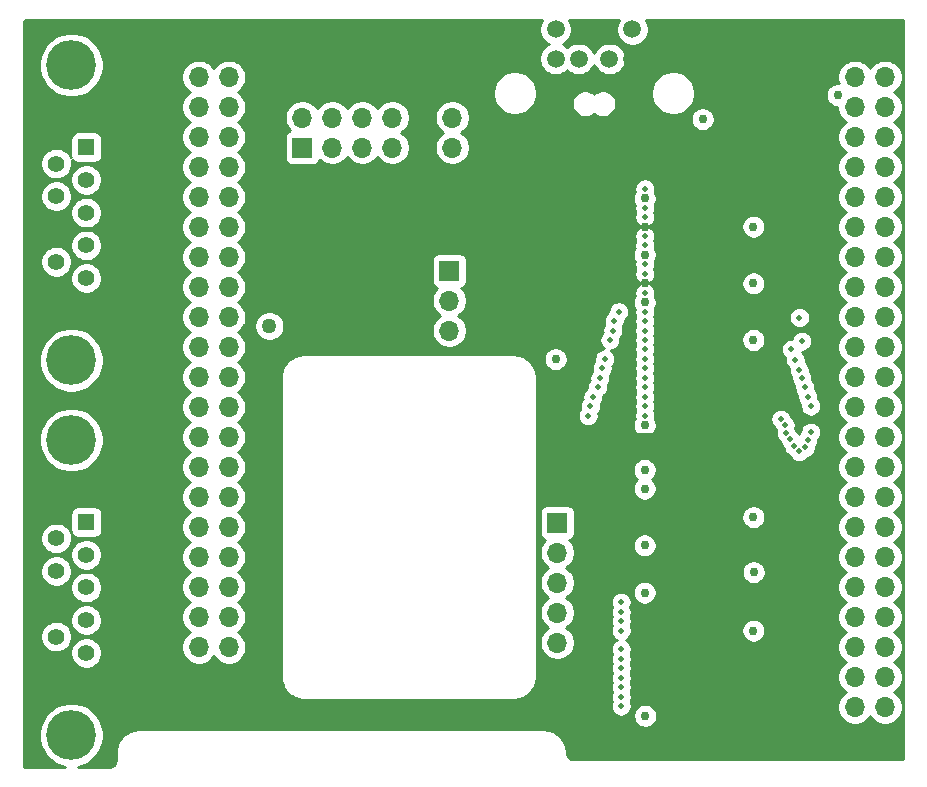
<source format=gbr>
%TF.GenerationSoftware,KiCad,Pcbnew,5.1.6-c6e7f7d~86~ubuntu18.04.1*%
%TF.CreationDate,2021-07-04T16:44:21-07:00*%
%TF.ProjectId,arrow_deca_retro_cape,6172726f-775f-4646-9563-615f72657472,rev?*%
%TF.SameCoordinates,Original*%
%TF.FileFunction,Copper,L2,Inr*%
%TF.FilePolarity,Positive*%
%FSLAX46Y46*%
G04 Gerber Fmt 4.6, Leading zero omitted, Abs format (unit mm)*
G04 Created by KiCad (PCBNEW 5.1.6-c6e7f7d~86~ubuntu18.04.1) date 2021-07-04 16:44:21*
%MOMM*%
%LPD*%
G01*
G04 APERTURE LIST*
%TA.AperFunction,ViaPad*%
%ADD10O,1.700000X1.700000*%
%TD*%
%TA.AperFunction,ViaPad*%
%ADD11R,1.700000X1.700000*%
%TD*%
%TA.AperFunction,ViaPad*%
%ADD12C,4.216000*%
%TD*%
%TA.AperFunction,ViaPad*%
%ADD13C,1.408000*%
%TD*%
%TA.AperFunction,ViaPad*%
%ADD14R,1.408000X1.408000*%
%TD*%
%TA.AperFunction,ViaPad*%
%ADD15C,1.498600*%
%TD*%
%TA.AperFunction,ViaPad*%
%ADD16C,0.762000*%
%TD*%
%TA.AperFunction,ViaPad*%
%ADD17C,1.270000*%
%TD*%
%TA.AperFunction,ViaPad*%
%ADD18C,1.016000*%
%TD*%
%TA.AperFunction,ViaPad*%
%ADD19C,0.508000*%
%TD*%
%TA.AperFunction,Conductor*%
%ADD20C,0.254000*%
%TD*%
G04 APERTURE END LIST*
D10*
%TO.N,GND*%
%TO.C,J8*%
X96393000Y-78359000D03*
%TO.N,/GPIO3*%
X96393000Y-75819000D03*
%TO.N,/GPIO2*%
X96393000Y-73279000D03*
%TO.N,/GPIO1*%
X96393000Y-70739000D03*
%TO.N,/GPIO0*%
X96393000Y-68199000D03*
D11*
%TO.N,+3V3*%
X96393000Y-65659000D03*
%TD*%
D10*
%TO.N,/3V3_LDO*%
%TO.C,J7*%
X87249000Y-49403000D03*
%TO.N,+3V3*%
X87249000Y-46863000D03*
D11*
%TO.N,+3.3VP*%
X87249000Y-44323000D03*
%TD*%
D12*
%TO.N,N/C*%
%TO.C,J4*%
X55245000Y-51914000D03*
X55245000Y-26924000D03*
D13*
%TO.N,/JOY0_PADDLE_A*%
X53975000Y-43574000D03*
%TO.N,GND*%
X53975000Y-40804000D03*
%TO.N,+5V*%
X53975000Y-38034000D03*
%TO.N,/JOY0_TRIGGER*%
X53975000Y-35264000D03*
%TO.N,/JOY0_PADDLE_B*%
X56515000Y-44959000D03*
%TO.N,/JOY0_RIGHT*%
X56515000Y-42189000D03*
%TO.N,/JOY0_LEFT*%
X56515000Y-39419000D03*
%TO.N,/JOY0_DOWN*%
X56515000Y-36649000D03*
D14*
%TO.N,/JOY0_UP*%
X56515000Y-33879000D03*
%TD*%
D12*
%TO.N,N/C*%
%TO.C,J6*%
X55245000Y-83651000D03*
X55245000Y-58661000D03*
D13*
%TO.N,/JOY1_PADDLE_A*%
X53975000Y-75311000D03*
%TO.N,GND*%
X53975000Y-72541000D03*
%TO.N,+5V*%
X53975000Y-69771000D03*
%TO.N,/JOY1_TRIGGER*%
X53975000Y-67001000D03*
%TO.N,/JOY1_PADDLE_B*%
X56515000Y-76696000D03*
%TO.N,/JOY1_RIGHT*%
X56515000Y-73926000D03*
%TO.N,/JOY1_LEFT*%
X56515000Y-71156000D03*
%TO.N,/JOY1_DOWN*%
X56515000Y-68386000D03*
D14*
%TO.N,/JOY1_UP*%
X56515000Y-65616000D03*
%TD*%
D15*
%TO.N,N/C*%
%TO.C,J5*%
X96250002Y-23900001D03*
%TO.N,/PS2_CLK_5V*%
X102750001Y-23900001D03*
%TO.N,GND*%
X102750070Y-26400001D03*
%TO.N,N/C*%
X96250070Y-26400001D03*
%TO.N,+5V*%
X98200000Y-26400001D03*
%TO.N,/PS2_DATA_5V*%
X100800000Y-26400001D03*
%TD*%
D10*
%TO.N,/A3*%
%TO.C,J2*%
X124140000Y-81280000D03*
%TO.N,/A2*%
X121600000Y-81280000D03*
%TO.N,/A1*%
X124140000Y-78740000D03*
%TO.N,/A0*%
X121600000Y-78740000D03*
%TO.N,/A10*%
X124140000Y-76200000D03*
%TO.N,/BA1*%
X121600000Y-76200000D03*
%TO.N,/BA0*%
X124140000Y-73660000D03*
%TO.N,/nCS0*%
X121600000Y-73660000D03*
%TO.N,/nRAS*%
X124140000Y-71120000D03*
%TO.N,/nCAS*%
X121600000Y-71120000D03*
%TO.N,/GPIO3*%
X124140000Y-68580000D03*
%TO.N,/GPIO2*%
X121600000Y-68580000D03*
%TO.N,/A4*%
X124140000Y-66040000D03*
%TO.N,/nWE*%
X121600000Y-66040000D03*
%TO.N,/A6*%
X124140000Y-63500000D03*
%TO.N,/A5*%
X121600000Y-63500000D03*
%TO.N,/A8*%
X124140000Y-60960000D03*
%TO.N,/A7*%
X121600000Y-60960000D03*
%TO.N,/A11*%
X124140000Y-58420000D03*
%TO.N,/A9*%
X121600000Y-58420000D03*
%TO.N,/CLK*%
X124140000Y-55880000D03*
%TO.N,/A12*%
X121600000Y-55880000D03*
%TO.N,/DQ8*%
X124140000Y-53340000D03*
%TO.N,/DQ9*%
X121600000Y-53340000D03*
%TO.N,/DQ10*%
X124140000Y-50800000D03*
%TO.N,/DQ11*%
X121600000Y-50800000D03*
%TO.N,/DQ12*%
X124140000Y-48260000D03*
%TO.N,/DQ13*%
X121600000Y-48260000D03*
%TO.N,/UDQM*%
X124140000Y-45720000D03*
%TO.N,/LDQM*%
X121600000Y-45720000D03*
%TO.N,/DQ15*%
X124140000Y-43180000D03*
%TO.N,/DQ14*%
X121600000Y-43180000D03*
%TO.N,/DQ7*%
X124140000Y-40640000D03*
%TO.N,/DQ6*%
X121600000Y-40640000D03*
%TO.N,/DQ5*%
X124140000Y-38100000D03*
%TO.N,/DQ4*%
X121600000Y-38100000D03*
%TO.N,/DQ3*%
X124140000Y-35560000D03*
%TO.N,/DQ2*%
X121600000Y-35560000D03*
%TO.N,/DQ1*%
X124140000Y-33020000D03*
%TO.N,/DQ0*%
X121600000Y-33020000D03*
%TO.N,/PS2_DATA*%
X124140000Y-30480000D03*
%TO.N,/GPIO1*%
X121600000Y-30480000D03*
%TO.N,/PS2_CLK*%
X124140000Y-27940000D03*
%TO.N,/GPIO0*%
X121600000Y-27940000D03*
%TO.N,GND*%
X124140000Y-25400000D03*
D11*
X121600000Y-25400000D03*
%TD*%
D10*
%TO.N,GND*%
%TO.C,J3*%
X68580000Y-81280000D03*
X66040000Y-81280000D03*
X68580000Y-78740000D03*
X66040000Y-78740000D03*
%TO.N,/J1_PADDLE_B*%
X68580000Y-76200000D03*
%TO.N,N/C*%
X66040000Y-76200000D03*
X68580000Y-73660000D03*
X66040000Y-73660000D03*
X68580000Y-71120000D03*
X66040000Y-71120000D03*
X68580000Y-68580000D03*
X66040000Y-68580000D03*
X68580000Y-66040000D03*
X66040000Y-66040000D03*
X68580000Y-63500000D03*
%TO.N,/J1_PADDLE_A*%
X66040000Y-63500000D03*
%TO.N,/J1_RIGHT*%
X68580000Y-60960000D03*
%TO.N,/J1_LEFT*%
X66040000Y-60960000D03*
%TO.N,/J1_DOWN*%
X68580000Y-58420000D03*
%TO.N,/J1_TRIGGER*%
X66040000Y-58420000D03*
%TO.N,/J1_UP*%
X68580000Y-55880000D03*
%TO.N,/J0_PADDLE_B*%
X66040000Y-55880000D03*
%TO.N,/J0_PADDLE_A*%
X68580000Y-53340000D03*
%TO.N,/J0_RIGHT*%
X66040000Y-53340000D03*
%TO.N,/J0_LEFT*%
X68580000Y-50800000D03*
%TO.N,/J0_DOWN*%
X66040000Y-50800000D03*
%TO.N,/J0_TRIGGER*%
X68580000Y-48260000D03*
%TO.N,/J0_UP*%
X66040000Y-48260000D03*
%TO.N,/PMOD_D1*%
X68580000Y-45720000D03*
%TO.N,/PMOD_D0*%
X66040000Y-45720000D03*
%TO.N,/PMOD_D3*%
X68580000Y-43180000D03*
%TO.N,/PMOD_D2*%
X66040000Y-43180000D03*
%TO.N,/PMOD_D5*%
X68580000Y-40640000D03*
%TO.N,/PMOD_D4*%
X66040000Y-40640000D03*
%TO.N,/PMOD_D7*%
X68580000Y-38100000D03*
%TO.N,/PMOD_D6*%
X66040000Y-38100000D03*
%TO.N,N/C*%
X68580000Y-35560000D03*
X66040000Y-35560000D03*
%TO.N,+5V*%
X68580000Y-33020000D03*
X66040000Y-33020000D03*
X68580000Y-30480000D03*
X66040000Y-30480000D03*
%TO.N,+3.3VP*%
X68580000Y-27940000D03*
X66040000Y-27940000D03*
%TO.N,GND*%
X68580000Y-25400000D03*
D11*
X66040000Y-25400000D03*
%TD*%
D10*
%TO.N,/PMOD_D5*%
%TO.C,J1*%
X77343000Y-33909000D03*
%TO.N,/PMOD_D3*%
X79883000Y-33909000D03*
D11*
%TO.N,/PMOD_D7*%
X74803000Y-33909000D03*
D10*
%TO.N,+3V3*%
X87503000Y-31369000D03*
%TO.N,GND*%
X84963000Y-31369000D03*
%TO.N,/PMOD_D6*%
X74803000Y-31369000D03*
%TO.N,+3V3*%
X87503000Y-33909000D03*
%TO.N,/PMOD_D2*%
X79883000Y-31369000D03*
%TO.N,/PMOD_D0*%
X82423000Y-31369000D03*
%TO.N,GND*%
X84963000Y-33909000D03*
%TO.N,/PMOD_D1*%
X82423000Y-33909000D03*
%TO.N,/PMOD_D4*%
X77343000Y-31369000D03*
%TD*%
D16*
%TO.N,GND*%
X102673184Y-58181645D03*
X96266000Y-47498000D03*
X103800000Y-70000000D03*
X103800000Y-65200000D03*
X103808909Y-45382853D03*
X103800000Y-40600000D03*
X113000000Y-82000000D03*
X113000000Y-71600000D03*
X113000000Y-67600000D03*
X113000000Y-62800000D03*
X113000000Y-61200000D03*
X113000000Y-57400000D03*
X113000000Y-36600000D03*
X113000000Y-38200000D03*
X113000000Y-43000000D03*
X113000000Y-47000000D03*
X110998000Y-32804910D03*
D17*
X84328000Y-43434000D03*
D18*
X73406000Y-44450000D03*
D17*
%TO.N,+5V*%
X72009000Y-49022000D03*
D16*
%TO.N,+3V3*%
X113030000Y-69850000D03*
X108712000Y-31496000D03*
X96266000Y-51816000D03*
X103828000Y-82028000D03*
X103800000Y-71600000D03*
X103800000Y-67600000D03*
X103800000Y-62800000D03*
X103800000Y-61200000D03*
X103795881Y-47004119D03*
X103800000Y-43000000D03*
X103800000Y-38200000D03*
X103800000Y-57400000D03*
X113000000Y-74800000D03*
X113000000Y-65200000D03*
X113000000Y-40600000D03*
X113000000Y-45400000D03*
X113000000Y-50200000D03*
X120142000Y-29464000D03*
D19*
%TO.N,/A3*%
X101800000Y-81200000D03*
X99000000Y-56600000D03*
X103800000Y-56600000D03*
%TO.N,/A2*%
X101800000Y-80400000D03*
X99200000Y-55800000D03*
X103800000Y-55800000D03*
%TO.N,/A1*%
X101800000Y-79600000D03*
X99400000Y-55000000D03*
X103800000Y-55000000D03*
%TO.N,/A0*%
X99800000Y-54200000D03*
X101800000Y-78800000D03*
X103800000Y-54200000D03*
%TO.N,/A10*%
X101800000Y-78000000D03*
X100000000Y-53400000D03*
X103800000Y-53400000D03*
%TO.N,/BA1*%
X101800000Y-77200000D03*
X100200000Y-52600000D03*
X103800000Y-52600000D03*
%TO.N,/BA0*%
X101800000Y-76400000D03*
X100400000Y-51800000D03*
X103800000Y-51800000D03*
%TO.N,/nCS0*%
X103800000Y-51000000D03*
%TO.N,/nRAS*%
X101800000Y-74800000D03*
X100847455Y-50200000D03*
X103800000Y-50200000D03*
%TO.N,/nCAS*%
X101800000Y-74000000D03*
X101101436Y-49400000D03*
X103800000Y-49400000D03*
%TO.N,/UDQM*%
X115316000Y-56896000D03*
X116900000Y-48300000D03*
%TO.N,/LDQM*%
X101600000Y-47800000D03*
X101800000Y-72400000D03*
X103800000Y-47800000D03*
%TO.N,/nWE*%
X103800000Y-48600000D03*
X101799149Y-73235011D03*
X101200000Y-48600000D03*
%TO.N,/A6*%
X117589382Y-55000000D03*
X117589368Y-58634912D03*
%TO.N,/A5*%
X117843371Y-58000000D03*
X117843372Y-55800000D03*
%TO.N,/A8*%
X117081346Y-53400000D03*
X116857063Y-59642938D03*
%TO.N,/A7*%
X117335361Y-54200000D03*
X117400000Y-59300000D03*
%TO.N,/A11*%
X116100000Y-58600000D03*
X116544510Y-51864916D03*
%TO.N,/A9*%
X116400831Y-59199170D03*
X116865185Y-52734815D03*
%TO.N,/CLK*%
X117094000Y-50292000D03*
X115676721Y-57418608D03*
%TO.N,/A12*%
X116210000Y-50990000D03*
X115760512Y-58063355D03*
%TO.N,/DQ7*%
X103800000Y-46200000D03*
%TO.N,/DQ6*%
X103800000Y-44600000D03*
%TO.N,/DQ5*%
X103800000Y-43800000D03*
%TO.N,/DQ4*%
X103800000Y-42200000D03*
%TO.N,/DQ3*%
X103800000Y-41400000D03*
%TO.N,/DQ2*%
X103800000Y-39800000D03*
%TO.N,/DQ1*%
X103800000Y-39000000D03*
%TO.N,/DQ0*%
X103800000Y-37400000D03*
%TD*%
D20*
%TO.N,GND*%
X68580000Y-25400000D02*
X66040000Y-25400000D01*
X124140000Y-25400000D02*
X121600000Y-25400000D01*
X121600000Y-25400000D02*
X120496000Y-25400000D01*
X111175000Y-34721000D02*
X109474000Y-36422000D01*
X66040000Y-81280000D02*
X68580000Y-81280000D01*
X68580000Y-81280000D02*
X68580000Y-78740000D01*
X68580000Y-78740000D02*
X66040000Y-78740000D01*
X109474000Y-59436000D02*
X108219645Y-58181645D01*
X108219645Y-58181645D02*
X103211999Y-58181645D01*
X103211999Y-58181645D02*
X102673184Y-58181645D01*
X109474000Y-55626000D02*
X109474000Y-59436000D01*
X109474000Y-46228000D02*
X109474000Y-46736000D01*
X96266000Y-45466000D02*
X96266000Y-47498000D01*
X101092000Y-40640000D02*
X96266000Y-45466000D01*
X109474000Y-71374000D02*
X109474000Y-71628000D01*
X109474000Y-68526000D02*
X109074000Y-68526000D01*
X107600000Y-70000000D02*
X103800000Y-70000000D01*
X109074000Y-68526000D02*
X107600000Y-70000000D01*
X109474000Y-64326000D02*
X108274000Y-64326000D01*
X109474000Y-64326000D02*
X109474000Y-64770000D01*
X107400000Y-65200000D02*
X103800000Y-65200000D01*
X108274000Y-64326000D02*
X107400000Y-65200000D01*
X108795147Y-45382853D02*
X104347724Y-45382853D01*
X104347724Y-45382853D02*
X103808909Y-45382853D01*
X109474000Y-44704000D02*
X108795147Y-45382853D01*
X109474000Y-39116000D02*
X105284000Y-39116000D01*
X103760000Y-40640000D02*
X103800000Y-40600000D01*
X101092000Y-40640000D02*
X103760000Y-40640000D01*
X109474000Y-81534000D02*
X112534000Y-81534000D01*
X109474000Y-71628000D02*
X109474000Y-81534000D01*
X112534000Y-81534000D02*
X113000000Y-82000000D01*
X109474000Y-70274000D02*
X109474000Y-70474000D01*
X109474000Y-68526000D02*
X109474000Y-70274000D01*
X109474000Y-70274000D02*
X109474000Y-71374000D01*
X110600000Y-71600000D02*
X113000000Y-71600000D01*
X109474000Y-70474000D02*
X110600000Y-71600000D01*
X109474000Y-65874000D02*
X109474000Y-66874000D01*
X109474000Y-64770000D02*
X109474000Y-65874000D01*
X109474000Y-65874000D02*
X109474000Y-68526000D01*
X110200000Y-67600000D02*
X113000000Y-67600000D01*
X109474000Y-66874000D02*
X110200000Y-67600000D01*
X109474000Y-60126000D02*
X109526000Y-60126000D01*
X109474000Y-59436000D02*
X109474000Y-60126000D01*
X109474000Y-60126000D02*
X109474000Y-61214000D01*
X110600000Y-61200000D02*
X113000000Y-61200000D01*
X109526000Y-60126000D02*
X110600000Y-61200000D01*
X109474000Y-61474000D02*
X109474000Y-62074000D01*
X109474000Y-61214000D02*
X109474000Y-61474000D01*
X109474000Y-61474000D02*
X109474000Y-64326000D01*
X110200000Y-62800000D02*
X113000000Y-62800000D01*
X109474000Y-62074000D02*
X110200000Y-62800000D01*
X109474000Y-55474000D02*
X109474000Y-56074000D01*
X109474000Y-46736000D02*
X109474000Y-55474000D01*
X109474000Y-55474000D02*
X109474000Y-55626000D01*
X110800000Y-57400000D02*
X113000000Y-57400000D01*
X109474000Y-56074000D02*
X110800000Y-57400000D01*
X111648000Y-35248000D02*
X113000000Y-36600000D01*
X111648000Y-34248000D02*
X111648000Y-35248000D01*
X112826000Y-33070000D02*
X111648000Y-34248000D01*
X111648000Y-34248000D02*
X111175000Y-34721000D01*
X109474000Y-36674000D02*
X109474000Y-37274000D01*
X109474000Y-36422000D02*
X109474000Y-36674000D01*
X109474000Y-36674000D02*
X109474000Y-39116000D01*
X110400000Y-38200000D02*
X113000000Y-38200000D01*
X109474000Y-37274000D02*
X110400000Y-38200000D01*
X109474000Y-41274000D02*
X109474000Y-42074000D01*
X109474000Y-39116000D02*
X109474000Y-41274000D01*
X109474000Y-41274000D02*
X109474000Y-44704000D01*
X110400000Y-43000000D02*
X113000000Y-43000000D01*
X109474000Y-42074000D02*
X110400000Y-43000000D01*
X109474000Y-45474000D02*
X109474000Y-45874000D01*
X109474000Y-44704000D02*
X109474000Y-45474000D01*
X109474000Y-45474000D02*
X109474000Y-46228000D01*
X110600000Y-47000000D02*
X113000000Y-47000000D01*
X109474000Y-45874000D02*
X110600000Y-47000000D01*
X112826000Y-33070000D02*
X111263090Y-33070000D01*
X111263090Y-33070000D02*
X110998000Y-32804910D01*
X66040000Y-25400000D02*
X63128798Y-25400000D01*
X52451000Y-50049002D02*
X52451000Y-64059158D01*
X54933001Y-47567001D02*
X52451000Y-50049002D01*
X66040000Y-78740000D02*
X63119000Y-81661000D01*
X63119000Y-81661000D02*
X58039000Y-81661000D01*
X58039000Y-81661000D02*
X55372000Y-78994000D01*
X84963000Y-33909000D02*
X84963000Y-31369000D01*
X78994000Y-25400000D02*
X68580000Y-25400000D01*
X84963000Y-31369000D02*
X78994000Y-25400000D01*
X119495999Y-26400001D02*
X120128500Y-25767500D01*
X120128500Y-25767500D02*
X112826000Y-33070000D01*
X102750070Y-26400001D02*
X119495999Y-26400001D01*
X120496000Y-25400000D02*
X120128500Y-25767500D01*
X84963000Y-31369000D02*
X88530601Y-27801399D01*
X84328000Y-34544000D02*
X84963000Y-33909000D01*
X84328000Y-43434000D02*
X84328000Y-34544000D01*
X73533000Y-44323000D02*
X73406000Y-44450000D01*
X83439000Y-44323000D02*
X73533000Y-44323000D01*
X84328000Y-43434000D02*
X83439000Y-44323000D01*
X52451000Y-64059158D02*
X52806421Y-64414579D01*
X52806421Y-64414579D02*
X52806421Y-65049579D01*
X52806421Y-65049579D02*
X52197000Y-65659000D01*
X52197000Y-70763000D02*
X53975000Y-72541000D01*
X52197000Y-65659000D02*
X52197000Y-70763000D01*
X54933001Y-45777999D02*
X53270999Y-45777999D01*
X54933001Y-45777999D02*
X54933001Y-47567001D01*
X53270999Y-45777999D02*
X51943000Y-44450000D01*
X54478101Y-31119899D02*
X57408899Y-31119899D01*
X51943000Y-33655000D02*
X54478101Y-31119899D01*
X63128798Y-25400000D02*
X57408899Y-31119899D01*
X52488000Y-40804000D02*
X51943000Y-40259000D01*
X53975000Y-40804000D02*
X52488000Y-40804000D01*
X51943000Y-40259000D02*
X51943000Y-33655000D01*
X51943000Y-44450000D02*
X51943000Y-40259000D01*
X55372000Y-78994000D02*
X54356000Y-78994000D01*
X54356000Y-78994000D02*
X51943000Y-76581000D01*
X51943000Y-74573000D02*
X53975000Y-72541000D01*
X51943000Y-76581000D02*
X51943000Y-74573000D01*
X89673601Y-27801399D02*
X89673601Y-30618601D01*
X88530601Y-27801399D02*
X89673601Y-27801399D01*
X89673601Y-30618601D02*
X91059000Y-32004000D01*
X91059000Y-32004000D02*
X101473000Y-32004000D01*
X102750070Y-30726930D02*
X102750070Y-26400001D01*
X101473000Y-32004000D02*
X102750070Y-30726930D01*
X103800000Y-40600000D02*
X105116000Y-40600000D01*
X105284000Y-40432000D02*
X105284000Y-39116000D01*
X105116000Y-40600000D02*
X105284000Y-40432000D01*
%TD*%
%TO.N,GND*%
G36*
X95023251Y-23244289D02*
G01*
X94918900Y-23496216D01*
X94865702Y-23763659D01*
X94865702Y-24036343D01*
X94918900Y-24303786D01*
X95023251Y-24555713D01*
X95174746Y-24782441D01*
X95367562Y-24975257D01*
X95594290Y-25126752D01*
X95650452Y-25150015D01*
X95594358Y-25173250D01*
X95367630Y-25324745D01*
X95174814Y-25517561D01*
X95023319Y-25744289D01*
X94918968Y-25996216D01*
X94865770Y-26263659D01*
X94865770Y-26536343D01*
X94918968Y-26803786D01*
X95023319Y-27055713D01*
X95174814Y-27282441D01*
X95367630Y-27475257D01*
X95594358Y-27626752D01*
X95846285Y-27731103D01*
X96113728Y-27784301D01*
X96386412Y-27784301D01*
X96653855Y-27731103D01*
X96905782Y-27626752D01*
X97132510Y-27475257D01*
X97225035Y-27382732D01*
X97317560Y-27475257D01*
X97544288Y-27626752D01*
X97796215Y-27731103D01*
X98063658Y-27784301D01*
X98336342Y-27784301D01*
X98603785Y-27731103D01*
X98855712Y-27626752D01*
X99082440Y-27475257D01*
X99275256Y-27282441D01*
X99426751Y-27055713D01*
X99500000Y-26878873D01*
X99573249Y-27055713D01*
X99724744Y-27282441D01*
X99917560Y-27475257D01*
X100144288Y-27626752D01*
X100396215Y-27731103D01*
X100663658Y-27784301D01*
X100936342Y-27784301D01*
X101203785Y-27731103D01*
X101455712Y-27626752D01*
X101682440Y-27475257D01*
X101875256Y-27282441D01*
X102026751Y-27055713D01*
X102131102Y-26803786D01*
X102184300Y-26536343D01*
X102184300Y-26263659D01*
X102131102Y-25996216D01*
X102026751Y-25744289D01*
X101875256Y-25517561D01*
X101682440Y-25324745D01*
X101455712Y-25173250D01*
X101203785Y-25068899D01*
X100936342Y-25015701D01*
X100663658Y-25015701D01*
X100396215Y-25068899D01*
X100144288Y-25173250D01*
X99917560Y-25324745D01*
X99724744Y-25517561D01*
X99573249Y-25744289D01*
X99500000Y-25921129D01*
X99426751Y-25744289D01*
X99275256Y-25517561D01*
X99082440Y-25324745D01*
X98855712Y-25173250D01*
X98603785Y-25068899D01*
X98336342Y-25015701D01*
X98063658Y-25015701D01*
X97796215Y-25068899D01*
X97544288Y-25173250D01*
X97317560Y-25324745D01*
X97225035Y-25417270D01*
X97132510Y-25324745D01*
X96905782Y-25173250D01*
X96849620Y-25149987D01*
X96905714Y-25126752D01*
X97132442Y-24975257D01*
X97325258Y-24782441D01*
X97476753Y-24555713D01*
X97581104Y-24303786D01*
X97634302Y-24036343D01*
X97634302Y-23763659D01*
X97581104Y-23496216D01*
X97476753Y-23244289D01*
X97406401Y-23139000D01*
X101593602Y-23139000D01*
X101523250Y-23244289D01*
X101418899Y-23496216D01*
X101365701Y-23763659D01*
X101365701Y-24036343D01*
X101418899Y-24303786D01*
X101523250Y-24555713D01*
X101674745Y-24782441D01*
X101867561Y-24975257D01*
X102094289Y-25126752D01*
X102346216Y-25231103D01*
X102613659Y-25284301D01*
X102886343Y-25284301D01*
X103153786Y-25231103D01*
X103405713Y-25126752D01*
X103632441Y-24975257D01*
X103825257Y-24782441D01*
X103976752Y-24555713D01*
X104081103Y-24303786D01*
X104134301Y-24036343D01*
X104134301Y-23763659D01*
X104081103Y-23496216D01*
X103976752Y-23244289D01*
X103906400Y-23139000D01*
X125570723Y-23139000D01*
X125622197Y-23144047D01*
X125640662Y-23149622D01*
X125657694Y-23158678D01*
X125672643Y-23170870D01*
X125684938Y-23185732D01*
X125694111Y-23202696D01*
X125699817Y-23221129D01*
X125705000Y-23270446D01*
X125705001Y-85565712D01*
X125699953Y-85617195D01*
X125694377Y-85635663D01*
X125685322Y-85652693D01*
X125673129Y-85667643D01*
X125658266Y-85679939D01*
X125641303Y-85689111D01*
X125622871Y-85694817D01*
X125573554Y-85700000D01*
X97822279Y-85700000D01*
X97672131Y-85685278D01*
X97558754Y-85651047D01*
X97454182Y-85595445D01*
X97362405Y-85520594D01*
X97286909Y-85429335D01*
X97230581Y-85325160D01*
X97195560Y-85212024D01*
X97177145Y-85036813D01*
X97177253Y-85021318D01*
X97176354Y-85012147D01*
X97150446Y-84765644D01*
X97138414Y-84707028D01*
X97127208Y-84648284D01*
X97124544Y-84639462D01*
X97051249Y-84402686D01*
X97028074Y-84347555D01*
X97005661Y-84292080D01*
X97001334Y-84283944D01*
X96883446Y-84065914D01*
X96850012Y-84016346D01*
X96817240Y-83966265D01*
X96811416Y-83959124D01*
X96653423Y-83768144D01*
X96610988Y-83726005D01*
X96569125Y-83683255D01*
X96562024Y-83677381D01*
X96369946Y-83520727D01*
X96320169Y-83487655D01*
X96270763Y-83453826D01*
X96262657Y-83449444D01*
X96043809Y-83333081D01*
X95988532Y-83310298D01*
X95933525Y-83286721D01*
X95924722Y-83283997D01*
X95687441Y-83212357D01*
X95628754Y-83200736D01*
X95570248Y-83188300D01*
X95561085Y-83187337D01*
X95561083Y-83187337D01*
X95314405Y-83163150D01*
X95314402Y-83163150D01*
X95282419Y-83160000D01*
X60927581Y-83160000D01*
X60899135Y-83162802D01*
X60891318Y-83162747D01*
X60882147Y-83163646D01*
X60635644Y-83189554D01*
X60577028Y-83201586D01*
X60518284Y-83212792D01*
X60509462Y-83215456D01*
X60272686Y-83288751D01*
X60217555Y-83311926D01*
X60162080Y-83334339D01*
X60153944Y-83338666D01*
X59935914Y-83456554D01*
X59886346Y-83489988D01*
X59836265Y-83522760D01*
X59829124Y-83528584D01*
X59638144Y-83686577D01*
X59596005Y-83729012D01*
X59553255Y-83770875D01*
X59547381Y-83777976D01*
X59390727Y-83970054D01*
X59357655Y-84019831D01*
X59323826Y-84069237D01*
X59319444Y-84077343D01*
X59203081Y-84296191D01*
X59180298Y-84351468D01*
X59156721Y-84406475D01*
X59153997Y-84415278D01*
X59082357Y-84652559D01*
X59070736Y-84711246D01*
X59058300Y-84769752D01*
X59057337Y-84778917D01*
X59033150Y-85025595D01*
X59030000Y-85057581D01*
X59030000Y-85692721D01*
X59015278Y-85842869D01*
X58981047Y-85956246D01*
X58925446Y-86060817D01*
X58850594Y-86152595D01*
X58759335Y-86228091D01*
X58655160Y-86284419D01*
X58542024Y-86319440D01*
X58393979Y-86335000D01*
X55811775Y-86335000D01*
X56045104Y-86288588D01*
X56544298Y-86081815D01*
X56993560Y-85781627D01*
X57375627Y-85399560D01*
X57675815Y-84950298D01*
X57882588Y-84451104D01*
X57988000Y-83921162D01*
X57988000Y-83380838D01*
X57882588Y-82850896D01*
X57675815Y-82351702D01*
X57375627Y-81902440D01*
X56993560Y-81520373D01*
X56544298Y-81220185D01*
X56045104Y-81013412D01*
X55515162Y-80908000D01*
X54974838Y-80908000D01*
X54444896Y-81013412D01*
X53945702Y-81220185D01*
X53496440Y-81520373D01*
X53114373Y-81902440D01*
X52814185Y-82351702D01*
X52607412Y-82850896D01*
X52502000Y-83380838D01*
X52502000Y-83921162D01*
X52607412Y-84451104D01*
X52814185Y-84950298D01*
X53114373Y-85399560D01*
X53496440Y-85781627D01*
X53945702Y-86081815D01*
X54444896Y-86288588D01*
X54678225Y-86335000D01*
X51340277Y-86335000D01*
X51288805Y-86329953D01*
X51270337Y-86324377D01*
X51253307Y-86315322D01*
X51238357Y-86303129D01*
X51226061Y-86288266D01*
X51216889Y-86271303D01*
X51211183Y-86252871D01*
X51206000Y-86203554D01*
X51206000Y-75179120D01*
X52636000Y-75179120D01*
X52636000Y-75442880D01*
X52687457Y-75701572D01*
X52788393Y-75945254D01*
X52934931Y-76164563D01*
X53121437Y-76351069D01*
X53340746Y-76497607D01*
X53584428Y-76598543D01*
X53843120Y-76650000D01*
X54106880Y-76650000D01*
X54365572Y-76598543D01*
X54448676Y-76564120D01*
X55176000Y-76564120D01*
X55176000Y-76827880D01*
X55227457Y-77086572D01*
X55328393Y-77330254D01*
X55474931Y-77549563D01*
X55661437Y-77736069D01*
X55880746Y-77882607D01*
X56124428Y-77983543D01*
X56383120Y-78035000D01*
X56646880Y-78035000D01*
X56905572Y-77983543D01*
X57149254Y-77882607D01*
X57368563Y-77736069D01*
X57555069Y-77549563D01*
X57701607Y-77330254D01*
X57802543Y-77086572D01*
X57854000Y-76827880D01*
X57854000Y-76564120D01*
X57802543Y-76305428D01*
X57701607Y-76061746D01*
X57555069Y-75842437D01*
X57368563Y-75655931D01*
X57149254Y-75509393D01*
X56905572Y-75408457D01*
X56646880Y-75357000D01*
X56383120Y-75357000D01*
X56124428Y-75408457D01*
X55880746Y-75509393D01*
X55661437Y-75655931D01*
X55474931Y-75842437D01*
X55328393Y-76061746D01*
X55227457Y-76305428D01*
X55176000Y-76564120D01*
X54448676Y-76564120D01*
X54609254Y-76497607D01*
X54828563Y-76351069D01*
X55015069Y-76164563D01*
X55161607Y-75945254D01*
X55262543Y-75701572D01*
X55314000Y-75442880D01*
X55314000Y-75179120D01*
X55262543Y-74920428D01*
X55161607Y-74676746D01*
X55015069Y-74457437D01*
X54828563Y-74270931D01*
X54609254Y-74124393D01*
X54365572Y-74023457D01*
X54106880Y-73972000D01*
X53843120Y-73972000D01*
X53584428Y-74023457D01*
X53340746Y-74124393D01*
X53121437Y-74270931D01*
X52934931Y-74457437D01*
X52788393Y-74676746D01*
X52687457Y-74920428D01*
X52636000Y-75179120D01*
X51206000Y-75179120D01*
X51206000Y-73794120D01*
X55176000Y-73794120D01*
X55176000Y-74057880D01*
X55227457Y-74316572D01*
X55328393Y-74560254D01*
X55474931Y-74779563D01*
X55661437Y-74966069D01*
X55880746Y-75112607D01*
X56124428Y-75213543D01*
X56383120Y-75265000D01*
X56646880Y-75265000D01*
X56905572Y-75213543D01*
X57149254Y-75112607D01*
X57368563Y-74966069D01*
X57555069Y-74779563D01*
X57701607Y-74560254D01*
X57802543Y-74316572D01*
X57854000Y-74057880D01*
X57854000Y-73794120D01*
X57802543Y-73535428D01*
X57701607Y-73291746D01*
X57555069Y-73072437D01*
X57368563Y-72885931D01*
X57149254Y-72739393D01*
X56905572Y-72638457D01*
X56646880Y-72587000D01*
X56383120Y-72587000D01*
X56124428Y-72638457D01*
X55880746Y-72739393D01*
X55661437Y-72885931D01*
X55474931Y-73072437D01*
X55328393Y-73291746D01*
X55227457Y-73535428D01*
X55176000Y-73794120D01*
X51206000Y-73794120D01*
X51206000Y-69639120D01*
X52636000Y-69639120D01*
X52636000Y-69902880D01*
X52687457Y-70161572D01*
X52788393Y-70405254D01*
X52934931Y-70624563D01*
X53121437Y-70811069D01*
X53340746Y-70957607D01*
X53584428Y-71058543D01*
X53843120Y-71110000D01*
X54106880Y-71110000D01*
X54365572Y-71058543D01*
X54448676Y-71024120D01*
X55176000Y-71024120D01*
X55176000Y-71287880D01*
X55227457Y-71546572D01*
X55328393Y-71790254D01*
X55474931Y-72009563D01*
X55661437Y-72196069D01*
X55880746Y-72342607D01*
X56124428Y-72443543D01*
X56383120Y-72495000D01*
X56646880Y-72495000D01*
X56905572Y-72443543D01*
X57149254Y-72342607D01*
X57368563Y-72196069D01*
X57555069Y-72009563D01*
X57701607Y-71790254D01*
X57802543Y-71546572D01*
X57854000Y-71287880D01*
X57854000Y-71024120D01*
X57802543Y-70765428D01*
X57701607Y-70521746D01*
X57555069Y-70302437D01*
X57368563Y-70115931D01*
X57149254Y-69969393D01*
X56905572Y-69868457D01*
X56646880Y-69817000D01*
X56383120Y-69817000D01*
X56124428Y-69868457D01*
X55880746Y-69969393D01*
X55661437Y-70115931D01*
X55474931Y-70302437D01*
X55328393Y-70521746D01*
X55227457Y-70765428D01*
X55176000Y-71024120D01*
X54448676Y-71024120D01*
X54609254Y-70957607D01*
X54828563Y-70811069D01*
X55015069Y-70624563D01*
X55161607Y-70405254D01*
X55262543Y-70161572D01*
X55314000Y-69902880D01*
X55314000Y-69639120D01*
X55262543Y-69380428D01*
X55161607Y-69136746D01*
X55015069Y-68917437D01*
X54828563Y-68730931D01*
X54609254Y-68584393D01*
X54365572Y-68483457D01*
X54106880Y-68432000D01*
X53843120Y-68432000D01*
X53584428Y-68483457D01*
X53340746Y-68584393D01*
X53121437Y-68730931D01*
X52934931Y-68917437D01*
X52788393Y-69136746D01*
X52687457Y-69380428D01*
X52636000Y-69639120D01*
X51206000Y-69639120D01*
X51206000Y-66869120D01*
X52636000Y-66869120D01*
X52636000Y-67132880D01*
X52687457Y-67391572D01*
X52788393Y-67635254D01*
X52934931Y-67854563D01*
X53121437Y-68041069D01*
X53340746Y-68187607D01*
X53584428Y-68288543D01*
X53843120Y-68340000D01*
X54106880Y-68340000D01*
X54365572Y-68288543D01*
X54448676Y-68254120D01*
X55176000Y-68254120D01*
X55176000Y-68517880D01*
X55227457Y-68776572D01*
X55328393Y-69020254D01*
X55474931Y-69239563D01*
X55661437Y-69426069D01*
X55880746Y-69572607D01*
X56124428Y-69673543D01*
X56383120Y-69725000D01*
X56646880Y-69725000D01*
X56905572Y-69673543D01*
X57149254Y-69572607D01*
X57368563Y-69426069D01*
X57555069Y-69239563D01*
X57701607Y-69020254D01*
X57802543Y-68776572D01*
X57854000Y-68517880D01*
X57854000Y-68254120D01*
X57802543Y-67995428D01*
X57701607Y-67751746D01*
X57555069Y-67532437D01*
X57368563Y-67345931D01*
X57149254Y-67199393D01*
X56905572Y-67098457D01*
X56646880Y-67047000D01*
X56383120Y-67047000D01*
X56124428Y-67098457D01*
X55880746Y-67199393D01*
X55661437Y-67345931D01*
X55474931Y-67532437D01*
X55328393Y-67751746D01*
X55227457Y-67995428D01*
X55176000Y-68254120D01*
X54448676Y-68254120D01*
X54609254Y-68187607D01*
X54828563Y-68041069D01*
X55015069Y-67854563D01*
X55161607Y-67635254D01*
X55262543Y-67391572D01*
X55314000Y-67132880D01*
X55314000Y-66869120D01*
X55272218Y-66659070D01*
X55280463Y-66674494D01*
X55359815Y-66771185D01*
X55456506Y-66850537D01*
X55566820Y-66909502D01*
X55686518Y-66945812D01*
X55811000Y-66958072D01*
X57219000Y-66958072D01*
X57343482Y-66945812D01*
X57463180Y-66909502D01*
X57573494Y-66850537D01*
X57670185Y-66771185D01*
X57749537Y-66674494D01*
X57808502Y-66564180D01*
X57844812Y-66444482D01*
X57857072Y-66320000D01*
X57857072Y-64912000D01*
X57844812Y-64787518D01*
X57808502Y-64667820D01*
X57749537Y-64557506D01*
X57670185Y-64460815D01*
X57573494Y-64381463D01*
X57463180Y-64322498D01*
X57343482Y-64286188D01*
X57219000Y-64273928D01*
X55811000Y-64273928D01*
X55686518Y-64286188D01*
X55566820Y-64322498D01*
X55456506Y-64381463D01*
X55359815Y-64460815D01*
X55280463Y-64557506D01*
X55221498Y-64667820D01*
X55185188Y-64787518D01*
X55172928Y-64912000D01*
X55172928Y-66320000D01*
X55182500Y-66417185D01*
X55161607Y-66366746D01*
X55015069Y-66147437D01*
X54828563Y-65960931D01*
X54609254Y-65814393D01*
X54365572Y-65713457D01*
X54106880Y-65662000D01*
X53843120Y-65662000D01*
X53584428Y-65713457D01*
X53340746Y-65814393D01*
X53121437Y-65960931D01*
X52934931Y-66147437D01*
X52788393Y-66366746D01*
X52687457Y-66610428D01*
X52636000Y-66869120D01*
X51206000Y-66869120D01*
X51206000Y-58390838D01*
X52502000Y-58390838D01*
X52502000Y-58931162D01*
X52607412Y-59461104D01*
X52814185Y-59960298D01*
X53114373Y-60409560D01*
X53496440Y-60791627D01*
X53945702Y-61091815D01*
X54444896Y-61298588D01*
X54974838Y-61404000D01*
X55515162Y-61404000D01*
X56045104Y-61298588D01*
X56544298Y-61091815D01*
X56993560Y-60791627D01*
X57375627Y-60409560D01*
X57675815Y-59960298D01*
X57882588Y-59461104D01*
X57988000Y-58931162D01*
X57988000Y-58390838D01*
X57882588Y-57860896D01*
X57675815Y-57361702D01*
X57375627Y-56912440D01*
X56993560Y-56530373D01*
X56544298Y-56230185D01*
X56045104Y-56023412D01*
X55515162Y-55918000D01*
X54974838Y-55918000D01*
X54444896Y-56023412D01*
X53945702Y-56230185D01*
X53496440Y-56530373D01*
X53114373Y-56912440D01*
X52814185Y-57361702D01*
X52607412Y-57860896D01*
X52502000Y-58390838D01*
X51206000Y-58390838D01*
X51206000Y-51643838D01*
X52502000Y-51643838D01*
X52502000Y-52184162D01*
X52607412Y-52714104D01*
X52814185Y-53213298D01*
X53114373Y-53662560D01*
X53496440Y-54044627D01*
X53945702Y-54344815D01*
X54444896Y-54551588D01*
X54974838Y-54657000D01*
X55515162Y-54657000D01*
X56045104Y-54551588D01*
X56544298Y-54344815D01*
X56993560Y-54044627D01*
X57375627Y-53662560D01*
X57675815Y-53213298D01*
X57882588Y-52714104D01*
X57988000Y-52184162D01*
X57988000Y-51643838D01*
X57882588Y-51113896D01*
X57675815Y-50614702D01*
X57375627Y-50165440D01*
X56993560Y-49783373D01*
X56544298Y-49483185D01*
X56045104Y-49276412D01*
X55515162Y-49171000D01*
X54974838Y-49171000D01*
X54444896Y-49276412D01*
X53945702Y-49483185D01*
X53496440Y-49783373D01*
X53114373Y-50165440D01*
X52814185Y-50614702D01*
X52607412Y-51113896D01*
X52502000Y-51643838D01*
X51206000Y-51643838D01*
X51206000Y-43442120D01*
X52636000Y-43442120D01*
X52636000Y-43705880D01*
X52687457Y-43964572D01*
X52788393Y-44208254D01*
X52934931Y-44427563D01*
X53121437Y-44614069D01*
X53340746Y-44760607D01*
X53584428Y-44861543D01*
X53843120Y-44913000D01*
X54106880Y-44913000D01*
X54365572Y-44861543D01*
X54448676Y-44827120D01*
X55176000Y-44827120D01*
X55176000Y-45090880D01*
X55227457Y-45349572D01*
X55328393Y-45593254D01*
X55474931Y-45812563D01*
X55661437Y-45999069D01*
X55880746Y-46145607D01*
X56124428Y-46246543D01*
X56383120Y-46298000D01*
X56646880Y-46298000D01*
X56905572Y-46246543D01*
X57149254Y-46145607D01*
X57368563Y-45999069D01*
X57555069Y-45812563D01*
X57701607Y-45593254D01*
X57802543Y-45349572D01*
X57854000Y-45090880D01*
X57854000Y-44827120D01*
X57802543Y-44568428D01*
X57701607Y-44324746D01*
X57555069Y-44105437D01*
X57368563Y-43918931D01*
X57149254Y-43772393D01*
X56905572Y-43671457D01*
X56646880Y-43620000D01*
X56383120Y-43620000D01*
X56124428Y-43671457D01*
X55880746Y-43772393D01*
X55661437Y-43918931D01*
X55474931Y-44105437D01*
X55328393Y-44324746D01*
X55227457Y-44568428D01*
X55176000Y-44827120D01*
X54448676Y-44827120D01*
X54609254Y-44760607D01*
X54828563Y-44614069D01*
X55015069Y-44427563D01*
X55161607Y-44208254D01*
X55262543Y-43964572D01*
X55314000Y-43705880D01*
X55314000Y-43442120D01*
X55262543Y-43183428D01*
X55161607Y-42939746D01*
X55015069Y-42720437D01*
X54828563Y-42533931D01*
X54609254Y-42387393D01*
X54365572Y-42286457D01*
X54106880Y-42235000D01*
X53843120Y-42235000D01*
X53584428Y-42286457D01*
X53340746Y-42387393D01*
X53121437Y-42533931D01*
X52934931Y-42720437D01*
X52788393Y-42939746D01*
X52687457Y-43183428D01*
X52636000Y-43442120D01*
X51206000Y-43442120D01*
X51206000Y-42057120D01*
X55176000Y-42057120D01*
X55176000Y-42320880D01*
X55227457Y-42579572D01*
X55328393Y-42823254D01*
X55474931Y-43042563D01*
X55661437Y-43229069D01*
X55880746Y-43375607D01*
X56124428Y-43476543D01*
X56383120Y-43528000D01*
X56646880Y-43528000D01*
X56905572Y-43476543D01*
X57149254Y-43375607D01*
X57368563Y-43229069D01*
X57555069Y-43042563D01*
X57701607Y-42823254D01*
X57802543Y-42579572D01*
X57854000Y-42320880D01*
X57854000Y-42057120D01*
X57802543Y-41798428D01*
X57701607Y-41554746D01*
X57555069Y-41335437D01*
X57368563Y-41148931D01*
X57149254Y-41002393D01*
X56905572Y-40901457D01*
X56646880Y-40850000D01*
X56383120Y-40850000D01*
X56124428Y-40901457D01*
X55880746Y-41002393D01*
X55661437Y-41148931D01*
X55474931Y-41335437D01*
X55328393Y-41554746D01*
X55227457Y-41798428D01*
X55176000Y-42057120D01*
X51206000Y-42057120D01*
X51206000Y-37902120D01*
X52636000Y-37902120D01*
X52636000Y-38165880D01*
X52687457Y-38424572D01*
X52788393Y-38668254D01*
X52934931Y-38887563D01*
X53121437Y-39074069D01*
X53340746Y-39220607D01*
X53584428Y-39321543D01*
X53843120Y-39373000D01*
X54106880Y-39373000D01*
X54365572Y-39321543D01*
X54448676Y-39287120D01*
X55176000Y-39287120D01*
X55176000Y-39550880D01*
X55227457Y-39809572D01*
X55328393Y-40053254D01*
X55474931Y-40272563D01*
X55661437Y-40459069D01*
X55880746Y-40605607D01*
X56124428Y-40706543D01*
X56383120Y-40758000D01*
X56646880Y-40758000D01*
X56905572Y-40706543D01*
X57149254Y-40605607D01*
X57368563Y-40459069D01*
X57555069Y-40272563D01*
X57701607Y-40053254D01*
X57802543Y-39809572D01*
X57854000Y-39550880D01*
X57854000Y-39287120D01*
X57802543Y-39028428D01*
X57701607Y-38784746D01*
X57555069Y-38565437D01*
X57368563Y-38378931D01*
X57149254Y-38232393D01*
X56905572Y-38131457D01*
X56646880Y-38080000D01*
X56383120Y-38080000D01*
X56124428Y-38131457D01*
X55880746Y-38232393D01*
X55661437Y-38378931D01*
X55474931Y-38565437D01*
X55328393Y-38784746D01*
X55227457Y-39028428D01*
X55176000Y-39287120D01*
X54448676Y-39287120D01*
X54609254Y-39220607D01*
X54828563Y-39074069D01*
X55015069Y-38887563D01*
X55161607Y-38668254D01*
X55262543Y-38424572D01*
X55314000Y-38165880D01*
X55314000Y-37902120D01*
X55262543Y-37643428D01*
X55161607Y-37399746D01*
X55015069Y-37180437D01*
X54828563Y-36993931D01*
X54609254Y-36847393D01*
X54365572Y-36746457D01*
X54106880Y-36695000D01*
X53843120Y-36695000D01*
X53584428Y-36746457D01*
X53340746Y-36847393D01*
X53121437Y-36993931D01*
X52934931Y-37180437D01*
X52788393Y-37399746D01*
X52687457Y-37643428D01*
X52636000Y-37902120D01*
X51206000Y-37902120D01*
X51206000Y-35132120D01*
X52636000Y-35132120D01*
X52636000Y-35395880D01*
X52687457Y-35654572D01*
X52788393Y-35898254D01*
X52934931Y-36117563D01*
X53121437Y-36304069D01*
X53340746Y-36450607D01*
X53584428Y-36551543D01*
X53843120Y-36603000D01*
X54106880Y-36603000D01*
X54365572Y-36551543D01*
X54448676Y-36517120D01*
X55176000Y-36517120D01*
X55176000Y-36780880D01*
X55227457Y-37039572D01*
X55328393Y-37283254D01*
X55474931Y-37502563D01*
X55661437Y-37689069D01*
X55880746Y-37835607D01*
X56124428Y-37936543D01*
X56383120Y-37988000D01*
X56646880Y-37988000D01*
X56905572Y-37936543D01*
X57149254Y-37835607D01*
X57368563Y-37689069D01*
X57555069Y-37502563D01*
X57701607Y-37283254D01*
X57802543Y-37039572D01*
X57854000Y-36780880D01*
X57854000Y-36517120D01*
X57802543Y-36258428D01*
X57701607Y-36014746D01*
X57555069Y-35795437D01*
X57368563Y-35608931D01*
X57149254Y-35462393D01*
X56905572Y-35361457D01*
X56646880Y-35310000D01*
X56383120Y-35310000D01*
X56124428Y-35361457D01*
X55880746Y-35462393D01*
X55661437Y-35608931D01*
X55474931Y-35795437D01*
X55328393Y-36014746D01*
X55227457Y-36258428D01*
X55176000Y-36517120D01*
X54448676Y-36517120D01*
X54609254Y-36450607D01*
X54828563Y-36304069D01*
X55015069Y-36117563D01*
X55161607Y-35898254D01*
X55262543Y-35654572D01*
X55314000Y-35395880D01*
X55314000Y-35132120D01*
X55272218Y-34922070D01*
X55280463Y-34937494D01*
X55359815Y-35034185D01*
X55456506Y-35113537D01*
X55566820Y-35172502D01*
X55686518Y-35208812D01*
X55811000Y-35221072D01*
X57219000Y-35221072D01*
X57343482Y-35208812D01*
X57463180Y-35172502D01*
X57573494Y-35113537D01*
X57670185Y-35034185D01*
X57749537Y-34937494D01*
X57808502Y-34827180D01*
X57844812Y-34707482D01*
X57857072Y-34583000D01*
X57857072Y-33175000D01*
X57844812Y-33050518D01*
X57808502Y-32930820D01*
X57749537Y-32820506D01*
X57670185Y-32723815D01*
X57573494Y-32644463D01*
X57463180Y-32585498D01*
X57343482Y-32549188D01*
X57219000Y-32536928D01*
X55811000Y-32536928D01*
X55686518Y-32549188D01*
X55566820Y-32585498D01*
X55456506Y-32644463D01*
X55359815Y-32723815D01*
X55280463Y-32820506D01*
X55221498Y-32930820D01*
X55185188Y-33050518D01*
X55172928Y-33175000D01*
X55172928Y-34583000D01*
X55182500Y-34680185D01*
X55161607Y-34629746D01*
X55015069Y-34410437D01*
X54828563Y-34223931D01*
X54609254Y-34077393D01*
X54365572Y-33976457D01*
X54106880Y-33925000D01*
X53843120Y-33925000D01*
X53584428Y-33976457D01*
X53340746Y-34077393D01*
X53121437Y-34223931D01*
X52934931Y-34410437D01*
X52788393Y-34629746D01*
X52687457Y-34873428D01*
X52636000Y-35132120D01*
X51206000Y-35132120D01*
X51206000Y-26653838D01*
X52502000Y-26653838D01*
X52502000Y-27194162D01*
X52607412Y-27724104D01*
X52814185Y-28223298D01*
X53114373Y-28672560D01*
X53496440Y-29054627D01*
X53945702Y-29354815D01*
X54444896Y-29561588D01*
X54974838Y-29667000D01*
X55515162Y-29667000D01*
X56045104Y-29561588D01*
X56544298Y-29354815D01*
X56993560Y-29054627D01*
X57375627Y-28672560D01*
X57675815Y-28223298D01*
X57853743Y-27793740D01*
X64555000Y-27793740D01*
X64555000Y-28086260D01*
X64612068Y-28373158D01*
X64724010Y-28643411D01*
X64886525Y-28886632D01*
X65093368Y-29093475D01*
X65267760Y-29210000D01*
X65093368Y-29326525D01*
X64886525Y-29533368D01*
X64724010Y-29776589D01*
X64612068Y-30046842D01*
X64555000Y-30333740D01*
X64555000Y-30626260D01*
X64612068Y-30913158D01*
X64724010Y-31183411D01*
X64886525Y-31426632D01*
X65093368Y-31633475D01*
X65267760Y-31750000D01*
X65093368Y-31866525D01*
X64886525Y-32073368D01*
X64724010Y-32316589D01*
X64612068Y-32586842D01*
X64555000Y-32873740D01*
X64555000Y-33166260D01*
X64612068Y-33453158D01*
X64724010Y-33723411D01*
X64886525Y-33966632D01*
X65093368Y-34173475D01*
X65267760Y-34290000D01*
X65093368Y-34406525D01*
X64886525Y-34613368D01*
X64724010Y-34856589D01*
X64612068Y-35126842D01*
X64555000Y-35413740D01*
X64555000Y-35706260D01*
X64612068Y-35993158D01*
X64724010Y-36263411D01*
X64886525Y-36506632D01*
X65093368Y-36713475D01*
X65267760Y-36830000D01*
X65093368Y-36946525D01*
X64886525Y-37153368D01*
X64724010Y-37396589D01*
X64612068Y-37666842D01*
X64555000Y-37953740D01*
X64555000Y-38246260D01*
X64612068Y-38533158D01*
X64724010Y-38803411D01*
X64886525Y-39046632D01*
X65093368Y-39253475D01*
X65267760Y-39370000D01*
X65093368Y-39486525D01*
X64886525Y-39693368D01*
X64724010Y-39936589D01*
X64612068Y-40206842D01*
X64555000Y-40493740D01*
X64555000Y-40786260D01*
X64612068Y-41073158D01*
X64724010Y-41343411D01*
X64886525Y-41586632D01*
X65093368Y-41793475D01*
X65267760Y-41910000D01*
X65093368Y-42026525D01*
X64886525Y-42233368D01*
X64724010Y-42476589D01*
X64612068Y-42746842D01*
X64555000Y-43033740D01*
X64555000Y-43326260D01*
X64612068Y-43613158D01*
X64724010Y-43883411D01*
X64886525Y-44126632D01*
X65093368Y-44333475D01*
X65267760Y-44450000D01*
X65093368Y-44566525D01*
X64886525Y-44773368D01*
X64724010Y-45016589D01*
X64612068Y-45286842D01*
X64555000Y-45573740D01*
X64555000Y-45866260D01*
X64612068Y-46153158D01*
X64724010Y-46423411D01*
X64886525Y-46666632D01*
X65093368Y-46873475D01*
X65267760Y-46990000D01*
X65093368Y-47106525D01*
X64886525Y-47313368D01*
X64724010Y-47556589D01*
X64612068Y-47826842D01*
X64555000Y-48113740D01*
X64555000Y-48406260D01*
X64612068Y-48693158D01*
X64724010Y-48963411D01*
X64886525Y-49206632D01*
X65093368Y-49413475D01*
X65267760Y-49530000D01*
X65093368Y-49646525D01*
X64886525Y-49853368D01*
X64724010Y-50096589D01*
X64612068Y-50366842D01*
X64555000Y-50653740D01*
X64555000Y-50946260D01*
X64612068Y-51233158D01*
X64724010Y-51503411D01*
X64886525Y-51746632D01*
X65093368Y-51953475D01*
X65267760Y-52070000D01*
X65093368Y-52186525D01*
X64886525Y-52393368D01*
X64724010Y-52636589D01*
X64612068Y-52906842D01*
X64555000Y-53193740D01*
X64555000Y-53486260D01*
X64612068Y-53773158D01*
X64724010Y-54043411D01*
X64886525Y-54286632D01*
X65093368Y-54493475D01*
X65267760Y-54610000D01*
X65093368Y-54726525D01*
X64886525Y-54933368D01*
X64724010Y-55176589D01*
X64612068Y-55446842D01*
X64555000Y-55733740D01*
X64555000Y-56026260D01*
X64612068Y-56313158D01*
X64724010Y-56583411D01*
X64886525Y-56826632D01*
X65093368Y-57033475D01*
X65267760Y-57150000D01*
X65093368Y-57266525D01*
X64886525Y-57473368D01*
X64724010Y-57716589D01*
X64612068Y-57986842D01*
X64555000Y-58273740D01*
X64555000Y-58566260D01*
X64612068Y-58853158D01*
X64724010Y-59123411D01*
X64886525Y-59366632D01*
X65093368Y-59573475D01*
X65267760Y-59690000D01*
X65093368Y-59806525D01*
X64886525Y-60013368D01*
X64724010Y-60256589D01*
X64612068Y-60526842D01*
X64555000Y-60813740D01*
X64555000Y-61106260D01*
X64612068Y-61393158D01*
X64724010Y-61663411D01*
X64886525Y-61906632D01*
X65093368Y-62113475D01*
X65267760Y-62230000D01*
X65093368Y-62346525D01*
X64886525Y-62553368D01*
X64724010Y-62796589D01*
X64612068Y-63066842D01*
X64555000Y-63353740D01*
X64555000Y-63646260D01*
X64612068Y-63933158D01*
X64724010Y-64203411D01*
X64886525Y-64446632D01*
X65093368Y-64653475D01*
X65267760Y-64770000D01*
X65093368Y-64886525D01*
X64886525Y-65093368D01*
X64724010Y-65336589D01*
X64612068Y-65606842D01*
X64555000Y-65893740D01*
X64555000Y-66186260D01*
X64612068Y-66473158D01*
X64724010Y-66743411D01*
X64886525Y-66986632D01*
X65093368Y-67193475D01*
X65267760Y-67310000D01*
X65093368Y-67426525D01*
X64886525Y-67633368D01*
X64724010Y-67876589D01*
X64612068Y-68146842D01*
X64555000Y-68433740D01*
X64555000Y-68726260D01*
X64612068Y-69013158D01*
X64724010Y-69283411D01*
X64886525Y-69526632D01*
X65093368Y-69733475D01*
X65267760Y-69850000D01*
X65093368Y-69966525D01*
X64886525Y-70173368D01*
X64724010Y-70416589D01*
X64612068Y-70686842D01*
X64555000Y-70973740D01*
X64555000Y-71266260D01*
X64612068Y-71553158D01*
X64724010Y-71823411D01*
X64886525Y-72066632D01*
X65093368Y-72273475D01*
X65267760Y-72390000D01*
X65093368Y-72506525D01*
X64886525Y-72713368D01*
X64724010Y-72956589D01*
X64612068Y-73226842D01*
X64555000Y-73513740D01*
X64555000Y-73806260D01*
X64612068Y-74093158D01*
X64724010Y-74363411D01*
X64886525Y-74606632D01*
X65093368Y-74813475D01*
X65267760Y-74930000D01*
X65093368Y-75046525D01*
X64886525Y-75253368D01*
X64724010Y-75496589D01*
X64612068Y-75766842D01*
X64555000Y-76053740D01*
X64555000Y-76346260D01*
X64612068Y-76633158D01*
X64724010Y-76903411D01*
X64886525Y-77146632D01*
X65093368Y-77353475D01*
X65336589Y-77515990D01*
X65606842Y-77627932D01*
X65893740Y-77685000D01*
X66186260Y-77685000D01*
X66473158Y-77627932D01*
X66743411Y-77515990D01*
X66986632Y-77353475D01*
X67193475Y-77146632D01*
X67310000Y-76972240D01*
X67426525Y-77146632D01*
X67633368Y-77353475D01*
X67876589Y-77515990D01*
X68146842Y-77627932D01*
X68433740Y-77685000D01*
X68726260Y-77685000D01*
X69013158Y-77627932D01*
X69283411Y-77515990D01*
X69526632Y-77353475D01*
X69733475Y-77146632D01*
X69895990Y-76903411D01*
X70007932Y-76633158D01*
X70065000Y-76346260D01*
X70065000Y-76053740D01*
X70007932Y-75766842D01*
X69895990Y-75496589D01*
X69733475Y-75253368D01*
X69526632Y-75046525D01*
X69352240Y-74930000D01*
X69526632Y-74813475D01*
X69733475Y-74606632D01*
X69895990Y-74363411D01*
X70007932Y-74093158D01*
X70065000Y-73806260D01*
X70065000Y-73513740D01*
X70007932Y-73226842D01*
X69895990Y-72956589D01*
X69733475Y-72713368D01*
X69526632Y-72506525D01*
X69352240Y-72390000D01*
X69526632Y-72273475D01*
X69733475Y-72066632D01*
X69895990Y-71823411D01*
X70007932Y-71553158D01*
X70065000Y-71266260D01*
X70065000Y-70973740D01*
X70007932Y-70686842D01*
X69895990Y-70416589D01*
X69733475Y-70173368D01*
X69526632Y-69966525D01*
X69352240Y-69850000D01*
X69526632Y-69733475D01*
X69733475Y-69526632D01*
X69895990Y-69283411D01*
X70007932Y-69013158D01*
X70065000Y-68726260D01*
X70065000Y-68433740D01*
X70007932Y-68146842D01*
X69895990Y-67876589D01*
X69733475Y-67633368D01*
X69526632Y-67426525D01*
X69352240Y-67310000D01*
X69526632Y-67193475D01*
X69733475Y-66986632D01*
X69895990Y-66743411D01*
X70007932Y-66473158D01*
X70065000Y-66186260D01*
X70065000Y-65893740D01*
X70007932Y-65606842D01*
X69895990Y-65336589D01*
X69733475Y-65093368D01*
X69526632Y-64886525D01*
X69352240Y-64770000D01*
X69526632Y-64653475D01*
X69733475Y-64446632D01*
X69895990Y-64203411D01*
X70007932Y-63933158D01*
X70065000Y-63646260D01*
X70065000Y-63353740D01*
X70007932Y-63066842D01*
X69895990Y-62796589D01*
X69733475Y-62553368D01*
X69526632Y-62346525D01*
X69352240Y-62230000D01*
X69526632Y-62113475D01*
X69733475Y-61906632D01*
X69895990Y-61663411D01*
X70007932Y-61393158D01*
X70065000Y-61106260D01*
X70065000Y-60813740D01*
X70007932Y-60526842D01*
X69895990Y-60256589D01*
X69733475Y-60013368D01*
X69526632Y-59806525D01*
X69352240Y-59690000D01*
X69526632Y-59573475D01*
X69733475Y-59366632D01*
X69895990Y-59123411D01*
X70007932Y-58853158D01*
X70065000Y-58566260D01*
X70065000Y-58273740D01*
X70007932Y-57986842D01*
X69895990Y-57716589D01*
X69733475Y-57473368D01*
X69526632Y-57266525D01*
X69352240Y-57150000D01*
X69526632Y-57033475D01*
X69733475Y-56826632D01*
X69895990Y-56583411D01*
X70007932Y-56313158D01*
X70065000Y-56026260D01*
X70065000Y-55733740D01*
X70007932Y-55446842D01*
X69895990Y-55176589D01*
X69733475Y-54933368D01*
X69526632Y-54726525D01*
X69352240Y-54610000D01*
X69526632Y-54493475D01*
X69733475Y-54286632D01*
X69895990Y-54043411D01*
X70007932Y-53773158D01*
X70065000Y-53486260D01*
X70065000Y-53307582D01*
X73000000Y-53307582D01*
X73000001Y-78772419D01*
X73002802Y-78800855D01*
X73002747Y-78808682D01*
X73003646Y-78817853D01*
X73029554Y-79064357D01*
X73041589Y-79122986D01*
X73052792Y-79181716D01*
X73055456Y-79190538D01*
X73128751Y-79427314D01*
X73151931Y-79482457D01*
X73174339Y-79537920D01*
X73178665Y-79546054D01*
X73178667Y-79546059D01*
X73178670Y-79546064D01*
X73296553Y-79764086D01*
X73329988Y-79813654D01*
X73362759Y-79863735D01*
X73368584Y-79870876D01*
X73526577Y-80061856D01*
X73569012Y-80103995D01*
X73610875Y-80146745D01*
X73617976Y-80152618D01*
X73810053Y-80309273D01*
X73859875Y-80342374D01*
X73909237Y-80376173D01*
X73917343Y-80380556D01*
X74136191Y-80496919D01*
X74191479Y-80519707D01*
X74246475Y-80543279D01*
X74255278Y-80546003D01*
X74492559Y-80617643D01*
X74551246Y-80629264D01*
X74609752Y-80641700D01*
X74618915Y-80642663D01*
X74618917Y-80642663D01*
X74865595Y-80666850D01*
X74865598Y-80666850D01*
X74897581Y-80670000D01*
X92742419Y-80670000D01*
X92770865Y-80667198D01*
X92778682Y-80667253D01*
X92787853Y-80666354D01*
X93034357Y-80640446D01*
X93092986Y-80628411D01*
X93151716Y-80617208D01*
X93160532Y-80614546D01*
X93160536Y-80614545D01*
X93160539Y-80614544D01*
X93397314Y-80541249D01*
X93452457Y-80518069D01*
X93507920Y-80495661D01*
X93516054Y-80491335D01*
X93516059Y-80491333D01*
X93516064Y-80491330D01*
X93734086Y-80373447D01*
X93783654Y-80340012D01*
X93833735Y-80307241D01*
X93840876Y-80301416D01*
X94031856Y-80143423D01*
X94073995Y-80100988D01*
X94116745Y-80059125D01*
X94122618Y-80052024D01*
X94279273Y-79859947D01*
X94312374Y-79810125D01*
X94346173Y-79760763D01*
X94350556Y-79752657D01*
X94466919Y-79533809D01*
X94489707Y-79478521D01*
X94513279Y-79423525D01*
X94516003Y-79414722D01*
X94587643Y-79177441D01*
X94599264Y-79118754D01*
X94611700Y-79060248D01*
X94612663Y-79051083D01*
X94636850Y-78804405D01*
X94636850Y-78804402D01*
X94640000Y-78772419D01*
X94640000Y-64809000D01*
X94904928Y-64809000D01*
X94904928Y-66509000D01*
X94917188Y-66633482D01*
X94953498Y-66753180D01*
X95012463Y-66863494D01*
X95091815Y-66960185D01*
X95188506Y-67039537D01*
X95298820Y-67098502D01*
X95371380Y-67120513D01*
X95239525Y-67252368D01*
X95077010Y-67495589D01*
X94965068Y-67765842D01*
X94908000Y-68052740D01*
X94908000Y-68345260D01*
X94965068Y-68632158D01*
X95077010Y-68902411D01*
X95239525Y-69145632D01*
X95446368Y-69352475D01*
X95620760Y-69469000D01*
X95446368Y-69585525D01*
X95239525Y-69792368D01*
X95077010Y-70035589D01*
X94965068Y-70305842D01*
X94908000Y-70592740D01*
X94908000Y-70885260D01*
X94965068Y-71172158D01*
X95077010Y-71442411D01*
X95239525Y-71685632D01*
X95446368Y-71892475D01*
X95620760Y-72009000D01*
X95446368Y-72125525D01*
X95239525Y-72332368D01*
X95077010Y-72575589D01*
X94965068Y-72845842D01*
X94908000Y-73132740D01*
X94908000Y-73425260D01*
X94965068Y-73712158D01*
X95077010Y-73982411D01*
X95239525Y-74225632D01*
X95446368Y-74432475D01*
X95620760Y-74549000D01*
X95446368Y-74665525D01*
X95239525Y-74872368D01*
X95077010Y-75115589D01*
X94965068Y-75385842D01*
X94908000Y-75672740D01*
X94908000Y-75965260D01*
X94965068Y-76252158D01*
X95077010Y-76522411D01*
X95239525Y-76765632D01*
X95446368Y-76972475D01*
X95689589Y-77134990D01*
X95959842Y-77246932D01*
X96246740Y-77304000D01*
X96539260Y-77304000D01*
X96826158Y-77246932D01*
X97096411Y-77134990D01*
X97339632Y-76972475D01*
X97546475Y-76765632D01*
X97708990Y-76522411D01*
X97820932Y-76252158D01*
X97878000Y-75965260D01*
X97878000Y-75672740D01*
X97820932Y-75385842D01*
X97708990Y-75115589D01*
X97546475Y-74872368D01*
X97339632Y-74665525D01*
X97165240Y-74549000D01*
X97339632Y-74432475D01*
X97546475Y-74225632D01*
X97708990Y-73982411D01*
X97820932Y-73712158D01*
X97878000Y-73425260D01*
X97878000Y-73147452D01*
X100910149Y-73147452D01*
X100910149Y-73322570D01*
X100944313Y-73494323D01*
X100995763Y-73618533D01*
X100945164Y-73740688D01*
X100911000Y-73912441D01*
X100911000Y-74087559D01*
X100945164Y-74259312D01*
X101003439Y-74400000D01*
X100945164Y-74540688D01*
X100911000Y-74712441D01*
X100911000Y-74887559D01*
X100945164Y-75059312D01*
X101012179Y-75221099D01*
X101109469Y-75366704D01*
X101233296Y-75490531D01*
X101378901Y-75587821D01*
X101408303Y-75600000D01*
X101378901Y-75612179D01*
X101233296Y-75709469D01*
X101109469Y-75833296D01*
X101012179Y-75978901D01*
X100945164Y-76140688D01*
X100911000Y-76312441D01*
X100911000Y-76487559D01*
X100945164Y-76659312D01*
X101003439Y-76800000D01*
X100945164Y-76940688D01*
X100911000Y-77112441D01*
X100911000Y-77287559D01*
X100945164Y-77459312D01*
X101003439Y-77600000D01*
X100945164Y-77740688D01*
X100911000Y-77912441D01*
X100911000Y-78087559D01*
X100945164Y-78259312D01*
X101003439Y-78400000D01*
X100945164Y-78540688D01*
X100911000Y-78712441D01*
X100911000Y-78887559D01*
X100945164Y-79059312D01*
X101003439Y-79200000D01*
X100945164Y-79340688D01*
X100911000Y-79512441D01*
X100911000Y-79687559D01*
X100945164Y-79859312D01*
X101003439Y-80000000D01*
X100945164Y-80140688D01*
X100911000Y-80312441D01*
X100911000Y-80487559D01*
X100945164Y-80659312D01*
X101003439Y-80800000D01*
X100945164Y-80940688D01*
X100911000Y-81112441D01*
X100911000Y-81287559D01*
X100945164Y-81459312D01*
X101012179Y-81621099D01*
X101109469Y-81766704D01*
X101233296Y-81890531D01*
X101378901Y-81987821D01*
X101540688Y-82054836D01*
X101712441Y-82089000D01*
X101887559Y-82089000D01*
X102059312Y-82054836D01*
X102221099Y-81987821D01*
X102310727Y-81927933D01*
X102812000Y-81927933D01*
X102812000Y-82128067D01*
X102851044Y-82324356D01*
X102927632Y-82509256D01*
X103038821Y-82675662D01*
X103180338Y-82817179D01*
X103346744Y-82928368D01*
X103531644Y-83004956D01*
X103727933Y-83044000D01*
X103928067Y-83044000D01*
X104124356Y-83004956D01*
X104309256Y-82928368D01*
X104475662Y-82817179D01*
X104617179Y-82675662D01*
X104728368Y-82509256D01*
X104804956Y-82324356D01*
X104844000Y-82128067D01*
X104844000Y-81927933D01*
X104804956Y-81731644D01*
X104728368Y-81546744D01*
X104617179Y-81380338D01*
X104475662Y-81238821D01*
X104309256Y-81127632D01*
X104124356Y-81051044D01*
X103928067Y-81012000D01*
X103727933Y-81012000D01*
X103531644Y-81051044D01*
X103346744Y-81127632D01*
X103180338Y-81238821D01*
X103038821Y-81380338D01*
X102927632Y-81546744D01*
X102851044Y-81731644D01*
X102812000Y-81927933D01*
X102310727Y-81927933D01*
X102366704Y-81890531D01*
X102490531Y-81766704D01*
X102587821Y-81621099D01*
X102654836Y-81459312D01*
X102689000Y-81287559D01*
X102689000Y-81112441D01*
X102654836Y-80940688D01*
X102596561Y-80800000D01*
X102654836Y-80659312D01*
X102689000Y-80487559D01*
X102689000Y-80312441D01*
X102654836Y-80140688D01*
X102596561Y-80000000D01*
X102654836Y-79859312D01*
X102689000Y-79687559D01*
X102689000Y-79512441D01*
X102654836Y-79340688D01*
X102596561Y-79200000D01*
X102654836Y-79059312D01*
X102689000Y-78887559D01*
X102689000Y-78712441D01*
X102654836Y-78540688D01*
X102596561Y-78400000D01*
X102654836Y-78259312D01*
X102689000Y-78087559D01*
X102689000Y-77912441D01*
X102654836Y-77740688D01*
X102596561Y-77600000D01*
X102654836Y-77459312D01*
X102689000Y-77287559D01*
X102689000Y-77112441D01*
X102654836Y-76940688D01*
X102596561Y-76800000D01*
X102654836Y-76659312D01*
X102689000Y-76487559D01*
X102689000Y-76312441D01*
X102654836Y-76140688D01*
X102587821Y-75978901D01*
X102490531Y-75833296D01*
X102366704Y-75709469D01*
X102221099Y-75612179D01*
X102191697Y-75600000D01*
X102221099Y-75587821D01*
X102366704Y-75490531D01*
X102490531Y-75366704D01*
X102587821Y-75221099D01*
X102654836Y-75059312D01*
X102689000Y-74887559D01*
X102689000Y-74712441D01*
X102686512Y-74699933D01*
X111984000Y-74699933D01*
X111984000Y-74900067D01*
X112023044Y-75096356D01*
X112099632Y-75281256D01*
X112210821Y-75447662D01*
X112352338Y-75589179D01*
X112518744Y-75700368D01*
X112703644Y-75776956D01*
X112899933Y-75816000D01*
X113100067Y-75816000D01*
X113296356Y-75776956D01*
X113481256Y-75700368D01*
X113647662Y-75589179D01*
X113789179Y-75447662D01*
X113900368Y-75281256D01*
X113976956Y-75096356D01*
X114016000Y-74900067D01*
X114016000Y-74699933D01*
X113976956Y-74503644D01*
X113900368Y-74318744D01*
X113789179Y-74152338D01*
X113647662Y-74010821D01*
X113481256Y-73899632D01*
X113296356Y-73823044D01*
X113100067Y-73784000D01*
X112899933Y-73784000D01*
X112703644Y-73823044D01*
X112518744Y-73899632D01*
X112352338Y-74010821D01*
X112210821Y-74152338D01*
X112099632Y-74318744D01*
X112023044Y-74503644D01*
X111984000Y-74699933D01*
X102686512Y-74699933D01*
X102654836Y-74540688D01*
X102596561Y-74400000D01*
X102654836Y-74259312D01*
X102689000Y-74087559D01*
X102689000Y-73912441D01*
X102654836Y-73740688D01*
X102603386Y-73616478D01*
X102653985Y-73494323D01*
X102688149Y-73322570D01*
X102688149Y-73147452D01*
X102653985Y-72975699D01*
X102588884Y-72818533D01*
X102654836Y-72659312D01*
X102689000Y-72487559D01*
X102689000Y-72312441D01*
X102654836Y-72140688D01*
X102587821Y-71978901D01*
X102490531Y-71833296D01*
X102366704Y-71709469D01*
X102221099Y-71612179D01*
X102059312Y-71545164D01*
X101887559Y-71511000D01*
X101712441Y-71511000D01*
X101540688Y-71545164D01*
X101378901Y-71612179D01*
X101233296Y-71709469D01*
X101109469Y-71833296D01*
X101012179Y-71978901D01*
X100945164Y-72140688D01*
X100911000Y-72312441D01*
X100911000Y-72487559D01*
X100945164Y-72659312D01*
X101010265Y-72816478D01*
X100944313Y-72975699D01*
X100910149Y-73147452D01*
X97878000Y-73147452D01*
X97878000Y-73132740D01*
X97820932Y-72845842D01*
X97708990Y-72575589D01*
X97546475Y-72332368D01*
X97339632Y-72125525D01*
X97165240Y-72009000D01*
X97339632Y-71892475D01*
X97546475Y-71685632D01*
X97670555Y-71499933D01*
X102784000Y-71499933D01*
X102784000Y-71700067D01*
X102823044Y-71896356D01*
X102899632Y-72081256D01*
X103010821Y-72247662D01*
X103152338Y-72389179D01*
X103318744Y-72500368D01*
X103503644Y-72576956D01*
X103699933Y-72616000D01*
X103900067Y-72616000D01*
X104096356Y-72576956D01*
X104281256Y-72500368D01*
X104447662Y-72389179D01*
X104589179Y-72247662D01*
X104700368Y-72081256D01*
X104776956Y-71896356D01*
X104816000Y-71700067D01*
X104816000Y-71499933D01*
X104776956Y-71303644D01*
X104700368Y-71118744D01*
X104589179Y-70952338D01*
X104447662Y-70810821D01*
X104281256Y-70699632D01*
X104096356Y-70623044D01*
X103900067Y-70584000D01*
X103699933Y-70584000D01*
X103503644Y-70623044D01*
X103318744Y-70699632D01*
X103152338Y-70810821D01*
X103010821Y-70952338D01*
X102899632Y-71118744D01*
X102823044Y-71303644D01*
X102784000Y-71499933D01*
X97670555Y-71499933D01*
X97708990Y-71442411D01*
X97820932Y-71172158D01*
X97878000Y-70885260D01*
X97878000Y-70592740D01*
X97820932Y-70305842D01*
X97708990Y-70035589D01*
X97546475Y-69792368D01*
X97504040Y-69749933D01*
X112014000Y-69749933D01*
X112014000Y-69950067D01*
X112053044Y-70146356D01*
X112129632Y-70331256D01*
X112240821Y-70497662D01*
X112382338Y-70639179D01*
X112548744Y-70750368D01*
X112733644Y-70826956D01*
X112929933Y-70866000D01*
X113130067Y-70866000D01*
X113326356Y-70826956D01*
X113511256Y-70750368D01*
X113677662Y-70639179D01*
X113819179Y-70497662D01*
X113930368Y-70331256D01*
X114006956Y-70146356D01*
X114046000Y-69950067D01*
X114046000Y-69749933D01*
X114006956Y-69553644D01*
X113930368Y-69368744D01*
X113819179Y-69202338D01*
X113677662Y-69060821D01*
X113511256Y-68949632D01*
X113326356Y-68873044D01*
X113130067Y-68834000D01*
X112929933Y-68834000D01*
X112733644Y-68873044D01*
X112548744Y-68949632D01*
X112382338Y-69060821D01*
X112240821Y-69202338D01*
X112129632Y-69368744D01*
X112053044Y-69553644D01*
X112014000Y-69749933D01*
X97504040Y-69749933D01*
X97339632Y-69585525D01*
X97165240Y-69469000D01*
X97339632Y-69352475D01*
X97546475Y-69145632D01*
X97708990Y-68902411D01*
X97820932Y-68632158D01*
X97878000Y-68345260D01*
X97878000Y-68052740D01*
X97820932Y-67765842D01*
X97710790Y-67499933D01*
X102784000Y-67499933D01*
X102784000Y-67700067D01*
X102823044Y-67896356D01*
X102899632Y-68081256D01*
X103010821Y-68247662D01*
X103152338Y-68389179D01*
X103318744Y-68500368D01*
X103503644Y-68576956D01*
X103699933Y-68616000D01*
X103900067Y-68616000D01*
X104096356Y-68576956D01*
X104281256Y-68500368D01*
X104447662Y-68389179D01*
X104589179Y-68247662D01*
X104700368Y-68081256D01*
X104776956Y-67896356D01*
X104816000Y-67700067D01*
X104816000Y-67499933D01*
X104776956Y-67303644D01*
X104700368Y-67118744D01*
X104589179Y-66952338D01*
X104447662Y-66810821D01*
X104281256Y-66699632D01*
X104096356Y-66623044D01*
X103900067Y-66584000D01*
X103699933Y-66584000D01*
X103503644Y-66623044D01*
X103318744Y-66699632D01*
X103152338Y-66810821D01*
X103010821Y-66952338D01*
X102899632Y-67118744D01*
X102823044Y-67303644D01*
X102784000Y-67499933D01*
X97710790Y-67499933D01*
X97708990Y-67495589D01*
X97546475Y-67252368D01*
X97414620Y-67120513D01*
X97487180Y-67098502D01*
X97597494Y-67039537D01*
X97694185Y-66960185D01*
X97773537Y-66863494D01*
X97832502Y-66753180D01*
X97868812Y-66633482D01*
X97881072Y-66509000D01*
X97881072Y-65099933D01*
X111984000Y-65099933D01*
X111984000Y-65300067D01*
X112023044Y-65496356D01*
X112099632Y-65681256D01*
X112210821Y-65847662D01*
X112352338Y-65989179D01*
X112518744Y-66100368D01*
X112703644Y-66176956D01*
X112899933Y-66216000D01*
X113100067Y-66216000D01*
X113296356Y-66176956D01*
X113481256Y-66100368D01*
X113647662Y-65989179D01*
X113789179Y-65847662D01*
X113900368Y-65681256D01*
X113976956Y-65496356D01*
X114016000Y-65300067D01*
X114016000Y-65099933D01*
X113976956Y-64903644D01*
X113900368Y-64718744D01*
X113789179Y-64552338D01*
X113647662Y-64410821D01*
X113481256Y-64299632D01*
X113296356Y-64223044D01*
X113100067Y-64184000D01*
X112899933Y-64184000D01*
X112703644Y-64223044D01*
X112518744Y-64299632D01*
X112352338Y-64410821D01*
X112210821Y-64552338D01*
X112099632Y-64718744D01*
X112023044Y-64903644D01*
X111984000Y-65099933D01*
X97881072Y-65099933D01*
X97881072Y-64809000D01*
X97868812Y-64684518D01*
X97832502Y-64564820D01*
X97773537Y-64454506D01*
X97694185Y-64357815D01*
X97597494Y-64278463D01*
X97487180Y-64219498D01*
X97367482Y-64183188D01*
X97243000Y-64170928D01*
X95543000Y-64170928D01*
X95418518Y-64183188D01*
X95298820Y-64219498D01*
X95188506Y-64278463D01*
X95091815Y-64357815D01*
X95012463Y-64454506D01*
X94953498Y-64564820D01*
X94917188Y-64684518D01*
X94904928Y-64809000D01*
X94640000Y-64809000D01*
X94640000Y-61099933D01*
X102784000Y-61099933D01*
X102784000Y-61300067D01*
X102823044Y-61496356D01*
X102899632Y-61681256D01*
X103010821Y-61847662D01*
X103152338Y-61989179D01*
X103168533Y-62000000D01*
X103152338Y-62010821D01*
X103010821Y-62152338D01*
X102899632Y-62318744D01*
X102823044Y-62503644D01*
X102784000Y-62699933D01*
X102784000Y-62900067D01*
X102823044Y-63096356D01*
X102899632Y-63281256D01*
X103010821Y-63447662D01*
X103152338Y-63589179D01*
X103318744Y-63700368D01*
X103503644Y-63776956D01*
X103699933Y-63816000D01*
X103900067Y-63816000D01*
X104096356Y-63776956D01*
X104281256Y-63700368D01*
X104447662Y-63589179D01*
X104589179Y-63447662D01*
X104700368Y-63281256D01*
X104776956Y-63096356D01*
X104816000Y-62900067D01*
X104816000Y-62699933D01*
X104776956Y-62503644D01*
X104700368Y-62318744D01*
X104589179Y-62152338D01*
X104447662Y-62010821D01*
X104431467Y-62000000D01*
X104447662Y-61989179D01*
X104589179Y-61847662D01*
X104700368Y-61681256D01*
X104776956Y-61496356D01*
X104816000Y-61300067D01*
X104816000Y-61099933D01*
X104776956Y-60903644D01*
X104700368Y-60718744D01*
X104589179Y-60552338D01*
X104447662Y-60410821D01*
X104281256Y-60299632D01*
X104096356Y-60223044D01*
X103900067Y-60184000D01*
X103699933Y-60184000D01*
X103503644Y-60223044D01*
X103318744Y-60299632D01*
X103152338Y-60410821D01*
X103010821Y-60552338D01*
X102899632Y-60718744D01*
X102823044Y-60903644D01*
X102784000Y-61099933D01*
X94640000Y-61099933D01*
X94640000Y-56512441D01*
X98111000Y-56512441D01*
X98111000Y-56687559D01*
X98145164Y-56859312D01*
X98212179Y-57021099D01*
X98309469Y-57166704D01*
X98433296Y-57290531D01*
X98578901Y-57387821D01*
X98740688Y-57454836D01*
X98912441Y-57489000D01*
X99087559Y-57489000D01*
X99259312Y-57454836D01*
X99421099Y-57387821D01*
X99566704Y-57290531D01*
X99690531Y-57166704D01*
X99787821Y-57021099D01*
X99854836Y-56859312D01*
X99889000Y-56687559D01*
X99889000Y-56512441D01*
X99865075Y-56392160D01*
X99890531Y-56366704D01*
X99987821Y-56221099D01*
X100054836Y-56059312D01*
X100089000Y-55887559D01*
X100089000Y-55712441D01*
X100065075Y-55592160D01*
X100090531Y-55566704D01*
X100187821Y-55421099D01*
X100254836Y-55259312D01*
X100289000Y-55087559D01*
X100289000Y-54942451D01*
X100366704Y-54890531D01*
X100490531Y-54766704D01*
X100587821Y-54621099D01*
X100654836Y-54459312D01*
X100689000Y-54287559D01*
X100689000Y-54112441D01*
X100665075Y-53992160D01*
X100690531Y-53966704D01*
X100787821Y-53821099D01*
X100854836Y-53659312D01*
X100889000Y-53487559D01*
X100889000Y-53312441D01*
X100865075Y-53192160D01*
X100890531Y-53166704D01*
X100987821Y-53021099D01*
X101054836Y-52859312D01*
X101089000Y-52687559D01*
X101089000Y-52512441D01*
X101065075Y-52392160D01*
X101090531Y-52366704D01*
X101187821Y-52221099D01*
X101254836Y-52059312D01*
X101289000Y-51887559D01*
X101289000Y-51712441D01*
X101254836Y-51540688D01*
X101187821Y-51378901D01*
X101090531Y-51233296D01*
X100966704Y-51109469D01*
X100935828Y-51088838D01*
X101106767Y-51054836D01*
X101268554Y-50987821D01*
X101414159Y-50890531D01*
X101537986Y-50766704D01*
X101635276Y-50621099D01*
X101702291Y-50459312D01*
X101736455Y-50287559D01*
X101736455Y-50112441D01*
X101721486Y-50037185D01*
X101791967Y-49966704D01*
X101889257Y-49821099D01*
X101956272Y-49659312D01*
X101990436Y-49487559D01*
X101990436Y-49312441D01*
X101956272Y-49140688D01*
X101937766Y-49096011D01*
X101987821Y-49021099D01*
X102054836Y-48859312D01*
X102089000Y-48687559D01*
X102089000Y-48542451D01*
X102166704Y-48490531D01*
X102290531Y-48366704D01*
X102387821Y-48221099D01*
X102454836Y-48059312D01*
X102489000Y-47887559D01*
X102489000Y-47712441D01*
X102454836Y-47540688D01*
X102387821Y-47378901D01*
X102290531Y-47233296D01*
X102166704Y-47109469D01*
X102021099Y-47012179D01*
X101859312Y-46945164D01*
X101687559Y-46911000D01*
X101512441Y-46911000D01*
X101340688Y-46945164D01*
X101178901Y-47012179D01*
X101033296Y-47109469D01*
X100909469Y-47233296D01*
X100812179Y-47378901D01*
X100745164Y-47540688D01*
X100711000Y-47712441D01*
X100711000Y-47857549D01*
X100633296Y-47909469D01*
X100509469Y-48033296D01*
X100412179Y-48178901D01*
X100345164Y-48340688D01*
X100311000Y-48512441D01*
X100311000Y-48687559D01*
X100345164Y-48859312D01*
X100363670Y-48903989D01*
X100313615Y-48978901D01*
X100246600Y-49140688D01*
X100212436Y-49312441D01*
X100212436Y-49487559D01*
X100227405Y-49562815D01*
X100156924Y-49633296D01*
X100059634Y-49778901D01*
X99992619Y-49940688D01*
X99958455Y-50112441D01*
X99958455Y-50287559D01*
X99992619Y-50459312D01*
X100059634Y-50621099D01*
X100156924Y-50766704D01*
X100280751Y-50890531D01*
X100311627Y-50911162D01*
X100140688Y-50945164D01*
X99978901Y-51012179D01*
X99833296Y-51109469D01*
X99709469Y-51233296D01*
X99612179Y-51378901D01*
X99545164Y-51540688D01*
X99511000Y-51712441D01*
X99511000Y-51887559D01*
X99534925Y-52007840D01*
X99509469Y-52033296D01*
X99412179Y-52178901D01*
X99345164Y-52340688D01*
X99311000Y-52512441D01*
X99311000Y-52687559D01*
X99334925Y-52807840D01*
X99309469Y-52833296D01*
X99212179Y-52978901D01*
X99145164Y-53140688D01*
X99111000Y-53312441D01*
X99111000Y-53487559D01*
X99134925Y-53607840D01*
X99109469Y-53633296D01*
X99012179Y-53778901D01*
X98945164Y-53940688D01*
X98911000Y-54112441D01*
X98911000Y-54257549D01*
X98833296Y-54309469D01*
X98709469Y-54433296D01*
X98612179Y-54578901D01*
X98545164Y-54740688D01*
X98511000Y-54912441D01*
X98511000Y-55087559D01*
X98534925Y-55207840D01*
X98509469Y-55233296D01*
X98412179Y-55378901D01*
X98345164Y-55540688D01*
X98311000Y-55712441D01*
X98311000Y-55887559D01*
X98334925Y-56007840D01*
X98309469Y-56033296D01*
X98212179Y-56178901D01*
X98145164Y-56340688D01*
X98111000Y-56512441D01*
X94640000Y-56512441D01*
X94640000Y-53307581D01*
X94637198Y-53279135D01*
X94637253Y-53271318D01*
X94636354Y-53262147D01*
X94610446Y-53015644D01*
X94598414Y-52957028D01*
X94587208Y-52898284D01*
X94584544Y-52889462D01*
X94511249Y-52652686D01*
X94488074Y-52597555D01*
X94465661Y-52542080D01*
X94461334Y-52533944D01*
X94343446Y-52315914D01*
X94310012Y-52266346D01*
X94277240Y-52216265D01*
X94271416Y-52209124D01*
X94113423Y-52018144D01*
X94070988Y-51976005D01*
X94029125Y-51933255D01*
X94022024Y-51927381D01*
X93829946Y-51770727D01*
X93780169Y-51737655D01*
X93748445Y-51715933D01*
X95250000Y-51715933D01*
X95250000Y-51916067D01*
X95289044Y-52112356D01*
X95365632Y-52297256D01*
X95476821Y-52463662D01*
X95618338Y-52605179D01*
X95784744Y-52716368D01*
X95969644Y-52792956D01*
X96165933Y-52832000D01*
X96366067Y-52832000D01*
X96562356Y-52792956D01*
X96747256Y-52716368D01*
X96913662Y-52605179D01*
X97055179Y-52463662D01*
X97166368Y-52297256D01*
X97242956Y-52112356D01*
X97282000Y-51916067D01*
X97282000Y-51715933D01*
X97242956Y-51519644D01*
X97166368Y-51334744D01*
X97055179Y-51168338D01*
X96913662Y-51026821D01*
X96747256Y-50915632D01*
X96562356Y-50839044D01*
X96366067Y-50800000D01*
X96165933Y-50800000D01*
X95969644Y-50839044D01*
X95784744Y-50915632D01*
X95618338Y-51026821D01*
X95476821Y-51168338D01*
X95365632Y-51334744D01*
X95289044Y-51519644D01*
X95250000Y-51715933D01*
X93748445Y-51715933D01*
X93730763Y-51703826D01*
X93722657Y-51699444D01*
X93503809Y-51583081D01*
X93448532Y-51560298D01*
X93393525Y-51536721D01*
X93384722Y-51533997D01*
X93147441Y-51462357D01*
X93088754Y-51450736D01*
X93030248Y-51438300D01*
X93021085Y-51437337D01*
X93021083Y-51437337D01*
X92774405Y-51413150D01*
X92774402Y-51413150D01*
X92742419Y-51410000D01*
X74897581Y-51410000D01*
X74869135Y-51412802D01*
X74861318Y-51412747D01*
X74852147Y-51413646D01*
X74605644Y-51439554D01*
X74547028Y-51451586D01*
X74488284Y-51462792D01*
X74479462Y-51465456D01*
X74242686Y-51538751D01*
X74187555Y-51561926D01*
X74132080Y-51584339D01*
X74123944Y-51588666D01*
X73905914Y-51706554D01*
X73856346Y-51739988D01*
X73806265Y-51772760D01*
X73799124Y-51778584D01*
X73608144Y-51936577D01*
X73566005Y-51979012D01*
X73523255Y-52020875D01*
X73517381Y-52027976D01*
X73360727Y-52220054D01*
X73327655Y-52269831D01*
X73293826Y-52319237D01*
X73289444Y-52327343D01*
X73173081Y-52546191D01*
X73150298Y-52601468D01*
X73126721Y-52656475D01*
X73123997Y-52665278D01*
X73052357Y-52902559D01*
X73040736Y-52961246D01*
X73028300Y-53019752D01*
X73027337Y-53028917D01*
X73003150Y-53275595D01*
X73000000Y-53307582D01*
X70065000Y-53307582D01*
X70065000Y-53193740D01*
X70007932Y-52906842D01*
X69895990Y-52636589D01*
X69733475Y-52393368D01*
X69526632Y-52186525D01*
X69352240Y-52070000D01*
X69526632Y-51953475D01*
X69733475Y-51746632D01*
X69895990Y-51503411D01*
X70007932Y-51233158D01*
X70065000Y-50946260D01*
X70065000Y-50653740D01*
X70007932Y-50366842D01*
X69895990Y-50096589D01*
X69733475Y-49853368D01*
X69526632Y-49646525D01*
X69352240Y-49530000D01*
X69526632Y-49413475D01*
X69733475Y-49206632D01*
X69895990Y-48963411D01*
X69923533Y-48896916D01*
X70739000Y-48896916D01*
X70739000Y-49147084D01*
X70787805Y-49392445D01*
X70883541Y-49623571D01*
X71022527Y-49831578D01*
X71199422Y-50008473D01*
X71407429Y-50147459D01*
X71638555Y-50243195D01*
X71883916Y-50292000D01*
X72134084Y-50292000D01*
X72379445Y-50243195D01*
X72610571Y-50147459D01*
X72818578Y-50008473D01*
X72995473Y-49831578D01*
X73134459Y-49623571D01*
X73230195Y-49392445D01*
X73279000Y-49147084D01*
X73279000Y-48896916D01*
X73230195Y-48651555D01*
X73134459Y-48420429D01*
X72995473Y-48212422D01*
X72818578Y-48035527D01*
X72610571Y-47896541D01*
X72379445Y-47800805D01*
X72134084Y-47752000D01*
X71883916Y-47752000D01*
X71638555Y-47800805D01*
X71407429Y-47896541D01*
X71199422Y-48035527D01*
X71022527Y-48212422D01*
X70883541Y-48420429D01*
X70787805Y-48651555D01*
X70739000Y-48896916D01*
X69923533Y-48896916D01*
X70007932Y-48693158D01*
X70065000Y-48406260D01*
X70065000Y-48113740D01*
X70007932Y-47826842D01*
X69895990Y-47556589D01*
X69733475Y-47313368D01*
X69526632Y-47106525D01*
X69352240Y-46990000D01*
X69526632Y-46873475D01*
X69733475Y-46666632D01*
X69895990Y-46423411D01*
X70007932Y-46153158D01*
X70065000Y-45866260D01*
X70065000Y-45573740D01*
X70007932Y-45286842D01*
X69895990Y-45016589D01*
X69733475Y-44773368D01*
X69526632Y-44566525D01*
X69352240Y-44450000D01*
X69526632Y-44333475D01*
X69733475Y-44126632D01*
X69895990Y-43883411D01*
X70007932Y-43613158D01*
X70035811Y-43473000D01*
X85760928Y-43473000D01*
X85760928Y-45173000D01*
X85773188Y-45297482D01*
X85809498Y-45417180D01*
X85868463Y-45527494D01*
X85947815Y-45624185D01*
X86044506Y-45703537D01*
X86154820Y-45762502D01*
X86227380Y-45784513D01*
X86095525Y-45916368D01*
X85933010Y-46159589D01*
X85821068Y-46429842D01*
X85764000Y-46716740D01*
X85764000Y-47009260D01*
X85821068Y-47296158D01*
X85933010Y-47566411D01*
X86095525Y-47809632D01*
X86302368Y-48016475D01*
X86476760Y-48133000D01*
X86302368Y-48249525D01*
X86095525Y-48456368D01*
X85933010Y-48699589D01*
X85821068Y-48969842D01*
X85764000Y-49256740D01*
X85764000Y-49549260D01*
X85821068Y-49836158D01*
X85933010Y-50106411D01*
X86095525Y-50349632D01*
X86302368Y-50556475D01*
X86545589Y-50718990D01*
X86815842Y-50830932D01*
X87102740Y-50888000D01*
X87395260Y-50888000D01*
X87682158Y-50830932D01*
X87952411Y-50718990D01*
X88195632Y-50556475D01*
X88402475Y-50349632D01*
X88564990Y-50106411D01*
X88676932Y-49836158D01*
X88734000Y-49549260D01*
X88734000Y-49256740D01*
X88676932Y-48969842D01*
X88564990Y-48699589D01*
X88402475Y-48456368D01*
X88195632Y-48249525D01*
X88021240Y-48133000D01*
X88195632Y-48016475D01*
X88402475Y-47809632D01*
X88564990Y-47566411D01*
X88676932Y-47296158D01*
X88734000Y-47009260D01*
X88734000Y-46904052D01*
X102779881Y-46904052D01*
X102779881Y-47104186D01*
X102818925Y-47300475D01*
X102895513Y-47485375D01*
X102942252Y-47555325D01*
X102911000Y-47712441D01*
X102911000Y-47887559D01*
X102945164Y-48059312D01*
X103003439Y-48200000D01*
X102945164Y-48340688D01*
X102911000Y-48512441D01*
X102911000Y-48687559D01*
X102945164Y-48859312D01*
X103003439Y-49000000D01*
X102945164Y-49140688D01*
X102911000Y-49312441D01*
X102911000Y-49487559D01*
X102945164Y-49659312D01*
X103003439Y-49800000D01*
X102945164Y-49940688D01*
X102911000Y-50112441D01*
X102911000Y-50287559D01*
X102945164Y-50459312D01*
X103003439Y-50600000D01*
X102945164Y-50740688D01*
X102911000Y-50912441D01*
X102911000Y-51087559D01*
X102945164Y-51259312D01*
X103003439Y-51400000D01*
X102945164Y-51540688D01*
X102911000Y-51712441D01*
X102911000Y-51887559D01*
X102945164Y-52059312D01*
X103003439Y-52200000D01*
X102945164Y-52340688D01*
X102911000Y-52512441D01*
X102911000Y-52687559D01*
X102945164Y-52859312D01*
X103003439Y-53000000D01*
X102945164Y-53140688D01*
X102911000Y-53312441D01*
X102911000Y-53487559D01*
X102945164Y-53659312D01*
X103003439Y-53800000D01*
X102945164Y-53940688D01*
X102911000Y-54112441D01*
X102911000Y-54287559D01*
X102945164Y-54459312D01*
X103003439Y-54600000D01*
X102945164Y-54740688D01*
X102911000Y-54912441D01*
X102911000Y-55087559D01*
X102945164Y-55259312D01*
X103003439Y-55400000D01*
X102945164Y-55540688D01*
X102911000Y-55712441D01*
X102911000Y-55887559D01*
X102945164Y-56059312D01*
X103003439Y-56200000D01*
X102945164Y-56340688D01*
X102911000Y-56512441D01*
X102911000Y-56687559D01*
X102943829Y-56852599D01*
X102899632Y-56918744D01*
X102823044Y-57103644D01*
X102784000Y-57299933D01*
X102784000Y-57500067D01*
X102823044Y-57696356D01*
X102899632Y-57881256D01*
X103010821Y-58047662D01*
X103152338Y-58189179D01*
X103318744Y-58300368D01*
X103503644Y-58376956D01*
X103699933Y-58416000D01*
X103900067Y-58416000D01*
X104096356Y-58376956D01*
X104281256Y-58300368D01*
X104447662Y-58189179D01*
X104589179Y-58047662D01*
X104700368Y-57881256D01*
X104776956Y-57696356D01*
X104816000Y-57500067D01*
X104816000Y-57299933D01*
X104776956Y-57103644D01*
X104700368Y-56918744D01*
X104656171Y-56852599D01*
X104664954Y-56808441D01*
X114427000Y-56808441D01*
X114427000Y-56983559D01*
X114461164Y-57155312D01*
X114528179Y-57317099D01*
X114625469Y-57462704D01*
X114749296Y-57586531D01*
X114812047Y-57628460D01*
X114821885Y-57677920D01*
X114888900Y-57839707D01*
X114896361Y-57850873D01*
X114871512Y-57975796D01*
X114871512Y-58150914D01*
X114905676Y-58322667D01*
X114972691Y-58484454D01*
X115069981Y-58630059D01*
X115193808Y-58753886D01*
X115228851Y-58777301D01*
X115245164Y-58859312D01*
X115312179Y-59021099D01*
X115409469Y-59166704D01*
X115511831Y-59269066D01*
X115511831Y-59286729D01*
X115545995Y-59458482D01*
X115613010Y-59620269D01*
X115710300Y-59765874D01*
X115834127Y-59889701D01*
X115979732Y-59986991D01*
X116049257Y-60015789D01*
X116069242Y-60064037D01*
X116166532Y-60209642D01*
X116290359Y-60333469D01*
X116435964Y-60430759D01*
X116597751Y-60497774D01*
X116769504Y-60531938D01*
X116944622Y-60531938D01*
X117116375Y-60497774D01*
X117278162Y-60430759D01*
X117423767Y-60333469D01*
X117547594Y-60209642D01*
X117572703Y-60172064D01*
X117659312Y-60154836D01*
X117821099Y-60087821D01*
X117966704Y-59990531D01*
X118090531Y-59866704D01*
X118187821Y-59721099D01*
X118254836Y-59559312D01*
X118289000Y-59387559D01*
X118289000Y-59212441D01*
X118285253Y-59193603D01*
X118377189Y-59056011D01*
X118444204Y-58894224D01*
X118478368Y-58722471D01*
X118478368Y-58622238D01*
X118533902Y-58566704D01*
X118631192Y-58421099D01*
X118698207Y-58259312D01*
X118732371Y-58087559D01*
X118732371Y-57912441D01*
X118698207Y-57740688D01*
X118631192Y-57578901D01*
X118533902Y-57433296D01*
X118410075Y-57309469D01*
X118264470Y-57212179D01*
X118102683Y-57145164D01*
X117930930Y-57111000D01*
X117755812Y-57111000D01*
X117584059Y-57145164D01*
X117422272Y-57212179D01*
X117276667Y-57309469D01*
X117152840Y-57433296D01*
X117055550Y-57578901D01*
X116988535Y-57740688D01*
X116954371Y-57912441D01*
X116954371Y-58012674D01*
X116898837Y-58068208D01*
X116856348Y-58131798D01*
X116790531Y-58033296D01*
X116666704Y-57909469D01*
X116631661Y-57886054D01*
X116615348Y-57804043D01*
X116548333Y-57642256D01*
X116540872Y-57631090D01*
X116565721Y-57506167D01*
X116565721Y-57331049D01*
X116531557Y-57159296D01*
X116464542Y-56997509D01*
X116367252Y-56851904D01*
X116243425Y-56728077D01*
X116180674Y-56686148D01*
X116170836Y-56636688D01*
X116103821Y-56474901D01*
X116006531Y-56329296D01*
X115882704Y-56205469D01*
X115737099Y-56108179D01*
X115575312Y-56041164D01*
X115403559Y-56007000D01*
X115228441Y-56007000D01*
X115056688Y-56041164D01*
X114894901Y-56108179D01*
X114749296Y-56205469D01*
X114625469Y-56329296D01*
X114528179Y-56474901D01*
X114461164Y-56636688D01*
X114427000Y-56808441D01*
X104664954Y-56808441D01*
X104689000Y-56687559D01*
X104689000Y-56512441D01*
X104654836Y-56340688D01*
X104596561Y-56200000D01*
X104654836Y-56059312D01*
X104689000Y-55887559D01*
X104689000Y-55712441D01*
X104654836Y-55540688D01*
X104596561Y-55400000D01*
X104654836Y-55259312D01*
X104689000Y-55087559D01*
X104689000Y-54912441D01*
X104654836Y-54740688D01*
X104596561Y-54600000D01*
X104654836Y-54459312D01*
X104689000Y-54287559D01*
X104689000Y-54112441D01*
X104654836Y-53940688D01*
X104596561Y-53800000D01*
X104654836Y-53659312D01*
X104689000Y-53487559D01*
X104689000Y-53312441D01*
X104654836Y-53140688D01*
X104596561Y-53000000D01*
X104654836Y-52859312D01*
X104689000Y-52687559D01*
X104689000Y-52512441D01*
X104654836Y-52340688D01*
X104596561Y-52200000D01*
X104654836Y-52059312D01*
X104689000Y-51887559D01*
X104689000Y-51712441D01*
X104654836Y-51540688D01*
X104596561Y-51400000D01*
X104654836Y-51259312D01*
X104689000Y-51087559D01*
X104689000Y-50912441D01*
X104654836Y-50740688D01*
X104596561Y-50600000D01*
X104654836Y-50459312D01*
X104689000Y-50287559D01*
X104689000Y-50112441D01*
X104686512Y-50099933D01*
X111984000Y-50099933D01*
X111984000Y-50300067D01*
X112023044Y-50496356D01*
X112099632Y-50681256D01*
X112210821Y-50847662D01*
X112352338Y-50989179D01*
X112518744Y-51100368D01*
X112703644Y-51176956D01*
X112899933Y-51216000D01*
X113100067Y-51216000D01*
X113296356Y-51176956D01*
X113481256Y-51100368D01*
X113647662Y-50989179D01*
X113734400Y-50902441D01*
X115321000Y-50902441D01*
X115321000Y-51077559D01*
X115355164Y-51249312D01*
X115422179Y-51411099D01*
X115519469Y-51556704D01*
X115643296Y-51680531D01*
X115671078Y-51699094D01*
X115655510Y-51777357D01*
X115655510Y-51952475D01*
X115689674Y-52124228D01*
X115756689Y-52286015D01*
X115853979Y-52431620D01*
X115977806Y-52555447D01*
X115992495Y-52565262D01*
X115976185Y-52647256D01*
X115976185Y-52822374D01*
X116010349Y-52994127D01*
X116077364Y-53155914D01*
X116174654Y-53301519D01*
X116192346Y-53319211D01*
X116192346Y-53487559D01*
X116226510Y-53659312D01*
X116293525Y-53821099D01*
X116390815Y-53966704D01*
X116461325Y-54037214D01*
X116446361Y-54112441D01*
X116446361Y-54287559D01*
X116480525Y-54459312D01*
X116547540Y-54621099D01*
X116644830Y-54766704D01*
X116715345Y-54837219D01*
X116700382Y-54912441D01*
X116700382Y-55087559D01*
X116734546Y-55259312D01*
X116801561Y-55421099D01*
X116898851Y-55566704D01*
X116969340Y-55637193D01*
X116954372Y-55712441D01*
X116954372Y-55887559D01*
X116988536Y-56059312D01*
X117055551Y-56221099D01*
X117152841Y-56366704D01*
X117276668Y-56490531D01*
X117422273Y-56587821D01*
X117584060Y-56654836D01*
X117755813Y-56689000D01*
X117930931Y-56689000D01*
X118102684Y-56654836D01*
X118264471Y-56587821D01*
X118410076Y-56490531D01*
X118533903Y-56366704D01*
X118631193Y-56221099D01*
X118698208Y-56059312D01*
X118732372Y-55887559D01*
X118732372Y-55712441D01*
X118698208Y-55540688D01*
X118631193Y-55378901D01*
X118533903Y-55233296D01*
X118463414Y-55162807D01*
X118478382Y-55087559D01*
X118478382Y-54912441D01*
X118444218Y-54740688D01*
X118377203Y-54578901D01*
X118279913Y-54433296D01*
X118209398Y-54362781D01*
X118224361Y-54287559D01*
X118224361Y-54112441D01*
X118190197Y-53940688D01*
X118123182Y-53778901D01*
X118025892Y-53633296D01*
X117955382Y-53562786D01*
X117970346Y-53487559D01*
X117970346Y-53312441D01*
X117936182Y-53140688D01*
X117869167Y-52978901D01*
X117771877Y-52833296D01*
X117754185Y-52815604D01*
X117754185Y-52647256D01*
X117720021Y-52475503D01*
X117653006Y-52313716D01*
X117555716Y-52168111D01*
X117431889Y-52044284D01*
X117417200Y-52034469D01*
X117433510Y-51952475D01*
X117433510Y-51777357D01*
X117399346Y-51605604D01*
X117332331Y-51443817D01*
X117235041Y-51298212D01*
X117117829Y-51181000D01*
X117181559Y-51181000D01*
X117353312Y-51146836D01*
X117515099Y-51079821D01*
X117660704Y-50982531D01*
X117784531Y-50858704D01*
X117881821Y-50713099D01*
X117948836Y-50551312D01*
X117983000Y-50379559D01*
X117983000Y-50204441D01*
X117948836Y-50032688D01*
X117881821Y-49870901D01*
X117784531Y-49725296D01*
X117660704Y-49601469D01*
X117515099Y-49504179D01*
X117353312Y-49437164D01*
X117181559Y-49403000D01*
X117006441Y-49403000D01*
X116834688Y-49437164D01*
X116672901Y-49504179D01*
X116527296Y-49601469D01*
X116403469Y-49725296D01*
X116306179Y-49870901D01*
X116239164Y-50032688D01*
X116225576Y-50101000D01*
X116122441Y-50101000D01*
X115950688Y-50135164D01*
X115788901Y-50202179D01*
X115643296Y-50299469D01*
X115519469Y-50423296D01*
X115422179Y-50568901D01*
X115355164Y-50730688D01*
X115321000Y-50902441D01*
X113734400Y-50902441D01*
X113789179Y-50847662D01*
X113900368Y-50681256D01*
X113976956Y-50496356D01*
X114016000Y-50300067D01*
X114016000Y-50099933D01*
X113976956Y-49903644D01*
X113900368Y-49718744D01*
X113789179Y-49552338D01*
X113647662Y-49410821D01*
X113481256Y-49299632D01*
X113296356Y-49223044D01*
X113100067Y-49184000D01*
X112899933Y-49184000D01*
X112703644Y-49223044D01*
X112518744Y-49299632D01*
X112352338Y-49410821D01*
X112210821Y-49552338D01*
X112099632Y-49718744D01*
X112023044Y-49903644D01*
X111984000Y-50099933D01*
X104686512Y-50099933D01*
X104654836Y-49940688D01*
X104596561Y-49800000D01*
X104654836Y-49659312D01*
X104689000Y-49487559D01*
X104689000Y-49312441D01*
X104654836Y-49140688D01*
X104596561Y-49000000D01*
X104654836Y-48859312D01*
X104689000Y-48687559D01*
X104689000Y-48512441D01*
X104654836Y-48340688D01*
X104601715Y-48212441D01*
X116011000Y-48212441D01*
X116011000Y-48387559D01*
X116045164Y-48559312D01*
X116112179Y-48721099D01*
X116209469Y-48866704D01*
X116333296Y-48990531D01*
X116478901Y-49087821D01*
X116640688Y-49154836D01*
X116812441Y-49189000D01*
X116987559Y-49189000D01*
X117159312Y-49154836D01*
X117321099Y-49087821D01*
X117466704Y-48990531D01*
X117590531Y-48866704D01*
X117687821Y-48721099D01*
X117754836Y-48559312D01*
X117789000Y-48387559D01*
X117789000Y-48212441D01*
X117754836Y-48040688D01*
X117687821Y-47878901D01*
X117590531Y-47733296D01*
X117466704Y-47609469D01*
X117321099Y-47512179D01*
X117159312Y-47445164D01*
X116987559Y-47411000D01*
X116812441Y-47411000D01*
X116640688Y-47445164D01*
X116478901Y-47512179D01*
X116333296Y-47609469D01*
X116209469Y-47733296D01*
X116112179Y-47878901D01*
X116045164Y-48040688D01*
X116011000Y-48212441D01*
X104601715Y-48212441D01*
X104596561Y-48200000D01*
X104654836Y-48059312D01*
X104689000Y-47887559D01*
X104689000Y-47712441D01*
X104655858Y-47545825D01*
X104696249Y-47485375D01*
X104772837Y-47300475D01*
X104811881Y-47104186D01*
X104811881Y-46904052D01*
X104772837Y-46707763D01*
X104696249Y-46522863D01*
X104654434Y-46460282D01*
X104654836Y-46459312D01*
X104689000Y-46287559D01*
X104689000Y-46112441D01*
X104654836Y-45940688D01*
X104587821Y-45778901D01*
X104490531Y-45633296D01*
X104366704Y-45509469D01*
X104221099Y-45412179D01*
X104191697Y-45400000D01*
X104221099Y-45387821D01*
X104352632Y-45299933D01*
X111984000Y-45299933D01*
X111984000Y-45500067D01*
X112023044Y-45696356D01*
X112099632Y-45881256D01*
X112210821Y-46047662D01*
X112352338Y-46189179D01*
X112518744Y-46300368D01*
X112703644Y-46376956D01*
X112899933Y-46416000D01*
X113100067Y-46416000D01*
X113296356Y-46376956D01*
X113481256Y-46300368D01*
X113647662Y-46189179D01*
X113789179Y-46047662D01*
X113900368Y-45881256D01*
X113976956Y-45696356D01*
X114016000Y-45500067D01*
X114016000Y-45299933D01*
X113976956Y-45103644D01*
X113900368Y-44918744D01*
X113789179Y-44752338D01*
X113647662Y-44610821D01*
X113481256Y-44499632D01*
X113296356Y-44423044D01*
X113100067Y-44384000D01*
X112899933Y-44384000D01*
X112703644Y-44423044D01*
X112518744Y-44499632D01*
X112352338Y-44610821D01*
X112210821Y-44752338D01*
X112099632Y-44918744D01*
X112023044Y-45103644D01*
X111984000Y-45299933D01*
X104352632Y-45299933D01*
X104366704Y-45290531D01*
X104490531Y-45166704D01*
X104587821Y-45021099D01*
X104654836Y-44859312D01*
X104689000Y-44687559D01*
X104689000Y-44512441D01*
X104654836Y-44340688D01*
X104596561Y-44200000D01*
X104654836Y-44059312D01*
X104689000Y-43887559D01*
X104689000Y-43712441D01*
X104656171Y-43547401D01*
X104700368Y-43481256D01*
X104776956Y-43296356D01*
X104816000Y-43100067D01*
X104816000Y-42899933D01*
X104776956Y-42703644D01*
X104700368Y-42518744D01*
X104656171Y-42452599D01*
X104689000Y-42287559D01*
X104689000Y-42112441D01*
X104654836Y-41940688D01*
X104596561Y-41800000D01*
X104654836Y-41659312D01*
X104689000Y-41487559D01*
X104689000Y-41312441D01*
X104654836Y-41140688D01*
X104587821Y-40978901D01*
X104490531Y-40833296D01*
X104366704Y-40709469D01*
X104221099Y-40612179D01*
X104191697Y-40600000D01*
X104221099Y-40587821D01*
X104352632Y-40499933D01*
X111984000Y-40499933D01*
X111984000Y-40700067D01*
X112023044Y-40896356D01*
X112099632Y-41081256D01*
X112210821Y-41247662D01*
X112352338Y-41389179D01*
X112518744Y-41500368D01*
X112703644Y-41576956D01*
X112899933Y-41616000D01*
X113100067Y-41616000D01*
X113296356Y-41576956D01*
X113481256Y-41500368D01*
X113647662Y-41389179D01*
X113789179Y-41247662D01*
X113900368Y-41081256D01*
X113976956Y-40896356D01*
X114016000Y-40700067D01*
X114016000Y-40499933D01*
X113976956Y-40303644D01*
X113900368Y-40118744D01*
X113789179Y-39952338D01*
X113647662Y-39810821D01*
X113481256Y-39699632D01*
X113296356Y-39623044D01*
X113100067Y-39584000D01*
X112899933Y-39584000D01*
X112703644Y-39623044D01*
X112518744Y-39699632D01*
X112352338Y-39810821D01*
X112210821Y-39952338D01*
X112099632Y-40118744D01*
X112023044Y-40303644D01*
X111984000Y-40499933D01*
X104352632Y-40499933D01*
X104366704Y-40490531D01*
X104490531Y-40366704D01*
X104587821Y-40221099D01*
X104654836Y-40059312D01*
X104689000Y-39887559D01*
X104689000Y-39712441D01*
X104654836Y-39540688D01*
X104596561Y-39400000D01*
X104654836Y-39259312D01*
X104689000Y-39087559D01*
X104689000Y-38912441D01*
X104656171Y-38747401D01*
X104700368Y-38681256D01*
X104776956Y-38496356D01*
X104816000Y-38300067D01*
X104816000Y-38099933D01*
X104776956Y-37903644D01*
X104700368Y-37718744D01*
X104656171Y-37652599D01*
X104689000Y-37487559D01*
X104689000Y-37312441D01*
X104654836Y-37140688D01*
X104587821Y-36978901D01*
X104490531Y-36833296D01*
X104366704Y-36709469D01*
X104221099Y-36612179D01*
X104059312Y-36545164D01*
X103887559Y-36511000D01*
X103712441Y-36511000D01*
X103540688Y-36545164D01*
X103378901Y-36612179D01*
X103233296Y-36709469D01*
X103109469Y-36833296D01*
X103012179Y-36978901D01*
X102945164Y-37140688D01*
X102911000Y-37312441D01*
X102911000Y-37487559D01*
X102943829Y-37652599D01*
X102899632Y-37718744D01*
X102823044Y-37903644D01*
X102784000Y-38099933D01*
X102784000Y-38300067D01*
X102823044Y-38496356D01*
X102899632Y-38681256D01*
X102943829Y-38747401D01*
X102911000Y-38912441D01*
X102911000Y-39087559D01*
X102945164Y-39259312D01*
X103003439Y-39400000D01*
X102945164Y-39540688D01*
X102911000Y-39712441D01*
X102911000Y-39887559D01*
X102945164Y-40059312D01*
X103012179Y-40221099D01*
X103109469Y-40366704D01*
X103233296Y-40490531D01*
X103378901Y-40587821D01*
X103408303Y-40600000D01*
X103378901Y-40612179D01*
X103233296Y-40709469D01*
X103109469Y-40833296D01*
X103012179Y-40978901D01*
X102945164Y-41140688D01*
X102911000Y-41312441D01*
X102911000Y-41487559D01*
X102945164Y-41659312D01*
X103003439Y-41800000D01*
X102945164Y-41940688D01*
X102911000Y-42112441D01*
X102911000Y-42287559D01*
X102943829Y-42452599D01*
X102899632Y-42518744D01*
X102823044Y-42703644D01*
X102784000Y-42899933D01*
X102784000Y-43100067D01*
X102823044Y-43296356D01*
X102899632Y-43481256D01*
X102943829Y-43547401D01*
X102911000Y-43712441D01*
X102911000Y-43887559D01*
X102945164Y-44059312D01*
X103003439Y-44200000D01*
X102945164Y-44340688D01*
X102911000Y-44512441D01*
X102911000Y-44687559D01*
X102945164Y-44859312D01*
X103012179Y-45021099D01*
X103109469Y-45166704D01*
X103233296Y-45290531D01*
X103378901Y-45387821D01*
X103408303Y-45400000D01*
X103378901Y-45412179D01*
X103233296Y-45509469D01*
X103109469Y-45633296D01*
X103012179Y-45778901D01*
X102945164Y-45940688D01*
X102911000Y-46112441D01*
X102911000Y-46287559D01*
X102943515Y-46451023D01*
X102895513Y-46522863D01*
X102818925Y-46707763D01*
X102779881Y-46904052D01*
X88734000Y-46904052D01*
X88734000Y-46716740D01*
X88676932Y-46429842D01*
X88564990Y-46159589D01*
X88402475Y-45916368D01*
X88270620Y-45784513D01*
X88343180Y-45762502D01*
X88453494Y-45703537D01*
X88550185Y-45624185D01*
X88629537Y-45527494D01*
X88688502Y-45417180D01*
X88724812Y-45297482D01*
X88737072Y-45173000D01*
X88737072Y-43473000D01*
X88724812Y-43348518D01*
X88688502Y-43228820D01*
X88629537Y-43118506D01*
X88550185Y-43021815D01*
X88453494Y-42942463D01*
X88343180Y-42883498D01*
X88223482Y-42847188D01*
X88099000Y-42834928D01*
X86399000Y-42834928D01*
X86274518Y-42847188D01*
X86154820Y-42883498D01*
X86044506Y-42942463D01*
X85947815Y-43021815D01*
X85868463Y-43118506D01*
X85809498Y-43228820D01*
X85773188Y-43348518D01*
X85760928Y-43473000D01*
X70035811Y-43473000D01*
X70065000Y-43326260D01*
X70065000Y-43033740D01*
X70007932Y-42746842D01*
X69895990Y-42476589D01*
X69733475Y-42233368D01*
X69526632Y-42026525D01*
X69352240Y-41910000D01*
X69526632Y-41793475D01*
X69733475Y-41586632D01*
X69895990Y-41343411D01*
X70007932Y-41073158D01*
X70065000Y-40786260D01*
X70065000Y-40493740D01*
X70007932Y-40206842D01*
X69895990Y-39936589D01*
X69733475Y-39693368D01*
X69526632Y-39486525D01*
X69352240Y-39370000D01*
X69526632Y-39253475D01*
X69733475Y-39046632D01*
X69895990Y-38803411D01*
X70007932Y-38533158D01*
X70065000Y-38246260D01*
X70065000Y-37953740D01*
X70007932Y-37666842D01*
X69895990Y-37396589D01*
X69733475Y-37153368D01*
X69526632Y-36946525D01*
X69352240Y-36830000D01*
X69526632Y-36713475D01*
X69733475Y-36506632D01*
X69895990Y-36263411D01*
X70007932Y-35993158D01*
X70065000Y-35706260D01*
X70065000Y-35413740D01*
X70007932Y-35126842D01*
X69895990Y-34856589D01*
X69733475Y-34613368D01*
X69526632Y-34406525D01*
X69352240Y-34290000D01*
X69526632Y-34173475D01*
X69733475Y-33966632D01*
X69895990Y-33723411D01*
X70007932Y-33453158D01*
X70065000Y-33166260D01*
X70065000Y-33059000D01*
X73314928Y-33059000D01*
X73314928Y-34759000D01*
X73327188Y-34883482D01*
X73363498Y-35003180D01*
X73422463Y-35113494D01*
X73501815Y-35210185D01*
X73598506Y-35289537D01*
X73708820Y-35348502D01*
X73828518Y-35384812D01*
X73953000Y-35397072D01*
X75653000Y-35397072D01*
X75777482Y-35384812D01*
X75897180Y-35348502D01*
X76007494Y-35289537D01*
X76104185Y-35210185D01*
X76183537Y-35113494D01*
X76242502Y-35003180D01*
X76264513Y-34930620D01*
X76396368Y-35062475D01*
X76639589Y-35224990D01*
X76909842Y-35336932D01*
X77196740Y-35394000D01*
X77489260Y-35394000D01*
X77776158Y-35336932D01*
X78046411Y-35224990D01*
X78289632Y-35062475D01*
X78496475Y-34855632D01*
X78613000Y-34681240D01*
X78729525Y-34855632D01*
X78936368Y-35062475D01*
X79179589Y-35224990D01*
X79449842Y-35336932D01*
X79736740Y-35394000D01*
X80029260Y-35394000D01*
X80316158Y-35336932D01*
X80586411Y-35224990D01*
X80829632Y-35062475D01*
X81036475Y-34855632D01*
X81153000Y-34681240D01*
X81269525Y-34855632D01*
X81476368Y-35062475D01*
X81719589Y-35224990D01*
X81989842Y-35336932D01*
X82276740Y-35394000D01*
X82569260Y-35394000D01*
X82856158Y-35336932D01*
X83126411Y-35224990D01*
X83369632Y-35062475D01*
X83576475Y-34855632D01*
X83738990Y-34612411D01*
X83850932Y-34342158D01*
X83908000Y-34055260D01*
X83908000Y-33762740D01*
X83850932Y-33475842D01*
X83738990Y-33205589D01*
X83576475Y-32962368D01*
X83369632Y-32755525D01*
X83195240Y-32639000D01*
X83369632Y-32522475D01*
X83576475Y-32315632D01*
X83738990Y-32072411D01*
X83850932Y-31802158D01*
X83908000Y-31515260D01*
X83908000Y-31222740D01*
X86018000Y-31222740D01*
X86018000Y-31515260D01*
X86075068Y-31802158D01*
X86187010Y-32072411D01*
X86349525Y-32315632D01*
X86556368Y-32522475D01*
X86730760Y-32639000D01*
X86556368Y-32755525D01*
X86349525Y-32962368D01*
X86187010Y-33205589D01*
X86075068Y-33475842D01*
X86018000Y-33762740D01*
X86018000Y-34055260D01*
X86075068Y-34342158D01*
X86187010Y-34612411D01*
X86349525Y-34855632D01*
X86556368Y-35062475D01*
X86799589Y-35224990D01*
X87069842Y-35336932D01*
X87356740Y-35394000D01*
X87649260Y-35394000D01*
X87936158Y-35336932D01*
X88206411Y-35224990D01*
X88449632Y-35062475D01*
X88656475Y-34855632D01*
X88818990Y-34612411D01*
X88930932Y-34342158D01*
X88988000Y-34055260D01*
X88988000Y-33762740D01*
X88930932Y-33475842D01*
X88818990Y-33205589D01*
X88656475Y-32962368D01*
X88449632Y-32755525D01*
X88275240Y-32639000D01*
X88449632Y-32522475D01*
X88656475Y-32315632D01*
X88818990Y-32072411D01*
X88930932Y-31802158D01*
X88988000Y-31515260D01*
X88988000Y-31395933D01*
X107696000Y-31395933D01*
X107696000Y-31596067D01*
X107735044Y-31792356D01*
X107811632Y-31977256D01*
X107922821Y-32143662D01*
X108064338Y-32285179D01*
X108230744Y-32396368D01*
X108415644Y-32472956D01*
X108611933Y-32512000D01*
X108812067Y-32512000D01*
X109008356Y-32472956D01*
X109193256Y-32396368D01*
X109359662Y-32285179D01*
X109501179Y-32143662D01*
X109612368Y-31977256D01*
X109688956Y-31792356D01*
X109728000Y-31596067D01*
X109728000Y-31395933D01*
X109688956Y-31199644D01*
X109612368Y-31014744D01*
X109501179Y-30848338D01*
X109359662Y-30706821D01*
X109193256Y-30595632D01*
X109008356Y-30519044D01*
X108812067Y-30480000D01*
X108611933Y-30480000D01*
X108415644Y-30519044D01*
X108230744Y-30595632D01*
X108064338Y-30706821D01*
X107922821Y-30848338D01*
X107811632Y-31014744D01*
X107735044Y-31199644D01*
X107696000Y-31395933D01*
X88988000Y-31395933D01*
X88988000Y-31222740D01*
X88930932Y-30935842D01*
X88818990Y-30665589D01*
X88656475Y-30422368D01*
X88449632Y-30215525D01*
X88206411Y-30053010D01*
X87936158Y-29941068D01*
X87649260Y-29884000D01*
X87356740Y-29884000D01*
X87069842Y-29941068D01*
X86799589Y-30053010D01*
X86556368Y-30215525D01*
X86349525Y-30422368D01*
X86187010Y-30665589D01*
X86075068Y-30935842D01*
X86018000Y-31222740D01*
X83908000Y-31222740D01*
X83850932Y-30935842D01*
X83738990Y-30665589D01*
X83576475Y-30422368D01*
X83369632Y-30215525D01*
X83126411Y-30053010D01*
X82856158Y-29941068D01*
X82569260Y-29884000D01*
X82276740Y-29884000D01*
X81989842Y-29941068D01*
X81719589Y-30053010D01*
X81476368Y-30215525D01*
X81269525Y-30422368D01*
X81153000Y-30596760D01*
X81036475Y-30422368D01*
X80829632Y-30215525D01*
X80586411Y-30053010D01*
X80316158Y-29941068D01*
X80029260Y-29884000D01*
X79736740Y-29884000D01*
X79449842Y-29941068D01*
X79179589Y-30053010D01*
X78936368Y-30215525D01*
X78729525Y-30422368D01*
X78613000Y-30596760D01*
X78496475Y-30422368D01*
X78289632Y-30215525D01*
X78046411Y-30053010D01*
X77776158Y-29941068D01*
X77489260Y-29884000D01*
X77196740Y-29884000D01*
X76909842Y-29941068D01*
X76639589Y-30053010D01*
X76396368Y-30215525D01*
X76189525Y-30422368D01*
X76073000Y-30596760D01*
X75956475Y-30422368D01*
X75749632Y-30215525D01*
X75506411Y-30053010D01*
X75236158Y-29941068D01*
X74949260Y-29884000D01*
X74656740Y-29884000D01*
X74369842Y-29941068D01*
X74099589Y-30053010D01*
X73856368Y-30215525D01*
X73649525Y-30422368D01*
X73487010Y-30665589D01*
X73375068Y-30935842D01*
X73318000Y-31222740D01*
X73318000Y-31515260D01*
X73375068Y-31802158D01*
X73487010Y-32072411D01*
X73649525Y-32315632D01*
X73781380Y-32447487D01*
X73708820Y-32469498D01*
X73598506Y-32528463D01*
X73501815Y-32607815D01*
X73422463Y-32704506D01*
X73363498Y-32814820D01*
X73327188Y-32934518D01*
X73314928Y-33059000D01*
X70065000Y-33059000D01*
X70065000Y-32873740D01*
X70007932Y-32586842D01*
X69895990Y-32316589D01*
X69733475Y-32073368D01*
X69526632Y-31866525D01*
X69352240Y-31750000D01*
X69526632Y-31633475D01*
X69733475Y-31426632D01*
X69895990Y-31183411D01*
X70007932Y-30913158D01*
X70065000Y-30626260D01*
X70065000Y-30333740D01*
X70007932Y-30046842D01*
X69895990Y-29776589D01*
X69733475Y-29533368D01*
X69526632Y-29326525D01*
X69352240Y-29210000D01*
X69494603Y-29114876D01*
X90920400Y-29114876D01*
X90920400Y-29485124D01*
X90992632Y-29848259D01*
X91134320Y-30190325D01*
X91340019Y-30498175D01*
X91601825Y-30759981D01*
X91909675Y-30965680D01*
X92251741Y-31107368D01*
X92614876Y-31179600D01*
X92985124Y-31179600D01*
X93348259Y-31107368D01*
X93690325Y-30965680D01*
X93998175Y-30759981D01*
X94259981Y-30498175D01*
X94465680Y-30190325D01*
X94507784Y-30088676D01*
X97620400Y-30088676D01*
X97620400Y-30311326D01*
X97663837Y-30529697D01*
X97749041Y-30735399D01*
X97872739Y-30920525D01*
X98030176Y-31077962D01*
X98215302Y-31201660D01*
X98421004Y-31286864D01*
X98639375Y-31330301D01*
X98862025Y-31330301D01*
X99080396Y-31286864D01*
X99286098Y-31201660D01*
X99471224Y-31077962D01*
X99500000Y-31049186D01*
X99528776Y-31077962D01*
X99713902Y-31201660D01*
X99919604Y-31286864D01*
X100137975Y-31330301D01*
X100360625Y-31330301D01*
X100578996Y-31286864D01*
X100784698Y-31201660D01*
X100969824Y-31077962D01*
X101127261Y-30920525D01*
X101250959Y-30735399D01*
X101336163Y-30529697D01*
X101379600Y-30311326D01*
X101379600Y-30088676D01*
X101336163Y-29870305D01*
X101250959Y-29664603D01*
X101127261Y-29479477D01*
X100969824Y-29322040D01*
X100784698Y-29198342D01*
X100583192Y-29114876D01*
X104320400Y-29114876D01*
X104320400Y-29485124D01*
X104392632Y-29848259D01*
X104534320Y-30190325D01*
X104740019Y-30498175D01*
X105001825Y-30759981D01*
X105309675Y-30965680D01*
X105651741Y-31107368D01*
X106014876Y-31179600D01*
X106385124Y-31179600D01*
X106748259Y-31107368D01*
X107090325Y-30965680D01*
X107398175Y-30759981D01*
X107659981Y-30498175D01*
X107865680Y-30190325D01*
X108007368Y-29848259D01*
X108079600Y-29485124D01*
X108079600Y-29363933D01*
X119126000Y-29363933D01*
X119126000Y-29564067D01*
X119165044Y-29760356D01*
X119241632Y-29945256D01*
X119352821Y-30111662D01*
X119494338Y-30253179D01*
X119660744Y-30364368D01*
X119845644Y-30440956D01*
X120041933Y-30480000D01*
X120115000Y-30480000D01*
X120115000Y-30626260D01*
X120172068Y-30913158D01*
X120284010Y-31183411D01*
X120446525Y-31426632D01*
X120653368Y-31633475D01*
X120827760Y-31750000D01*
X120653368Y-31866525D01*
X120446525Y-32073368D01*
X120284010Y-32316589D01*
X120172068Y-32586842D01*
X120115000Y-32873740D01*
X120115000Y-33166260D01*
X120172068Y-33453158D01*
X120284010Y-33723411D01*
X120446525Y-33966632D01*
X120653368Y-34173475D01*
X120827760Y-34290000D01*
X120653368Y-34406525D01*
X120446525Y-34613368D01*
X120284010Y-34856589D01*
X120172068Y-35126842D01*
X120115000Y-35413740D01*
X120115000Y-35706260D01*
X120172068Y-35993158D01*
X120284010Y-36263411D01*
X120446525Y-36506632D01*
X120653368Y-36713475D01*
X120827760Y-36830000D01*
X120653368Y-36946525D01*
X120446525Y-37153368D01*
X120284010Y-37396589D01*
X120172068Y-37666842D01*
X120115000Y-37953740D01*
X120115000Y-38246260D01*
X120172068Y-38533158D01*
X120284010Y-38803411D01*
X120446525Y-39046632D01*
X120653368Y-39253475D01*
X120827760Y-39370000D01*
X120653368Y-39486525D01*
X120446525Y-39693368D01*
X120284010Y-39936589D01*
X120172068Y-40206842D01*
X120115000Y-40493740D01*
X120115000Y-40786260D01*
X120172068Y-41073158D01*
X120284010Y-41343411D01*
X120446525Y-41586632D01*
X120653368Y-41793475D01*
X120827760Y-41910000D01*
X120653368Y-42026525D01*
X120446525Y-42233368D01*
X120284010Y-42476589D01*
X120172068Y-42746842D01*
X120115000Y-43033740D01*
X120115000Y-43326260D01*
X120172068Y-43613158D01*
X120284010Y-43883411D01*
X120446525Y-44126632D01*
X120653368Y-44333475D01*
X120827760Y-44450000D01*
X120653368Y-44566525D01*
X120446525Y-44773368D01*
X120284010Y-45016589D01*
X120172068Y-45286842D01*
X120115000Y-45573740D01*
X120115000Y-45866260D01*
X120172068Y-46153158D01*
X120284010Y-46423411D01*
X120446525Y-46666632D01*
X120653368Y-46873475D01*
X120827760Y-46990000D01*
X120653368Y-47106525D01*
X120446525Y-47313368D01*
X120284010Y-47556589D01*
X120172068Y-47826842D01*
X120115000Y-48113740D01*
X120115000Y-48406260D01*
X120172068Y-48693158D01*
X120284010Y-48963411D01*
X120446525Y-49206632D01*
X120653368Y-49413475D01*
X120827760Y-49530000D01*
X120653368Y-49646525D01*
X120446525Y-49853368D01*
X120284010Y-50096589D01*
X120172068Y-50366842D01*
X120115000Y-50653740D01*
X120115000Y-50946260D01*
X120172068Y-51233158D01*
X120284010Y-51503411D01*
X120446525Y-51746632D01*
X120653368Y-51953475D01*
X120827760Y-52070000D01*
X120653368Y-52186525D01*
X120446525Y-52393368D01*
X120284010Y-52636589D01*
X120172068Y-52906842D01*
X120115000Y-53193740D01*
X120115000Y-53486260D01*
X120172068Y-53773158D01*
X120284010Y-54043411D01*
X120446525Y-54286632D01*
X120653368Y-54493475D01*
X120827760Y-54610000D01*
X120653368Y-54726525D01*
X120446525Y-54933368D01*
X120284010Y-55176589D01*
X120172068Y-55446842D01*
X120115000Y-55733740D01*
X120115000Y-56026260D01*
X120172068Y-56313158D01*
X120284010Y-56583411D01*
X120446525Y-56826632D01*
X120653368Y-57033475D01*
X120827760Y-57150000D01*
X120653368Y-57266525D01*
X120446525Y-57473368D01*
X120284010Y-57716589D01*
X120172068Y-57986842D01*
X120115000Y-58273740D01*
X120115000Y-58566260D01*
X120172068Y-58853158D01*
X120284010Y-59123411D01*
X120446525Y-59366632D01*
X120653368Y-59573475D01*
X120827760Y-59690000D01*
X120653368Y-59806525D01*
X120446525Y-60013368D01*
X120284010Y-60256589D01*
X120172068Y-60526842D01*
X120115000Y-60813740D01*
X120115000Y-61106260D01*
X120172068Y-61393158D01*
X120284010Y-61663411D01*
X120446525Y-61906632D01*
X120653368Y-62113475D01*
X120827760Y-62230000D01*
X120653368Y-62346525D01*
X120446525Y-62553368D01*
X120284010Y-62796589D01*
X120172068Y-63066842D01*
X120115000Y-63353740D01*
X120115000Y-63646260D01*
X120172068Y-63933158D01*
X120284010Y-64203411D01*
X120446525Y-64446632D01*
X120653368Y-64653475D01*
X120827760Y-64770000D01*
X120653368Y-64886525D01*
X120446525Y-65093368D01*
X120284010Y-65336589D01*
X120172068Y-65606842D01*
X120115000Y-65893740D01*
X120115000Y-66186260D01*
X120172068Y-66473158D01*
X120284010Y-66743411D01*
X120446525Y-66986632D01*
X120653368Y-67193475D01*
X120827760Y-67310000D01*
X120653368Y-67426525D01*
X120446525Y-67633368D01*
X120284010Y-67876589D01*
X120172068Y-68146842D01*
X120115000Y-68433740D01*
X120115000Y-68726260D01*
X120172068Y-69013158D01*
X120284010Y-69283411D01*
X120446525Y-69526632D01*
X120653368Y-69733475D01*
X120827760Y-69850000D01*
X120653368Y-69966525D01*
X120446525Y-70173368D01*
X120284010Y-70416589D01*
X120172068Y-70686842D01*
X120115000Y-70973740D01*
X120115000Y-71266260D01*
X120172068Y-71553158D01*
X120284010Y-71823411D01*
X120446525Y-72066632D01*
X120653368Y-72273475D01*
X120827760Y-72390000D01*
X120653368Y-72506525D01*
X120446525Y-72713368D01*
X120284010Y-72956589D01*
X120172068Y-73226842D01*
X120115000Y-73513740D01*
X120115000Y-73806260D01*
X120172068Y-74093158D01*
X120284010Y-74363411D01*
X120446525Y-74606632D01*
X120653368Y-74813475D01*
X120827760Y-74930000D01*
X120653368Y-75046525D01*
X120446525Y-75253368D01*
X120284010Y-75496589D01*
X120172068Y-75766842D01*
X120115000Y-76053740D01*
X120115000Y-76346260D01*
X120172068Y-76633158D01*
X120284010Y-76903411D01*
X120446525Y-77146632D01*
X120653368Y-77353475D01*
X120827760Y-77470000D01*
X120653368Y-77586525D01*
X120446525Y-77793368D01*
X120284010Y-78036589D01*
X120172068Y-78306842D01*
X120115000Y-78593740D01*
X120115000Y-78886260D01*
X120172068Y-79173158D01*
X120284010Y-79443411D01*
X120446525Y-79686632D01*
X120653368Y-79893475D01*
X120827760Y-80010000D01*
X120653368Y-80126525D01*
X120446525Y-80333368D01*
X120284010Y-80576589D01*
X120172068Y-80846842D01*
X120115000Y-81133740D01*
X120115000Y-81426260D01*
X120172068Y-81713158D01*
X120284010Y-81983411D01*
X120446525Y-82226632D01*
X120653368Y-82433475D01*
X120896589Y-82595990D01*
X121166842Y-82707932D01*
X121453740Y-82765000D01*
X121746260Y-82765000D01*
X122033158Y-82707932D01*
X122303411Y-82595990D01*
X122546632Y-82433475D01*
X122753475Y-82226632D01*
X122870000Y-82052240D01*
X122986525Y-82226632D01*
X123193368Y-82433475D01*
X123436589Y-82595990D01*
X123706842Y-82707932D01*
X123993740Y-82765000D01*
X124286260Y-82765000D01*
X124573158Y-82707932D01*
X124843411Y-82595990D01*
X125086632Y-82433475D01*
X125293475Y-82226632D01*
X125455990Y-81983411D01*
X125567932Y-81713158D01*
X125625000Y-81426260D01*
X125625000Y-81133740D01*
X125567932Y-80846842D01*
X125455990Y-80576589D01*
X125293475Y-80333368D01*
X125086632Y-80126525D01*
X124912240Y-80010000D01*
X125086632Y-79893475D01*
X125293475Y-79686632D01*
X125455990Y-79443411D01*
X125567932Y-79173158D01*
X125625000Y-78886260D01*
X125625000Y-78593740D01*
X125567932Y-78306842D01*
X125455990Y-78036589D01*
X125293475Y-77793368D01*
X125086632Y-77586525D01*
X124912240Y-77470000D01*
X125086632Y-77353475D01*
X125293475Y-77146632D01*
X125455990Y-76903411D01*
X125567932Y-76633158D01*
X125625000Y-76346260D01*
X125625000Y-76053740D01*
X125567932Y-75766842D01*
X125455990Y-75496589D01*
X125293475Y-75253368D01*
X125086632Y-75046525D01*
X124912240Y-74930000D01*
X125086632Y-74813475D01*
X125293475Y-74606632D01*
X125455990Y-74363411D01*
X125567932Y-74093158D01*
X125625000Y-73806260D01*
X125625000Y-73513740D01*
X125567932Y-73226842D01*
X125455990Y-72956589D01*
X125293475Y-72713368D01*
X125086632Y-72506525D01*
X124912240Y-72390000D01*
X125086632Y-72273475D01*
X125293475Y-72066632D01*
X125455990Y-71823411D01*
X125567932Y-71553158D01*
X125625000Y-71266260D01*
X125625000Y-70973740D01*
X125567932Y-70686842D01*
X125455990Y-70416589D01*
X125293475Y-70173368D01*
X125086632Y-69966525D01*
X124912240Y-69850000D01*
X125086632Y-69733475D01*
X125293475Y-69526632D01*
X125455990Y-69283411D01*
X125567932Y-69013158D01*
X125625000Y-68726260D01*
X125625000Y-68433740D01*
X125567932Y-68146842D01*
X125455990Y-67876589D01*
X125293475Y-67633368D01*
X125086632Y-67426525D01*
X124912240Y-67310000D01*
X125086632Y-67193475D01*
X125293475Y-66986632D01*
X125455990Y-66743411D01*
X125567932Y-66473158D01*
X125625000Y-66186260D01*
X125625000Y-65893740D01*
X125567932Y-65606842D01*
X125455990Y-65336589D01*
X125293475Y-65093368D01*
X125086632Y-64886525D01*
X124912240Y-64770000D01*
X125086632Y-64653475D01*
X125293475Y-64446632D01*
X125455990Y-64203411D01*
X125567932Y-63933158D01*
X125625000Y-63646260D01*
X125625000Y-63353740D01*
X125567932Y-63066842D01*
X125455990Y-62796589D01*
X125293475Y-62553368D01*
X125086632Y-62346525D01*
X124912240Y-62230000D01*
X125086632Y-62113475D01*
X125293475Y-61906632D01*
X125455990Y-61663411D01*
X125567932Y-61393158D01*
X125625000Y-61106260D01*
X125625000Y-60813740D01*
X125567932Y-60526842D01*
X125455990Y-60256589D01*
X125293475Y-60013368D01*
X125086632Y-59806525D01*
X124912240Y-59690000D01*
X125086632Y-59573475D01*
X125293475Y-59366632D01*
X125455990Y-59123411D01*
X125567932Y-58853158D01*
X125625000Y-58566260D01*
X125625000Y-58273740D01*
X125567932Y-57986842D01*
X125455990Y-57716589D01*
X125293475Y-57473368D01*
X125086632Y-57266525D01*
X124912240Y-57150000D01*
X125086632Y-57033475D01*
X125293475Y-56826632D01*
X125455990Y-56583411D01*
X125567932Y-56313158D01*
X125625000Y-56026260D01*
X125625000Y-55733740D01*
X125567932Y-55446842D01*
X125455990Y-55176589D01*
X125293475Y-54933368D01*
X125086632Y-54726525D01*
X124912240Y-54610000D01*
X125086632Y-54493475D01*
X125293475Y-54286632D01*
X125455990Y-54043411D01*
X125567932Y-53773158D01*
X125625000Y-53486260D01*
X125625000Y-53193740D01*
X125567932Y-52906842D01*
X125455990Y-52636589D01*
X125293475Y-52393368D01*
X125086632Y-52186525D01*
X124912240Y-52070000D01*
X125086632Y-51953475D01*
X125293475Y-51746632D01*
X125455990Y-51503411D01*
X125567932Y-51233158D01*
X125625000Y-50946260D01*
X125625000Y-50653740D01*
X125567932Y-50366842D01*
X125455990Y-50096589D01*
X125293475Y-49853368D01*
X125086632Y-49646525D01*
X124912240Y-49530000D01*
X125086632Y-49413475D01*
X125293475Y-49206632D01*
X125455990Y-48963411D01*
X125567932Y-48693158D01*
X125625000Y-48406260D01*
X125625000Y-48113740D01*
X125567932Y-47826842D01*
X125455990Y-47556589D01*
X125293475Y-47313368D01*
X125086632Y-47106525D01*
X124912240Y-46990000D01*
X125086632Y-46873475D01*
X125293475Y-46666632D01*
X125455990Y-46423411D01*
X125567932Y-46153158D01*
X125625000Y-45866260D01*
X125625000Y-45573740D01*
X125567932Y-45286842D01*
X125455990Y-45016589D01*
X125293475Y-44773368D01*
X125086632Y-44566525D01*
X124912240Y-44450000D01*
X125086632Y-44333475D01*
X125293475Y-44126632D01*
X125455990Y-43883411D01*
X125567932Y-43613158D01*
X125625000Y-43326260D01*
X125625000Y-43033740D01*
X125567932Y-42746842D01*
X125455990Y-42476589D01*
X125293475Y-42233368D01*
X125086632Y-42026525D01*
X124912240Y-41910000D01*
X125086632Y-41793475D01*
X125293475Y-41586632D01*
X125455990Y-41343411D01*
X125567932Y-41073158D01*
X125625000Y-40786260D01*
X125625000Y-40493740D01*
X125567932Y-40206842D01*
X125455990Y-39936589D01*
X125293475Y-39693368D01*
X125086632Y-39486525D01*
X124912240Y-39370000D01*
X125086632Y-39253475D01*
X125293475Y-39046632D01*
X125455990Y-38803411D01*
X125567932Y-38533158D01*
X125625000Y-38246260D01*
X125625000Y-37953740D01*
X125567932Y-37666842D01*
X125455990Y-37396589D01*
X125293475Y-37153368D01*
X125086632Y-36946525D01*
X124912240Y-36830000D01*
X125086632Y-36713475D01*
X125293475Y-36506632D01*
X125455990Y-36263411D01*
X125567932Y-35993158D01*
X125625000Y-35706260D01*
X125625000Y-35413740D01*
X125567932Y-35126842D01*
X125455990Y-34856589D01*
X125293475Y-34613368D01*
X125086632Y-34406525D01*
X124912240Y-34290000D01*
X125086632Y-34173475D01*
X125293475Y-33966632D01*
X125455990Y-33723411D01*
X125567932Y-33453158D01*
X125625000Y-33166260D01*
X125625000Y-32873740D01*
X125567932Y-32586842D01*
X125455990Y-32316589D01*
X125293475Y-32073368D01*
X125086632Y-31866525D01*
X124912240Y-31750000D01*
X125086632Y-31633475D01*
X125293475Y-31426632D01*
X125455990Y-31183411D01*
X125567932Y-30913158D01*
X125625000Y-30626260D01*
X125625000Y-30333740D01*
X125567932Y-30046842D01*
X125455990Y-29776589D01*
X125293475Y-29533368D01*
X125086632Y-29326525D01*
X124912240Y-29210000D01*
X125086632Y-29093475D01*
X125293475Y-28886632D01*
X125455990Y-28643411D01*
X125567932Y-28373158D01*
X125625000Y-28086260D01*
X125625000Y-27793740D01*
X125567932Y-27506842D01*
X125455990Y-27236589D01*
X125293475Y-26993368D01*
X125086632Y-26786525D01*
X124843411Y-26624010D01*
X124573158Y-26512068D01*
X124286260Y-26455000D01*
X123993740Y-26455000D01*
X123706842Y-26512068D01*
X123436589Y-26624010D01*
X123193368Y-26786525D01*
X122986525Y-26993368D01*
X122870000Y-27167760D01*
X122753475Y-26993368D01*
X122546632Y-26786525D01*
X122303411Y-26624010D01*
X122033158Y-26512068D01*
X121746260Y-26455000D01*
X121453740Y-26455000D01*
X121166842Y-26512068D01*
X120896589Y-26624010D01*
X120653368Y-26786525D01*
X120446525Y-26993368D01*
X120284010Y-27236589D01*
X120172068Y-27506842D01*
X120115000Y-27793740D01*
X120115000Y-28086260D01*
X120172068Y-28373158D01*
X120203068Y-28448000D01*
X120041933Y-28448000D01*
X119845644Y-28487044D01*
X119660744Y-28563632D01*
X119494338Y-28674821D01*
X119352821Y-28816338D01*
X119241632Y-28982744D01*
X119165044Y-29167644D01*
X119126000Y-29363933D01*
X108079600Y-29363933D01*
X108079600Y-29114876D01*
X108007368Y-28751741D01*
X107865680Y-28409675D01*
X107659981Y-28101825D01*
X107398175Y-27840019D01*
X107090325Y-27634320D01*
X106748259Y-27492632D01*
X106385124Y-27420400D01*
X106014876Y-27420400D01*
X105651741Y-27492632D01*
X105309675Y-27634320D01*
X105001825Y-27840019D01*
X104740019Y-28101825D01*
X104534320Y-28409675D01*
X104392632Y-28751741D01*
X104320400Y-29114876D01*
X100583192Y-29114876D01*
X100578996Y-29113138D01*
X100360625Y-29069701D01*
X100137975Y-29069701D01*
X99919604Y-29113138D01*
X99713902Y-29198342D01*
X99528776Y-29322040D01*
X99500000Y-29350816D01*
X99471224Y-29322040D01*
X99286098Y-29198342D01*
X99080396Y-29113138D01*
X98862025Y-29069701D01*
X98639375Y-29069701D01*
X98421004Y-29113138D01*
X98215302Y-29198342D01*
X98030176Y-29322040D01*
X97872739Y-29479477D01*
X97749041Y-29664603D01*
X97663837Y-29870305D01*
X97620400Y-30088676D01*
X94507784Y-30088676D01*
X94607368Y-29848259D01*
X94679600Y-29485124D01*
X94679600Y-29114876D01*
X94607368Y-28751741D01*
X94465680Y-28409675D01*
X94259981Y-28101825D01*
X93998175Y-27840019D01*
X93690325Y-27634320D01*
X93348259Y-27492632D01*
X92985124Y-27420400D01*
X92614876Y-27420400D01*
X92251741Y-27492632D01*
X91909675Y-27634320D01*
X91601825Y-27840019D01*
X91340019Y-28101825D01*
X91134320Y-28409675D01*
X90992632Y-28751741D01*
X90920400Y-29114876D01*
X69494603Y-29114876D01*
X69526632Y-29093475D01*
X69733475Y-28886632D01*
X69895990Y-28643411D01*
X70007932Y-28373158D01*
X70065000Y-28086260D01*
X70065000Y-27793740D01*
X70007932Y-27506842D01*
X69895990Y-27236589D01*
X69733475Y-26993368D01*
X69526632Y-26786525D01*
X69283411Y-26624010D01*
X69013158Y-26512068D01*
X68726260Y-26455000D01*
X68433740Y-26455000D01*
X68146842Y-26512068D01*
X67876589Y-26624010D01*
X67633368Y-26786525D01*
X67426525Y-26993368D01*
X67310000Y-27167760D01*
X67193475Y-26993368D01*
X66986632Y-26786525D01*
X66743411Y-26624010D01*
X66473158Y-26512068D01*
X66186260Y-26455000D01*
X65893740Y-26455000D01*
X65606842Y-26512068D01*
X65336589Y-26624010D01*
X65093368Y-26786525D01*
X64886525Y-26993368D01*
X64724010Y-27236589D01*
X64612068Y-27506842D01*
X64555000Y-27793740D01*
X57853743Y-27793740D01*
X57882588Y-27724104D01*
X57988000Y-27194162D01*
X57988000Y-26653838D01*
X57882588Y-26123896D01*
X57675815Y-25624702D01*
X57375627Y-25175440D01*
X56993560Y-24793373D01*
X56544298Y-24493185D01*
X56045104Y-24286412D01*
X55515162Y-24181000D01*
X54974838Y-24181000D01*
X54444896Y-24286412D01*
X53945702Y-24493185D01*
X53496440Y-24793373D01*
X53114373Y-25175440D01*
X52814185Y-25624702D01*
X52607412Y-26123896D01*
X52502000Y-26653838D01*
X51206000Y-26653838D01*
X51206000Y-23400279D01*
X51213466Y-23324137D01*
X51226205Y-23281942D01*
X51246898Y-23243024D01*
X51274755Y-23208868D01*
X51308714Y-23180775D01*
X51347485Y-23159812D01*
X51389593Y-23146777D01*
X51463588Y-23139000D01*
X95093603Y-23139000D01*
X95023251Y-23244289D01*
G37*
X95023251Y-23244289D02*
X94918900Y-23496216D01*
X94865702Y-23763659D01*
X94865702Y-24036343D01*
X94918900Y-24303786D01*
X95023251Y-24555713D01*
X95174746Y-24782441D01*
X95367562Y-24975257D01*
X95594290Y-25126752D01*
X95650452Y-25150015D01*
X95594358Y-25173250D01*
X95367630Y-25324745D01*
X95174814Y-25517561D01*
X95023319Y-25744289D01*
X94918968Y-25996216D01*
X94865770Y-26263659D01*
X94865770Y-26536343D01*
X94918968Y-26803786D01*
X95023319Y-27055713D01*
X95174814Y-27282441D01*
X95367630Y-27475257D01*
X95594358Y-27626752D01*
X95846285Y-27731103D01*
X96113728Y-27784301D01*
X96386412Y-27784301D01*
X96653855Y-27731103D01*
X96905782Y-27626752D01*
X97132510Y-27475257D01*
X97225035Y-27382732D01*
X97317560Y-27475257D01*
X97544288Y-27626752D01*
X97796215Y-27731103D01*
X98063658Y-27784301D01*
X98336342Y-27784301D01*
X98603785Y-27731103D01*
X98855712Y-27626752D01*
X99082440Y-27475257D01*
X99275256Y-27282441D01*
X99426751Y-27055713D01*
X99500000Y-26878873D01*
X99573249Y-27055713D01*
X99724744Y-27282441D01*
X99917560Y-27475257D01*
X100144288Y-27626752D01*
X100396215Y-27731103D01*
X100663658Y-27784301D01*
X100936342Y-27784301D01*
X101203785Y-27731103D01*
X101455712Y-27626752D01*
X101682440Y-27475257D01*
X101875256Y-27282441D01*
X102026751Y-27055713D01*
X102131102Y-26803786D01*
X102184300Y-26536343D01*
X102184300Y-26263659D01*
X102131102Y-25996216D01*
X102026751Y-25744289D01*
X101875256Y-25517561D01*
X101682440Y-25324745D01*
X101455712Y-25173250D01*
X101203785Y-25068899D01*
X100936342Y-25015701D01*
X100663658Y-25015701D01*
X100396215Y-25068899D01*
X100144288Y-25173250D01*
X99917560Y-25324745D01*
X99724744Y-25517561D01*
X99573249Y-25744289D01*
X99500000Y-25921129D01*
X99426751Y-25744289D01*
X99275256Y-25517561D01*
X99082440Y-25324745D01*
X98855712Y-25173250D01*
X98603785Y-25068899D01*
X98336342Y-25015701D01*
X98063658Y-25015701D01*
X97796215Y-25068899D01*
X97544288Y-25173250D01*
X97317560Y-25324745D01*
X97225035Y-25417270D01*
X97132510Y-25324745D01*
X96905782Y-25173250D01*
X96849620Y-25149987D01*
X96905714Y-25126752D01*
X97132442Y-24975257D01*
X97325258Y-24782441D01*
X97476753Y-24555713D01*
X97581104Y-24303786D01*
X97634302Y-24036343D01*
X97634302Y-23763659D01*
X97581104Y-23496216D01*
X97476753Y-23244289D01*
X97406401Y-23139000D01*
X101593602Y-23139000D01*
X101523250Y-23244289D01*
X101418899Y-23496216D01*
X101365701Y-23763659D01*
X101365701Y-24036343D01*
X101418899Y-24303786D01*
X101523250Y-24555713D01*
X101674745Y-24782441D01*
X101867561Y-24975257D01*
X102094289Y-25126752D01*
X102346216Y-25231103D01*
X102613659Y-25284301D01*
X102886343Y-25284301D01*
X103153786Y-25231103D01*
X103405713Y-25126752D01*
X103632441Y-24975257D01*
X103825257Y-24782441D01*
X103976752Y-24555713D01*
X104081103Y-24303786D01*
X104134301Y-24036343D01*
X104134301Y-23763659D01*
X104081103Y-23496216D01*
X103976752Y-23244289D01*
X103906400Y-23139000D01*
X125570723Y-23139000D01*
X125622197Y-23144047D01*
X125640662Y-23149622D01*
X125657694Y-23158678D01*
X125672643Y-23170870D01*
X125684938Y-23185732D01*
X125694111Y-23202696D01*
X125699817Y-23221129D01*
X125705000Y-23270446D01*
X125705001Y-85565712D01*
X125699953Y-85617195D01*
X125694377Y-85635663D01*
X125685322Y-85652693D01*
X125673129Y-85667643D01*
X125658266Y-85679939D01*
X125641303Y-85689111D01*
X125622871Y-85694817D01*
X125573554Y-85700000D01*
X97822279Y-85700000D01*
X97672131Y-85685278D01*
X97558754Y-85651047D01*
X97454182Y-85595445D01*
X97362405Y-85520594D01*
X97286909Y-85429335D01*
X97230581Y-85325160D01*
X97195560Y-85212024D01*
X97177145Y-85036813D01*
X97177253Y-85021318D01*
X97176354Y-85012147D01*
X97150446Y-84765644D01*
X97138414Y-84707028D01*
X97127208Y-84648284D01*
X97124544Y-84639462D01*
X97051249Y-84402686D01*
X97028074Y-84347555D01*
X97005661Y-84292080D01*
X97001334Y-84283944D01*
X96883446Y-84065914D01*
X96850012Y-84016346D01*
X96817240Y-83966265D01*
X96811416Y-83959124D01*
X96653423Y-83768144D01*
X96610988Y-83726005D01*
X96569125Y-83683255D01*
X96562024Y-83677381D01*
X96369946Y-83520727D01*
X96320169Y-83487655D01*
X96270763Y-83453826D01*
X96262657Y-83449444D01*
X96043809Y-83333081D01*
X95988532Y-83310298D01*
X95933525Y-83286721D01*
X95924722Y-83283997D01*
X95687441Y-83212357D01*
X95628754Y-83200736D01*
X95570248Y-83188300D01*
X95561085Y-83187337D01*
X95561083Y-83187337D01*
X95314405Y-83163150D01*
X95314402Y-83163150D01*
X95282419Y-83160000D01*
X60927581Y-83160000D01*
X60899135Y-83162802D01*
X60891318Y-83162747D01*
X60882147Y-83163646D01*
X60635644Y-83189554D01*
X60577028Y-83201586D01*
X60518284Y-83212792D01*
X60509462Y-83215456D01*
X60272686Y-83288751D01*
X60217555Y-83311926D01*
X60162080Y-83334339D01*
X60153944Y-83338666D01*
X59935914Y-83456554D01*
X59886346Y-83489988D01*
X59836265Y-83522760D01*
X59829124Y-83528584D01*
X59638144Y-83686577D01*
X59596005Y-83729012D01*
X59553255Y-83770875D01*
X59547381Y-83777976D01*
X59390727Y-83970054D01*
X59357655Y-84019831D01*
X59323826Y-84069237D01*
X59319444Y-84077343D01*
X59203081Y-84296191D01*
X59180298Y-84351468D01*
X59156721Y-84406475D01*
X59153997Y-84415278D01*
X59082357Y-84652559D01*
X59070736Y-84711246D01*
X59058300Y-84769752D01*
X59057337Y-84778917D01*
X59033150Y-85025595D01*
X59030000Y-85057581D01*
X59030000Y-85692721D01*
X59015278Y-85842869D01*
X58981047Y-85956246D01*
X58925446Y-86060817D01*
X58850594Y-86152595D01*
X58759335Y-86228091D01*
X58655160Y-86284419D01*
X58542024Y-86319440D01*
X58393979Y-86335000D01*
X55811775Y-86335000D01*
X56045104Y-86288588D01*
X56544298Y-86081815D01*
X56993560Y-85781627D01*
X57375627Y-85399560D01*
X57675815Y-84950298D01*
X57882588Y-84451104D01*
X57988000Y-83921162D01*
X57988000Y-83380838D01*
X57882588Y-82850896D01*
X57675815Y-82351702D01*
X57375627Y-81902440D01*
X56993560Y-81520373D01*
X56544298Y-81220185D01*
X56045104Y-81013412D01*
X55515162Y-80908000D01*
X54974838Y-80908000D01*
X54444896Y-81013412D01*
X53945702Y-81220185D01*
X53496440Y-81520373D01*
X53114373Y-81902440D01*
X52814185Y-82351702D01*
X52607412Y-82850896D01*
X52502000Y-83380838D01*
X52502000Y-83921162D01*
X52607412Y-84451104D01*
X52814185Y-84950298D01*
X53114373Y-85399560D01*
X53496440Y-85781627D01*
X53945702Y-86081815D01*
X54444896Y-86288588D01*
X54678225Y-86335000D01*
X51340277Y-86335000D01*
X51288805Y-86329953D01*
X51270337Y-86324377D01*
X51253307Y-86315322D01*
X51238357Y-86303129D01*
X51226061Y-86288266D01*
X51216889Y-86271303D01*
X51211183Y-86252871D01*
X51206000Y-86203554D01*
X51206000Y-75179120D01*
X52636000Y-75179120D01*
X52636000Y-75442880D01*
X52687457Y-75701572D01*
X52788393Y-75945254D01*
X52934931Y-76164563D01*
X53121437Y-76351069D01*
X53340746Y-76497607D01*
X53584428Y-76598543D01*
X53843120Y-76650000D01*
X54106880Y-76650000D01*
X54365572Y-76598543D01*
X54448676Y-76564120D01*
X55176000Y-76564120D01*
X55176000Y-76827880D01*
X55227457Y-77086572D01*
X55328393Y-77330254D01*
X55474931Y-77549563D01*
X55661437Y-77736069D01*
X55880746Y-77882607D01*
X56124428Y-77983543D01*
X56383120Y-78035000D01*
X56646880Y-78035000D01*
X56905572Y-77983543D01*
X57149254Y-77882607D01*
X57368563Y-77736069D01*
X57555069Y-77549563D01*
X57701607Y-77330254D01*
X57802543Y-77086572D01*
X57854000Y-76827880D01*
X57854000Y-76564120D01*
X57802543Y-76305428D01*
X57701607Y-76061746D01*
X57555069Y-75842437D01*
X57368563Y-75655931D01*
X57149254Y-75509393D01*
X56905572Y-75408457D01*
X56646880Y-75357000D01*
X56383120Y-75357000D01*
X56124428Y-75408457D01*
X55880746Y-75509393D01*
X55661437Y-75655931D01*
X55474931Y-75842437D01*
X55328393Y-76061746D01*
X55227457Y-76305428D01*
X55176000Y-76564120D01*
X54448676Y-76564120D01*
X54609254Y-76497607D01*
X54828563Y-76351069D01*
X55015069Y-76164563D01*
X55161607Y-75945254D01*
X55262543Y-75701572D01*
X55314000Y-75442880D01*
X55314000Y-75179120D01*
X55262543Y-74920428D01*
X55161607Y-74676746D01*
X55015069Y-74457437D01*
X54828563Y-74270931D01*
X54609254Y-74124393D01*
X54365572Y-74023457D01*
X54106880Y-73972000D01*
X53843120Y-73972000D01*
X53584428Y-74023457D01*
X53340746Y-74124393D01*
X53121437Y-74270931D01*
X52934931Y-74457437D01*
X52788393Y-74676746D01*
X52687457Y-74920428D01*
X52636000Y-75179120D01*
X51206000Y-75179120D01*
X51206000Y-73794120D01*
X55176000Y-73794120D01*
X55176000Y-74057880D01*
X55227457Y-74316572D01*
X55328393Y-74560254D01*
X55474931Y-74779563D01*
X55661437Y-74966069D01*
X55880746Y-75112607D01*
X56124428Y-75213543D01*
X56383120Y-75265000D01*
X56646880Y-75265000D01*
X56905572Y-75213543D01*
X57149254Y-75112607D01*
X57368563Y-74966069D01*
X57555069Y-74779563D01*
X57701607Y-74560254D01*
X57802543Y-74316572D01*
X57854000Y-74057880D01*
X57854000Y-73794120D01*
X57802543Y-73535428D01*
X57701607Y-73291746D01*
X57555069Y-73072437D01*
X57368563Y-72885931D01*
X57149254Y-72739393D01*
X56905572Y-72638457D01*
X56646880Y-72587000D01*
X56383120Y-72587000D01*
X56124428Y-72638457D01*
X55880746Y-72739393D01*
X55661437Y-72885931D01*
X55474931Y-73072437D01*
X55328393Y-73291746D01*
X55227457Y-73535428D01*
X55176000Y-73794120D01*
X51206000Y-73794120D01*
X51206000Y-69639120D01*
X52636000Y-69639120D01*
X52636000Y-69902880D01*
X52687457Y-70161572D01*
X52788393Y-70405254D01*
X52934931Y-70624563D01*
X53121437Y-70811069D01*
X53340746Y-70957607D01*
X53584428Y-71058543D01*
X53843120Y-71110000D01*
X54106880Y-71110000D01*
X54365572Y-71058543D01*
X54448676Y-71024120D01*
X55176000Y-71024120D01*
X55176000Y-71287880D01*
X55227457Y-71546572D01*
X55328393Y-71790254D01*
X55474931Y-72009563D01*
X55661437Y-72196069D01*
X55880746Y-72342607D01*
X56124428Y-72443543D01*
X56383120Y-72495000D01*
X56646880Y-72495000D01*
X56905572Y-72443543D01*
X57149254Y-72342607D01*
X57368563Y-72196069D01*
X57555069Y-72009563D01*
X57701607Y-71790254D01*
X57802543Y-71546572D01*
X57854000Y-71287880D01*
X57854000Y-71024120D01*
X57802543Y-70765428D01*
X57701607Y-70521746D01*
X57555069Y-70302437D01*
X57368563Y-70115931D01*
X57149254Y-69969393D01*
X56905572Y-69868457D01*
X56646880Y-69817000D01*
X56383120Y-69817000D01*
X56124428Y-69868457D01*
X55880746Y-69969393D01*
X55661437Y-70115931D01*
X55474931Y-70302437D01*
X55328393Y-70521746D01*
X55227457Y-70765428D01*
X55176000Y-71024120D01*
X54448676Y-71024120D01*
X54609254Y-70957607D01*
X54828563Y-70811069D01*
X55015069Y-70624563D01*
X55161607Y-70405254D01*
X55262543Y-70161572D01*
X55314000Y-69902880D01*
X55314000Y-69639120D01*
X55262543Y-69380428D01*
X55161607Y-69136746D01*
X55015069Y-68917437D01*
X54828563Y-68730931D01*
X54609254Y-68584393D01*
X54365572Y-68483457D01*
X54106880Y-68432000D01*
X53843120Y-68432000D01*
X53584428Y-68483457D01*
X53340746Y-68584393D01*
X53121437Y-68730931D01*
X52934931Y-68917437D01*
X52788393Y-69136746D01*
X52687457Y-69380428D01*
X52636000Y-69639120D01*
X51206000Y-69639120D01*
X51206000Y-66869120D01*
X52636000Y-66869120D01*
X52636000Y-67132880D01*
X52687457Y-67391572D01*
X52788393Y-67635254D01*
X52934931Y-67854563D01*
X53121437Y-68041069D01*
X53340746Y-68187607D01*
X53584428Y-68288543D01*
X53843120Y-68340000D01*
X54106880Y-68340000D01*
X54365572Y-68288543D01*
X54448676Y-68254120D01*
X55176000Y-68254120D01*
X55176000Y-68517880D01*
X55227457Y-68776572D01*
X55328393Y-69020254D01*
X55474931Y-69239563D01*
X55661437Y-69426069D01*
X55880746Y-69572607D01*
X56124428Y-69673543D01*
X56383120Y-69725000D01*
X56646880Y-69725000D01*
X56905572Y-69673543D01*
X57149254Y-69572607D01*
X57368563Y-69426069D01*
X57555069Y-69239563D01*
X57701607Y-69020254D01*
X57802543Y-68776572D01*
X57854000Y-68517880D01*
X57854000Y-68254120D01*
X57802543Y-67995428D01*
X57701607Y-67751746D01*
X57555069Y-67532437D01*
X57368563Y-67345931D01*
X57149254Y-67199393D01*
X56905572Y-67098457D01*
X56646880Y-67047000D01*
X56383120Y-67047000D01*
X56124428Y-67098457D01*
X55880746Y-67199393D01*
X55661437Y-67345931D01*
X55474931Y-67532437D01*
X55328393Y-67751746D01*
X55227457Y-67995428D01*
X55176000Y-68254120D01*
X54448676Y-68254120D01*
X54609254Y-68187607D01*
X54828563Y-68041069D01*
X55015069Y-67854563D01*
X55161607Y-67635254D01*
X55262543Y-67391572D01*
X55314000Y-67132880D01*
X55314000Y-66869120D01*
X55272218Y-66659070D01*
X55280463Y-66674494D01*
X55359815Y-66771185D01*
X55456506Y-66850537D01*
X55566820Y-66909502D01*
X55686518Y-66945812D01*
X55811000Y-66958072D01*
X57219000Y-66958072D01*
X57343482Y-66945812D01*
X57463180Y-66909502D01*
X57573494Y-66850537D01*
X57670185Y-66771185D01*
X57749537Y-66674494D01*
X57808502Y-66564180D01*
X57844812Y-66444482D01*
X57857072Y-66320000D01*
X57857072Y-64912000D01*
X57844812Y-64787518D01*
X57808502Y-64667820D01*
X57749537Y-64557506D01*
X57670185Y-64460815D01*
X57573494Y-64381463D01*
X57463180Y-64322498D01*
X57343482Y-64286188D01*
X57219000Y-64273928D01*
X55811000Y-64273928D01*
X55686518Y-64286188D01*
X55566820Y-64322498D01*
X55456506Y-64381463D01*
X55359815Y-64460815D01*
X55280463Y-64557506D01*
X55221498Y-64667820D01*
X55185188Y-64787518D01*
X55172928Y-64912000D01*
X55172928Y-66320000D01*
X55182500Y-66417185D01*
X55161607Y-66366746D01*
X55015069Y-66147437D01*
X54828563Y-65960931D01*
X54609254Y-65814393D01*
X54365572Y-65713457D01*
X54106880Y-65662000D01*
X53843120Y-65662000D01*
X53584428Y-65713457D01*
X53340746Y-65814393D01*
X53121437Y-65960931D01*
X52934931Y-66147437D01*
X52788393Y-66366746D01*
X52687457Y-66610428D01*
X52636000Y-66869120D01*
X51206000Y-66869120D01*
X51206000Y-58390838D01*
X52502000Y-58390838D01*
X52502000Y-58931162D01*
X52607412Y-59461104D01*
X52814185Y-59960298D01*
X53114373Y-60409560D01*
X53496440Y-60791627D01*
X53945702Y-61091815D01*
X54444896Y-61298588D01*
X54974838Y-61404000D01*
X55515162Y-61404000D01*
X56045104Y-61298588D01*
X56544298Y-61091815D01*
X56993560Y-60791627D01*
X57375627Y-60409560D01*
X57675815Y-59960298D01*
X57882588Y-59461104D01*
X57988000Y-58931162D01*
X57988000Y-58390838D01*
X57882588Y-57860896D01*
X57675815Y-57361702D01*
X57375627Y-56912440D01*
X56993560Y-56530373D01*
X56544298Y-56230185D01*
X56045104Y-56023412D01*
X55515162Y-55918000D01*
X54974838Y-55918000D01*
X54444896Y-56023412D01*
X53945702Y-56230185D01*
X53496440Y-56530373D01*
X53114373Y-56912440D01*
X52814185Y-57361702D01*
X52607412Y-57860896D01*
X52502000Y-58390838D01*
X51206000Y-58390838D01*
X51206000Y-51643838D01*
X52502000Y-51643838D01*
X52502000Y-52184162D01*
X52607412Y-52714104D01*
X52814185Y-53213298D01*
X53114373Y-53662560D01*
X53496440Y-54044627D01*
X53945702Y-54344815D01*
X54444896Y-54551588D01*
X54974838Y-54657000D01*
X55515162Y-54657000D01*
X56045104Y-54551588D01*
X56544298Y-54344815D01*
X56993560Y-54044627D01*
X57375627Y-53662560D01*
X57675815Y-53213298D01*
X57882588Y-52714104D01*
X57988000Y-52184162D01*
X57988000Y-51643838D01*
X57882588Y-51113896D01*
X57675815Y-50614702D01*
X57375627Y-50165440D01*
X56993560Y-49783373D01*
X56544298Y-49483185D01*
X56045104Y-49276412D01*
X55515162Y-49171000D01*
X54974838Y-49171000D01*
X54444896Y-49276412D01*
X53945702Y-49483185D01*
X53496440Y-49783373D01*
X53114373Y-50165440D01*
X52814185Y-50614702D01*
X52607412Y-51113896D01*
X52502000Y-51643838D01*
X51206000Y-51643838D01*
X51206000Y-43442120D01*
X52636000Y-43442120D01*
X52636000Y-43705880D01*
X52687457Y-43964572D01*
X52788393Y-44208254D01*
X52934931Y-44427563D01*
X53121437Y-44614069D01*
X53340746Y-44760607D01*
X53584428Y-44861543D01*
X53843120Y-44913000D01*
X54106880Y-44913000D01*
X54365572Y-44861543D01*
X54448676Y-44827120D01*
X55176000Y-44827120D01*
X55176000Y-45090880D01*
X55227457Y-45349572D01*
X55328393Y-45593254D01*
X55474931Y-45812563D01*
X55661437Y-45999069D01*
X55880746Y-46145607D01*
X56124428Y-46246543D01*
X56383120Y-46298000D01*
X56646880Y-46298000D01*
X56905572Y-46246543D01*
X57149254Y-46145607D01*
X57368563Y-45999069D01*
X57555069Y-45812563D01*
X57701607Y-45593254D01*
X57802543Y-45349572D01*
X57854000Y-45090880D01*
X57854000Y-44827120D01*
X57802543Y-44568428D01*
X57701607Y-44324746D01*
X57555069Y-44105437D01*
X57368563Y-43918931D01*
X57149254Y-43772393D01*
X56905572Y-43671457D01*
X56646880Y-43620000D01*
X56383120Y-43620000D01*
X56124428Y-43671457D01*
X55880746Y-43772393D01*
X55661437Y-43918931D01*
X55474931Y-44105437D01*
X55328393Y-44324746D01*
X55227457Y-44568428D01*
X55176000Y-44827120D01*
X54448676Y-44827120D01*
X54609254Y-44760607D01*
X54828563Y-44614069D01*
X55015069Y-44427563D01*
X55161607Y-44208254D01*
X55262543Y-43964572D01*
X55314000Y-43705880D01*
X55314000Y-43442120D01*
X55262543Y-43183428D01*
X55161607Y-42939746D01*
X55015069Y-42720437D01*
X54828563Y-42533931D01*
X54609254Y-42387393D01*
X54365572Y-42286457D01*
X54106880Y-42235000D01*
X53843120Y-42235000D01*
X53584428Y-42286457D01*
X53340746Y-42387393D01*
X53121437Y-42533931D01*
X52934931Y-42720437D01*
X52788393Y-42939746D01*
X52687457Y-43183428D01*
X52636000Y-43442120D01*
X51206000Y-43442120D01*
X51206000Y-42057120D01*
X55176000Y-42057120D01*
X55176000Y-42320880D01*
X55227457Y-42579572D01*
X55328393Y-42823254D01*
X55474931Y-43042563D01*
X55661437Y-43229069D01*
X55880746Y-43375607D01*
X56124428Y-43476543D01*
X56383120Y-43528000D01*
X56646880Y-43528000D01*
X56905572Y-43476543D01*
X57149254Y-43375607D01*
X57368563Y-43229069D01*
X57555069Y-43042563D01*
X57701607Y-42823254D01*
X57802543Y-42579572D01*
X57854000Y-42320880D01*
X57854000Y-42057120D01*
X57802543Y-41798428D01*
X57701607Y-41554746D01*
X57555069Y-41335437D01*
X57368563Y-41148931D01*
X57149254Y-41002393D01*
X56905572Y-40901457D01*
X56646880Y-40850000D01*
X56383120Y-40850000D01*
X56124428Y-40901457D01*
X55880746Y-41002393D01*
X55661437Y-41148931D01*
X55474931Y-41335437D01*
X55328393Y-41554746D01*
X55227457Y-41798428D01*
X55176000Y-42057120D01*
X51206000Y-42057120D01*
X51206000Y-37902120D01*
X52636000Y-37902120D01*
X52636000Y-38165880D01*
X52687457Y-38424572D01*
X52788393Y-38668254D01*
X52934931Y-38887563D01*
X53121437Y-39074069D01*
X53340746Y-39220607D01*
X53584428Y-39321543D01*
X53843120Y-39373000D01*
X54106880Y-39373000D01*
X54365572Y-39321543D01*
X54448676Y-39287120D01*
X55176000Y-39287120D01*
X55176000Y-39550880D01*
X55227457Y-39809572D01*
X55328393Y-40053254D01*
X55474931Y-40272563D01*
X55661437Y-40459069D01*
X55880746Y-40605607D01*
X56124428Y-40706543D01*
X56383120Y-40758000D01*
X56646880Y-40758000D01*
X56905572Y-40706543D01*
X57149254Y-40605607D01*
X57368563Y-40459069D01*
X57555069Y-40272563D01*
X57701607Y-40053254D01*
X57802543Y-39809572D01*
X57854000Y-39550880D01*
X57854000Y-39287120D01*
X57802543Y-39028428D01*
X57701607Y-38784746D01*
X57555069Y-38565437D01*
X57368563Y-38378931D01*
X57149254Y-38232393D01*
X56905572Y-38131457D01*
X56646880Y-38080000D01*
X56383120Y-38080000D01*
X56124428Y-38131457D01*
X55880746Y-38232393D01*
X55661437Y-38378931D01*
X55474931Y-38565437D01*
X55328393Y-38784746D01*
X55227457Y-39028428D01*
X55176000Y-39287120D01*
X54448676Y-39287120D01*
X54609254Y-39220607D01*
X54828563Y-39074069D01*
X55015069Y-38887563D01*
X55161607Y-38668254D01*
X55262543Y-38424572D01*
X55314000Y-38165880D01*
X55314000Y-37902120D01*
X55262543Y-37643428D01*
X55161607Y-37399746D01*
X55015069Y-37180437D01*
X54828563Y-36993931D01*
X54609254Y-36847393D01*
X54365572Y-36746457D01*
X54106880Y-36695000D01*
X53843120Y-36695000D01*
X53584428Y-36746457D01*
X53340746Y-36847393D01*
X53121437Y-36993931D01*
X52934931Y-37180437D01*
X52788393Y-37399746D01*
X52687457Y-37643428D01*
X52636000Y-37902120D01*
X51206000Y-37902120D01*
X51206000Y-35132120D01*
X52636000Y-35132120D01*
X52636000Y-35395880D01*
X52687457Y-35654572D01*
X52788393Y-35898254D01*
X52934931Y-36117563D01*
X53121437Y-36304069D01*
X53340746Y-36450607D01*
X53584428Y-36551543D01*
X53843120Y-36603000D01*
X54106880Y-36603000D01*
X54365572Y-36551543D01*
X54448676Y-36517120D01*
X55176000Y-36517120D01*
X55176000Y-36780880D01*
X55227457Y-37039572D01*
X55328393Y-37283254D01*
X55474931Y-37502563D01*
X55661437Y-37689069D01*
X55880746Y-37835607D01*
X56124428Y-37936543D01*
X56383120Y-37988000D01*
X56646880Y-37988000D01*
X56905572Y-37936543D01*
X57149254Y-37835607D01*
X57368563Y-37689069D01*
X57555069Y-37502563D01*
X57701607Y-37283254D01*
X57802543Y-37039572D01*
X57854000Y-36780880D01*
X57854000Y-36517120D01*
X57802543Y-36258428D01*
X57701607Y-36014746D01*
X57555069Y-35795437D01*
X57368563Y-35608931D01*
X57149254Y-35462393D01*
X56905572Y-35361457D01*
X56646880Y-35310000D01*
X56383120Y-35310000D01*
X56124428Y-35361457D01*
X55880746Y-35462393D01*
X55661437Y-35608931D01*
X55474931Y-35795437D01*
X55328393Y-36014746D01*
X55227457Y-36258428D01*
X55176000Y-36517120D01*
X54448676Y-36517120D01*
X54609254Y-36450607D01*
X54828563Y-36304069D01*
X55015069Y-36117563D01*
X55161607Y-35898254D01*
X55262543Y-35654572D01*
X55314000Y-35395880D01*
X55314000Y-35132120D01*
X55272218Y-34922070D01*
X55280463Y-34937494D01*
X55359815Y-35034185D01*
X55456506Y-35113537D01*
X55566820Y-35172502D01*
X55686518Y-35208812D01*
X55811000Y-35221072D01*
X57219000Y-35221072D01*
X57343482Y-35208812D01*
X57463180Y-35172502D01*
X57573494Y-35113537D01*
X57670185Y-35034185D01*
X57749537Y-34937494D01*
X57808502Y-34827180D01*
X57844812Y-34707482D01*
X57857072Y-34583000D01*
X57857072Y-33175000D01*
X57844812Y-33050518D01*
X57808502Y-32930820D01*
X57749537Y-32820506D01*
X57670185Y-32723815D01*
X57573494Y-32644463D01*
X57463180Y-32585498D01*
X57343482Y-32549188D01*
X57219000Y-32536928D01*
X55811000Y-32536928D01*
X55686518Y-32549188D01*
X55566820Y-32585498D01*
X55456506Y-32644463D01*
X55359815Y-32723815D01*
X55280463Y-32820506D01*
X55221498Y-32930820D01*
X55185188Y-33050518D01*
X55172928Y-33175000D01*
X55172928Y-34583000D01*
X55182500Y-34680185D01*
X55161607Y-34629746D01*
X55015069Y-34410437D01*
X54828563Y-34223931D01*
X54609254Y-34077393D01*
X54365572Y-33976457D01*
X54106880Y-33925000D01*
X53843120Y-33925000D01*
X53584428Y-33976457D01*
X53340746Y-34077393D01*
X53121437Y-34223931D01*
X52934931Y-34410437D01*
X52788393Y-34629746D01*
X52687457Y-34873428D01*
X52636000Y-35132120D01*
X51206000Y-35132120D01*
X51206000Y-26653838D01*
X52502000Y-26653838D01*
X52502000Y-27194162D01*
X52607412Y-27724104D01*
X52814185Y-28223298D01*
X53114373Y-28672560D01*
X53496440Y-29054627D01*
X53945702Y-29354815D01*
X54444896Y-29561588D01*
X54974838Y-29667000D01*
X55515162Y-29667000D01*
X56045104Y-29561588D01*
X56544298Y-29354815D01*
X56993560Y-29054627D01*
X57375627Y-28672560D01*
X57675815Y-28223298D01*
X57853743Y-27793740D01*
X64555000Y-27793740D01*
X64555000Y-28086260D01*
X64612068Y-28373158D01*
X64724010Y-28643411D01*
X64886525Y-28886632D01*
X65093368Y-29093475D01*
X65267760Y-29210000D01*
X65093368Y-29326525D01*
X64886525Y-29533368D01*
X64724010Y-29776589D01*
X64612068Y-30046842D01*
X64555000Y-30333740D01*
X64555000Y-30626260D01*
X64612068Y-30913158D01*
X64724010Y-31183411D01*
X64886525Y-31426632D01*
X65093368Y-31633475D01*
X65267760Y-31750000D01*
X65093368Y-31866525D01*
X64886525Y-32073368D01*
X64724010Y-32316589D01*
X64612068Y-32586842D01*
X64555000Y-32873740D01*
X64555000Y-33166260D01*
X64612068Y-33453158D01*
X64724010Y-33723411D01*
X64886525Y-33966632D01*
X65093368Y-34173475D01*
X65267760Y-34290000D01*
X65093368Y-34406525D01*
X64886525Y-34613368D01*
X64724010Y-34856589D01*
X64612068Y-35126842D01*
X64555000Y-35413740D01*
X64555000Y-35706260D01*
X64612068Y-35993158D01*
X64724010Y-36263411D01*
X64886525Y-36506632D01*
X65093368Y-36713475D01*
X65267760Y-36830000D01*
X65093368Y-36946525D01*
X64886525Y-37153368D01*
X64724010Y-37396589D01*
X64612068Y-37666842D01*
X64555000Y-37953740D01*
X64555000Y-38246260D01*
X64612068Y-38533158D01*
X64724010Y-38803411D01*
X64886525Y-39046632D01*
X65093368Y-39253475D01*
X65267760Y-39370000D01*
X65093368Y-39486525D01*
X64886525Y-39693368D01*
X64724010Y-39936589D01*
X64612068Y-40206842D01*
X64555000Y-40493740D01*
X64555000Y-40786260D01*
X64612068Y-41073158D01*
X64724010Y-41343411D01*
X64886525Y-41586632D01*
X65093368Y-41793475D01*
X65267760Y-41910000D01*
X65093368Y-42026525D01*
X64886525Y-42233368D01*
X64724010Y-42476589D01*
X64612068Y-42746842D01*
X64555000Y-43033740D01*
X64555000Y-43326260D01*
X64612068Y-43613158D01*
X64724010Y-43883411D01*
X64886525Y-44126632D01*
X65093368Y-44333475D01*
X65267760Y-44450000D01*
X65093368Y-44566525D01*
X64886525Y-44773368D01*
X64724010Y-45016589D01*
X64612068Y-45286842D01*
X64555000Y-45573740D01*
X64555000Y-45866260D01*
X64612068Y-46153158D01*
X64724010Y-46423411D01*
X64886525Y-46666632D01*
X65093368Y-46873475D01*
X65267760Y-46990000D01*
X65093368Y-47106525D01*
X64886525Y-47313368D01*
X64724010Y-47556589D01*
X64612068Y-47826842D01*
X64555000Y-48113740D01*
X64555000Y-48406260D01*
X64612068Y-48693158D01*
X64724010Y-48963411D01*
X64886525Y-49206632D01*
X65093368Y-49413475D01*
X65267760Y-49530000D01*
X65093368Y-49646525D01*
X64886525Y-49853368D01*
X64724010Y-50096589D01*
X64612068Y-50366842D01*
X64555000Y-50653740D01*
X64555000Y-50946260D01*
X64612068Y-51233158D01*
X64724010Y-51503411D01*
X64886525Y-51746632D01*
X65093368Y-51953475D01*
X65267760Y-52070000D01*
X65093368Y-52186525D01*
X64886525Y-52393368D01*
X64724010Y-52636589D01*
X64612068Y-52906842D01*
X64555000Y-53193740D01*
X64555000Y-53486260D01*
X64612068Y-53773158D01*
X64724010Y-54043411D01*
X64886525Y-54286632D01*
X65093368Y-54493475D01*
X65267760Y-54610000D01*
X65093368Y-54726525D01*
X64886525Y-54933368D01*
X64724010Y-55176589D01*
X64612068Y-55446842D01*
X64555000Y-55733740D01*
X64555000Y-56026260D01*
X64612068Y-56313158D01*
X64724010Y-56583411D01*
X64886525Y-56826632D01*
X65093368Y-57033475D01*
X65267760Y-57150000D01*
X65093368Y-57266525D01*
X64886525Y-57473368D01*
X64724010Y-57716589D01*
X64612068Y-57986842D01*
X64555000Y-58273740D01*
X64555000Y-58566260D01*
X64612068Y-58853158D01*
X64724010Y-59123411D01*
X64886525Y-59366632D01*
X65093368Y-59573475D01*
X65267760Y-59690000D01*
X65093368Y-59806525D01*
X64886525Y-60013368D01*
X64724010Y-60256589D01*
X64612068Y-60526842D01*
X64555000Y-60813740D01*
X64555000Y-61106260D01*
X64612068Y-61393158D01*
X64724010Y-61663411D01*
X64886525Y-61906632D01*
X65093368Y-62113475D01*
X65267760Y-62230000D01*
X65093368Y-62346525D01*
X64886525Y-62553368D01*
X64724010Y-62796589D01*
X64612068Y-63066842D01*
X64555000Y-63353740D01*
X64555000Y-63646260D01*
X64612068Y-63933158D01*
X64724010Y-64203411D01*
X64886525Y-64446632D01*
X65093368Y-64653475D01*
X65267760Y-64770000D01*
X65093368Y-64886525D01*
X64886525Y-65093368D01*
X64724010Y-65336589D01*
X64612068Y-65606842D01*
X64555000Y-65893740D01*
X64555000Y-66186260D01*
X64612068Y-66473158D01*
X64724010Y-66743411D01*
X64886525Y-66986632D01*
X65093368Y-67193475D01*
X65267760Y-67310000D01*
X65093368Y-67426525D01*
X64886525Y-67633368D01*
X64724010Y-67876589D01*
X64612068Y-68146842D01*
X64555000Y-68433740D01*
X64555000Y-68726260D01*
X64612068Y-69013158D01*
X64724010Y-69283411D01*
X64886525Y-69526632D01*
X65093368Y-69733475D01*
X65267760Y-69850000D01*
X65093368Y-69966525D01*
X64886525Y-70173368D01*
X64724010Y-70416589D01*
X64612068Y-70686842D01*
X64555000Y-70973740D01*
X64555000Y-71266260D01*
X64612068Y-71553158D01*
X64724010Y-71823411D01*
X64886525Y-72066632D01*
X65093368Y-72273475D01*
X65267760Y-72390000D01*
X65093368Y-72506525D01*
X64886525Y-72713368D01*
X64724010Y-72956589D01*
X64612068Y-73226842D01*
X64555000Y-73513740D01*
X64555000Y-73806260D01*
X64612068Y-74093158D01*
X64724010Y-74363411D01*
X64886525Y-74606632D01*
X65093368Y-74813475D01*
X65267760Y-74930000D01*
X65093368Y-75046525D01*
X64886525Y-75253368D01*
X64724010Y-75496589D01*
X64612068Y-75766842D01*
X64555000Y-76053740D01*
X64555000Y-76346260D01*
X64612068Y-76633158D01*
X64724010Y-76903411D01*
X64886525Y-77146632D01*
X65093368Y-77353475D01*
X65336589Y-77515990D01*
X65606842Y-77627932D01*
X65893740Y-77685000D01*
X66186260Y-77685000D01*
X66473158Y-77627932D01*
X66743411Y-77515990D01*
X66986632Y-77353475D01*
X67193475Y-77146632D01*
X67310000Y-76972240D01*
X67426525Y-77146632D01*
X67633368Y-77353475D01*
X67876589Y-77515990D01*
X68146842Y-77627932D01*
X68433740Y-77685000D01*
X68726260Y-77685000D01*
X69013158Y-77627932D01*
X69283411Y-77515990D01*
X69526632Y-77353475D01*
X69733475Y-77146632D01*
X69895990Y-76903411D01*
X70007932Y-76633158D01*
X70065000Y-76346260D01*
X70065000Y-76053740D01*
X70007932Y-75766842D01*
X69895990Y-75496589D01*
X69733475Y-75253368D01*
X69526632Y-75046525D01*
X69352240Y-74930000D01*
X69526632Y-74813475D01*
X69733475Y-74606632D01*
X69895990Y-74363411D01*
X70007932Y-74093158D01*
X70065000Y-73806260D01*
X70065000Y-73513740D01*
X70007932Y-73226842D01*
X69895990Y-72956589D01*
X69733475Y-72713368D01*
X69526632Y-72506525D01*
X69352240Y-72390000D01*
X69526632Y-72273475D01*
X69733475Y-72066632D01*
X69895990Y-71823411D01*
X70007932Y-71553158D01*
X70065000Y-71266260D01*
X70065000Y-70973740D01*
X70007932Y-70686842D01*
X69895990Y-70416589D01*
X69733475Y-70173368D01*
X69526632Y-69966525D01*
X69352240Y-69850000D01*
X69526632Y-69733475D01*
X69733475Y-69526632D01*
X69895990Y-69283411D01*
X70007932Y-69013158D01*
X70065000Y-68726260D01*
X70065000Y-68433740D01*
X70007932Y-68146842D01*
X69895990Y-67876589D01*
X69733475Y-67633368D01*
X69526632Y-67426525D01*
X69352240Y-67310000D01*
X69526632Y-67193475D01*
X69733475Y-66986632D01*
X69895990Y-66743411D01*
X70007932Y-66473158D01*
X70065000Y-66186260D01*
X70065000Y-65893740D01*
X70007932Y-65606842D01*
X69895990Y-65336589D01*
X69733475Y-65093368D01*
X69526632Y-64886525D01*
X69352240Y-64770000D01*
X69526632Y-64653475D01*
X69733475Y-64446632D01*
X69895990Y-64203411D01*
X70007932Y-63933158D01*
X70065000Y-63646260D01*
X70065000Y-63353740D01*
X70007932Y-63066842D01*
X69895990Y-62796589D01*
X69733475Y-62553368D01*
X69526632Y-62346525D01*
X69352240Y-62230000D01*
X69526632Y-62113475D01*
X69733475Y-61906632D01*
X69895990Y-61663411D01*
X70007932Y-61393158D01*
X70065000Y-61106260D01*
X70065000Y-60813740D01*
X70007932Y-60526842D01*
X69895990Y-60256589D01*
X69733475Y-60013368D01*
X69526632Y-59806525D01*
X69352240Y-59690000D01*
X69526632Y-59573475D01*
X69733475Y-59366632D01*
X69895990Y-59123411D01*
X70007932Y-58853158D01*
X70065000Y-58566260D01*
X70065000Y-58273740D01*
X70007932Y-57986842D01*
X69895990Y-57716589D01*
X69733475Y-57473368D01*
X69526632Y-57266525D01*
X69352240Y-57150000D01*
X69526632Y-57033475D01*
X69733475Y-56826632D01*
X69895990Y-56583411D01*
X70007932Y-56313158D01*
X70065000Y-56026260D01*
X70065000Y-55733740D01*
X70007932Y-55446842D01*
X69895990Y-55176589D01*
X69733475Y-54933368D01*
X69526632Y-54726525D01*
X69352240Y-54610000D01*
X69526632Y-54493475D01*
X69733475Y-54286632D01*
X69895990Y-54043411D01*
X70007932Y-53773158D01*
X70065000Y-53486260D01*
X70065000Y-53307582D01*
X73000000Y-53307582D01*
X73000001Y-78772419D01*
X73002802Y-78800855D01*
X73002747Y-78808682D01*
X73003646Y-78817853D01*
X73029554Y-79064357D01*
X73041589Y-79122986D01*
X73052792Y-79181716D01*
X73055456Y-79190538D01*
X73128751Y-79427314D01*
X73151931Y-79482457D01*
X73174339Y-79537920D01*
X73178665Y-79546054D01*
X73178667Y-79546059D01*
X73178670Y-79546064D01*
X73296553Y-79764086D01*
X73329988Y-79813654D01*
X73362759Y-79863735D01*
X73368584Y-79870876D01*
X73526577Y-80061856D01*
X73569012Y-80103995D01*
X73610875Y-80146745D01*
X73617976Y-80152618D01*
X73810053Y-80309273D01*
X73859875Y-80342374D01*
X73909237Y-80376173D01*
X73917343Y-80380556D01*
X74136191Y-80496919D01*
X74191479Y-80519707D01*
X74246475Y-80543279D01*
X74255278Y-80546003D01*
X74492559Y-80617643D01*
X74551246Y-80629264D01*
X74609752Y-80641700D01*
X74618915Y-80642663D01*
X74618917Y-80642663D01*
X74865595Y-80666850D01*
X74865598Y-80666850D01*
X74897581Y-80670000D01*
X92742419Y-80670000D01*
X92770865Y-80667198D01*
X92778682Y-80667253D01*
X92787853Y-80666354D01*
X93034357Y-80640446D01*
X93092986Y-80628411D01*
X93151716Y-80617208D01*
X93160532Y-80614546D01*
X93160536Y-80614545D01*
X93160539Y-80614544D01*
X93397314Y-80541249D01*
X93452457Y-80518069D01*
X93507920Y-80495661D01*
X93516054Y-80491335D01*
X93516059Y-80491333D01*
X93516064Y-80491330D01*
X93734086Y-80373447D01*
X93783654Y-80340012D01*
X93833735Y-80307241D01*
X93840876Y-80301416D01*
X94031856Y-80143423D01*
X94073995Y-80100988D01*
X94116745Y-80059125D01*
X94122618Y-80052024D01*
X94279273Y-79859947D01*
X94312374Y-79810125D01*
X94346173Y-79760763D01*
X94350556Y-79752657D01*
X94466919Y-79533809D01*
X94489707Y-79478521D01*
X94513279Y-79423525D01*
X94516003Y-79414722D01*
X94587643Y-79177441D01*
X94599264Y-79118754D01*
X94611700Y-79060248D01*
X94612663Y-79051083D01*
X94636850Y-78804405D01*
X94636850Y-78804402D01*
X94640000Y-78772419D01*
X94640000Y-64809000D01*
X94904928Y-64809000D01*
X94904928Y-66509000D01*
X94917188Y-66633482D01*
X94953498Y-66753180D01*
X95012463Y-66863494D01*
X95091815Y-66960185D01*
X95188506Y-67039537D01*
X95298820Y-67098502D01*
X95371380Y-67120513D01*
X95239525Y-67252368D01*
X95077010Y-67495589D01*
X94965068Y-67765842D01*
X94908000Y-68052740D01*
X94908000Y-68345260D01*
X94965068Y-68632158D01*
X95077010Y-68902411D01*
X95239525Y-69145632D01*
X95446368Y-69352475D01*
X95620760Y-69469000D01*
X95446368Y-69585525D01*
X95239525Y-69792368D01*
X95077010Y-70035589D01*
X94965068Y-70305842D01*
X94908000Y-70592740D01*
X94908000Y-70885260D01*
X94965068Y-71172158D01*
X95077010Y-71442411D01*
X95239525Y-71685632D01*
X95446368Y-71892475D01*
X95620760Y-72009000D01*
X95446368Y-72125525D01*
X95239525Y-72332368D01*
X95077010Y-72575589D01*
X94965068Y-72845842D01*
X94908000Y-73132740D01*
X94908000Y-73425260D01*
X94965068Y-73712158D01*
X95077010Y-73982411D01*
X95239525Y-74225632D01*
X95446368Y-74432475D01*
X95620760Y-74549000D01*
X95446368Y-74665525D01*
X95239525Y-74872368D01*
X95077010Y-75115589D01*
X94965068Y-75385842D01*
X94908000Y-75672740D01*
X94908000Y-75965260D01*
X94965068Y-76252158D01*
X95077010Y-76522411D01*
X95239525Y-76765632D01*
X95446368Y-76972475D01*
X95689589Y-77134990D01*
X95959842Y-77246932D01*
X96246740Y-77304000D01*
X96539260Y-77304000D01*
X96826158Y-77246932D01*
X97096411Y-77134990D01*
X97339632Y-76972475D01*
X97546475Y-76765632D01*
X97708990Y-76522411D01*
X97820932Y-76252158D01*
X97878000Y-75965260D01*
X97878000Y-75672740D01*
X97820932Y-75385842D01*
X97708990Y-75115589D01*
X97546475Y-74872368D01*
X97339632Y-74665525D01*
X97165240Y-74549000D01*
X97339632Y-74432475D01*
X97546475Y-74225632D01*
X97708990Y-73982411D01*
X97820932Y-73712158D01*
X97878000Y-73425260D01*
X97878000Y-73147452D01*
X100910149Y-73147452D01*
X100910149Y-73322570D01*
X100944313Y-73494323D01*
X100995763Y-73618533D01*
X100945164Y-73740688D01*
X100911000Y-73912441D01*
X100911000Y-74087559D01*
X100945164Y-74259312D01*
X101003439Y-74400000D01*
X100945164Y-74540688D01*
X100911000Y-74712441D01*
X100911000Y-74887559D01*
X100945164Y-75059312D01*
X101012179Y-75221099D01*
X101109469Y-75366704D01*
X101233296Y-75490531D01*
X101378901Y-75587821D01*
X101408303Y-75600000D01*
X101378901Y-75612179D01*
X101233296Y-75709469D01*
X101109469Y-75833296D01*
X101012179Y-75978901D01*
X100945164Y-76140688D01*
X100911000Y-76312441D01*
X100911000Y-76487559D01*
X100945164Y-76659312D01*
X101003439Y-76800000D01*
X100945164Y-76940688D01*
X100911000Y-77112441D01*
X100911000Y-77287559D01*
X100945164Y-77459312D01*
X101003439Y-77600000D01*
X100945164Y-77740688D01*
X100911000Y-77912441D01*
X100911000Y-78087559D01*
X100945164Y-78259312D01*
X101003439Y-78400000D01*
X100945164Y-78540688D01*
X100911000Y-78712441D01*
X100911000Y-78887559D01*
X100945164Y-79059312D01*
X101003439Y-79200000D01*
X100945164Y-79340688D01*
X100911000Y-79512441D01*
X100911000Y-79687559D01*
X100945164Y-79859312D01*
X101003439Y-80000000D01*
X100945164Y-80140688D01*
X100911000Y-80312441D01*
X100911000Y-80487559D01*
X100945164Y-80659312D01*
X101003439Y-80800000D01*
X100945164Y-80940688D01*
X100911000Y-81112441D01*
X100911000Y-81287559D01*
X100945164Y-81459312D01*
X101012179Y-81621099D01*
X101109469Y-81766704D01*
X101233296Y-81890531D01*
X101378901Y-81987821D01*
X101540688Y-82054836D01*
X101712441Y-82089000D01*
X101887559Y-82089000D01*
X102059312Y-82054836D01*
X102221099Y-81987821D01*
X102310727Y-81927933D01*
X102812000Y-81927933D01*
X102812000Y-82128067D01*
X102851044Y-82324356D01*
X102927632Y-82509256D01*
X103038821Y-82675662D01*
X103180338Y-82817179D01*
X103346744Y-82928368D01*
X103531644Y-83004956D01*
X103727933Y-83044000D01*
X103928067Y-83044000D01*
X104124356Y-83004956D01*
X104309256Y-82928368D01*
X104475662Y-82817179D01*
X104617179Y-82675662D01*
X104728368Y-82509256D01*
X104804956Y-82324356D01*
X104844000Y-82128067D01*
X104844000Y-81927933D01*
X104804956Y-81731644D01*
X104728368Y-81546744D01*
X104617179Y-81380338D01*
X104475662Y-81238821D01*
X104309256Y-81127632D01*
X104124356Y-81051044D01*
X103928067Y-81012000D01*
X103727933Y-81012000D01*
X103531644Y-81051044D01*
X103346744Y-81127632D01*
X103180338Y-81238821D01*
X103038821Y-81380338D01*
X102927632Y-81546744D01*
X102851044Y-81731644D01*
X102812000Y-81927933D01*
X102310727Y-81927933D01*
X102366704Y-81890531D01*
X102490531Y-81766704D01*
X102587821Y-81621099D01*
X102654836Y-81459312D01*
X102689000Y-81287559D01*
X102689000Y-81112441D01*
X102654836Y-80940688D01*
X102596561Y-80800000D01*
X102654836Y-80659312D01*
X102689000Y-80487559D01*
X102689000Y-80312441D01*
X102654836Y-80140688D01*
X102596561Y-80000000D01*
X102654836Y-79859312D01*
X102689000Y-79687559D01*
X102689000Y-79512441D01*
X102654836Y-79340688D01*
X102596561Y-79200000D01*
X102654836Y-79059312D01*
X102689000Y-78887559D01*
X102689000Y-78712441D01*
X102654836Y-78540688D01*
X102596561Y-78400000D01*
X102654836Y-78259312D01*
X102689000Y-78087559D01*
X102689000Y-77912441D01*
X102654836Y-77740688D01*
X102596561Y-77600000D01*
X102654836Y-77459312D01*
X102689000Y-77287559D01*
X102689000Y-77112441D01*
X102654836Y-76940688D01*
X102596561Y-76800000D01*
X102654836Y-76659312D01*
X102689000Y-76487559D01*
X102689000Y-76312441D01*
X102654836Y-76140688D01*
X102587821Y-75978901D01*
X102490531Y-75833296D01*
X102366704Y-75709469D01*
X102221099Y-75612179D01*
X102191697Y-75600000D01*
X102221099Y-75587821D01*
X102366704Y-75490531D01*
X102490531Y-75366704D01*
X102587821Y-75221099D01*
X102654836Y-75059312D01*
X102689000Y-74887559D01*
X102689000Y-74712441D01*
X102686512Y-74699933D01*
X111984000Y-74699933D01*
X111984000Y-74900067D01*
X112023044Y-75096356D01*
X112099632Y-75281256D01*
X112210821Y-75447662D01*
X112352338Y-75589179D01*
X112518744Y-75700368D01*
X112703644Y-75776956D01*
X112899933Y-75816000D01*
X113100067Y-75816000D01*
X113296356Y-75776956D01*
X113481256Y-75700368D01*
X113647662Y-75589179D01*
X113789179Y-75447662D01*
X113900368Y-75281256D01*
X113976956Y-75096356D01*
X114016000Y-74900067D01*
X114016000Y-74699933D01*
X113976956Y-74503644D01*
X113900368Y-74318744D01*
X113789179Y-74152338D01*
X113647662Y-74010821D01*
X113481256Y-73899632D01*
X113296356Y-73823044D01*
X113100067Y-73784000D01*
X112899933Y-73784000D01*
X112703644Y-73823044D01*
X112518744Y-73899632D01*
X112352338Y-74010821D01*
X112210821Y-74152338D01*
X112099632Y-74318744D01*
X112023044Y-74503644D01*
X111984000Y-74699933D01*
X102686512Y-74699933D01*
X102654836Y-74540688D01*
X102596561Y-74400000D01*
X102654836Y-74259312D01*
X102689000Y-74087559D01*
X102689000Y-73912441D01*
X102654836Y-73740688D01*
X102603386Y-73616478D01*
X102653985Y-73494323D01*
X102688149Y-73322570D01*
X102688149Y-73147452D01*
X102653985Y-72975699D01*
X102588884Y-72818533D01*
X102654836Y-72659312D01*
X102689000Y-72487559D01*
X102689000Y-72312441D01*
X102654836Y-72140688D01*
X102587821Y-71978901D01*
X102490531Y-71833296D01*
X102366704Y-71709469D01*
X102221099Y-71612179D01*
X102059312Y-71545164D01*
X101887559Y-71511000D01*
X101712441Y-71511000D01*
X101540688Y-71545164D01*
X101378901Y-71612179D01*
X101233296Y-71709469D01*
X101109469Y-71833296D01*
X101012179Y-71978901D01*
X100945164Y-72140688D01*
X100911000Y-72312441D01*
X100911000Y-72487559D01*
X100945164Y-72659312D01*
X101010265Y-72816478D01*
X100944313Y-72975699D01*
X100910149Y-73147452D01*
X97878000Y-73147452D01*
X97878000Y-73132740D01*
X97820932Y-72845842D01*
X97708990Y-72575589D01*
X97546475Y-72332368D01*
X97339632Y-72125525D01*
X97165240Y-72009000D01*
X97339632Y-71892475D01*
X97546475Y-71685632D01*
X97670555Y-71499933D01*
X102784000Y-71499933D01*
X102784000Y-71700067D01*
X102823044Y-71896356D01*
X102899632Y-72081256D01*
X103010821Y-72247662D01*
X103152338Y-72389179D01*
X103318744Y-72500368D01*
X103503644Y-72576956D01*
X103699933Y-72616000D01*
X103900067Y-72616000D01*
X104096356Y-72576956D01*
X104281256Y-72500368D01*
X104447662Y-72389179D01*
X104589179Y-72247662D01*
X104700368Y-72081256D01*
X104776956Y-71896356D01*
X104816000Y-71700067D01*
X104816000Y-71499933D01*
X104776956Y-71303644D01*
X104700368Y-71118744D01*
X104589179Y-70952338D01*
X104447662Y-70810821D01*
X104281256Y-70699632D01*
X104096356Y-70623044D01*
X103900067Y-70584000D01*
X103699933Y-70584000D01*
X103503644Y-70623044D01*
X103318744Y-70699632D01*
X103152338Y-70810821D01*
X103010821Y-70952338D01*
X102899632Y-71118744D01*
X102823044Y-71303644D01*
X102784000Y-71499933D01*
X97670555Y-71499933D01*
X97708990Y-71442411D01*
X97820932Y-71172158D01*
X97878000Y-70885260D01*
X97878000Y-70592740D01*
X97820932Y-70305842D01*
X97708990Y-70035589D01*
X97546475Y-69792368D01*
X97504040Y-69749933D01*
X112014000Y-69749933D01*
X112014000Y-69950067D01*
X112053044Y-70146356D01*
X112129632Y-70331256D01*
X112240821Y-70497662D01*
X112382338Y-70639179D01*
X112548744Y-70750368D01*
X112733644Y-70826956D01*
X112929933Y-70866000D01*
X113130067Y-70866000D01*
X113326356Y-70826956D01*
X113511256Y-70750368D01*
X113677662Y-70639179D01*
X113819179Y-70497662D01*
X113930368Y-70331256D01*
X114006956Y-70146356D01*
X114046000Y-69950067D01*
X114046000Y-69749933D01*
X114006956Y-69553644D01*
X113930368Y-69368744D01*
X113819179Y-69202338D01*
X113677662Y-69060821D01*
X113511256Y-68949632D01*
X113326356Y-68873044D01*
X113130067Y-68834000D01*
X112929933Y-68834000D01*
X112733644Y-68873044D01*
X112548744Y-68949632D01*
X112382338Y-69060821D01*
X112240821Y-69202338D01*
X112129632Y-69368744D01*
X112053044Y-69553644D01*
X112014000Y-69749933D01*
X97504040Y-69749933D01*
X97339632Y-69585525D01*
X97165240Y-69469000D01*
X97339632Y-69352475D01*
X97546475Y-69145632D01*
X97708990Y-68902411D01*
X97820932Y-68632158D01*
X97878000Y-68345260D01*
X97878000Y-68052740D01*
X97820932Y-67765842D01*
X97710790Y-67499933D01*
X102784000Y-67499933D01*
X102784000Y-67700067D01*
X102823044Y-67896356D01*
X102899632Y-68081256D01*
X103010821Y-68247662D01*
X103152338Y-68389179D01*
X103318744Y-68500368D01*
X103503644Y-68576956D01*
X103699933Y-68616000D01*
X103900067Y-68616000D01*
X104096356Y-68576956D01*
X104281256Y-68500368D01*
X104447662Y-68389179D01*
X104589179Y-68247662D01*
X104700368Y-68081256D01*
X104776956Y-67896356D01*
X104816000Y-67700067D01*
X104816000Y-67499933D01*
X104776956Y-67303644D01*
X104700368Y-67118744D01*
X104589179Y-66952338D01*
X104447662Y-66810821D01*
X104281256Y-66699632D01*
X104096356Y-66623044D01*
X103900067Y-66584000D01*
X103699933Y-66584000D01*
X103503644Y-66623044D01*
X103318744Y-66699632D01*
X103152338Y-66810821D01*
X103010821Y-66952338D01*
X102899632Y-67118744D01*
X102823044Y-67303644D01*
X102784000Y-67499933D01*
X97710790Y-67499933D01*
X97708990Y-67495589D01*
X97546475Y-67252368D01*
X97414620Y-67120513D01*
X97487180Y-67098502D01*
X97597494Y-67039537D01*
X97694185Y-66960185D01*
X97773537Y-66863494D01*
X97832502Y-66753180D01*
X97868812Y-66633482D01*
X97881072Y-66509000D01*
X97881072Y-65099933D01*
X111984000Y-65099933D01*
X111984000Y-65300067D01*
X112023044Y-65496356D01*
X112099632Y-65681256D01*
X112210821Y-65847662D01*
X112352338Y-65989179D01*
X112518744Y-66100368D01*
X112703644Y-66176956D01*
X112899933Y-66216000D01*
X113100067Y-66216000D01*
X113296356Y-66176956D01*
X113481256Y-66100368D01*
X113647662Y-65989179D01*
X113789179Y-65847662D01*
X113900368Y-65681256D01*
X113976956Y-65496356D01*
X114016000Y-65300067D01*
X114016000Y-65099933D01*
X113976956Y-64903644D01*
X113900368Y-64718744D01*
X113789179Y-64552338D01*
X113647662Y-64410821D01*
X113481256Y-64299632D01*
X113296356Y-64223044D01*
X113100067Y-64184000D01*
X112899933Y-64184000D01*
X112703644Y-64223044D01*
X112518744Y-64299632D01*
X112352338Y-64410821D01*
X112210821Y-64552338D01*
X112099632Y-64718744D01*
X112023044Y-64903644D01*
X111984000Y-65099933D01*
X97881072Y-65099933D01*
X97881072Y-64809000D01*
X97868812Y-64684518D01*
X97832502Y-64564820D01*
X97773537Y-64454506D01*
X97694185Y-64357815D01*
X97597494Y-64278463D01*
X97487180Y-64219498D01*
X97367482Y-64183188D01*
X97243000Y-64170928D01*
X95543000Y-64170928D01*
X95418518Y-64183188D01*
X95298820Y-64219498D01*
X95188506Y-64278463D01*
X95091815Y-64357815D01*
X95012463Y-64454506D01*
X94953498Y-64564820D01*
X94917188Y-64684518D01*
X94904928Y-64809000D01*
X94640000Y-64809000D01*
X94640000Y-61099933D01*
X102784000Y-61099933D01*
X102784000Y-61300067D01*
X102823044Y-61496356D01*
X102899632Y-61681256D01*
X103010821Y-61847662D01*
X103152338Y-61989179D01*
X103168533Y-62000000D01*
X103152338Y-62010821D01*
X103010821Y-62152338D01*
X102899632Y-62318744D01*
X102823044Y-62503644D01*
X102784000Y-62699933D01*
X102784000Y-62900067D01*
X102823044Y-63096356D01*
X102899632Y-63281256D01*
X103010821Y-63447662D01*
X103152338Y-63589179D01*
X103318744Y-63700368D01*
X103503644Y-63776956D01*
X103699933Y-63816000D01*
X103900067Y-63816000D01*
X104096356Y-63776956D01*
X104281256Y-63700368D01*
X104447662Y-63589179D01*
X104589179Y-63447662D01*
X104700368Y-63281256D01*
X104776956Y-63096356D01*
X104816000Y-62900067D01*
X104816000Y-62699933D01*
X104776956Y-62503644D01*
X104700368Y-62318744D01*
X104589179Y-62152338D01*
X104447662Y-62010821D01*
X104431467Y-62000000D01*
X104447662Y-61989179D01*
X104589179Y-61847662D01*
X104700368Y-61681256D01*
X104776956Y-61496356D01*
X104816000Y-61300067D01*
X104816000Y-61099933D01*
X104776956Y-60903644D01*
X104700368Y-60718744D01*
X104589179Y-60552338D01*
X104447662Y-60410821D01*
X104281256Y-60299632D01*
X104096356Y-60223044D01*
X103900067Y-60184000D01*
X103699933Y-60184000D01*
X103503644Y-60223044D01*
X103318744Y-60299632D01*
X103152338Y-60410821D01*
X103010821Y-60552338D01*
X102899632Y-60718744D01*
X102823044Y-60903644D01*
X102784000Y-61099933D01*
X94640000Y-61099933D01*
X94640000Y-56512441D01*
X98111000Y-56512441D01*
X98111000Y-56687559D01*
X98145164Y-56859312D01*
X98212179Y-57021099D01*
X98309469Y-57166704D01*
X98433296Y-57290531D01*
X98578901Y-57387821D01*
X98740688Y-57454836D01*
X98912441Y-57489000D01*
X99087559Y-57489000D01*
X99259312Y-57454836D01*
X99421099Y-57387821D01*
X99566704Y-57290531D01*
X99690531Y-57166704D01*
X99787821Y-57021099D01*
X99854836Y-56859312D01*
X99889000Y-56687559D01*
X99889000Y-56512441D01*
X99865075Y-56392160D01*
X99890531Y-56366704D01*
X99987821Y-56221099D01*
X100054836Y-56059312D01*
X100089000Y-55887559D01*
X100089000Y-55712441D01*
X100065075Y-55592160D01*
X100090531Y-55566704D01*
X100187821Y-55421099D01*
X100254836Y-55259312D01*
X100289000Y-55087559D01*
X100289000Y-54942451D01*
X100366704Y-54890531D01*
X100490531Y-54766704D01*
X100587821Y-54621099D01*
X100654836Y-54459312D01*
X100689000Y-54287559D01*
X100689000Y-54112441D01*
X100665075Y-53992160D01*
X100690531Y-53966704D01*
X100787821Y-53821099D01*
X100854836Y-53659312D01*
X100889000Y-53487559D01*
X100889000Y-53312441D01*
X100865075Y-53192160D01*
X100890531Y-53166704D01*
X100987821Y-53021099D01*
X101054836Y-52859312D01*
X101089000Y-52687559D01*
X101089000Y-52512441D01*
X101065075Y-52392160D01*
X101090531Y-52366704D01*
X101187821Y-52221099D01*
X101254836Y-52059312D01*
X101289000Y-51887559D01*
X101289000Y-51712441D01*
X101254836Y-51540688D01*
X101187821Y-51378901D01*
X101090531Y-51233296D01*
X100966704Y-51109469D01*
X100935828Y-51088838D01*
X101106767Y-51054836D01*
X101268554Y-50987821D01*
X101414159Y-50890531D01*
X101537986Y-50766704D01*
X101635276Y-50621099D01*
X101702291Y-50459312D01*
X101736455Y-50287559D01*
X101736455Y-50112441D01*
X101721486Y-50037185D01*
X101791967Y-49966704D01*
X101889257Y-49821099D01*
X101956272Y-49659312D01*
X101990436Y-49487559D01*
X101990436Y-49312441D01*
X101956272Y-49140688D01*
X101937766Y-49096011D01*
X101987821Y-49021099D01*
X102054836Y-48859312D01*
X102089000Y-48687559D01*
X102089000Y-48542451D01*
X102166704Y-48490531D01*
X102290531Y-48366704D01*
X102387821Y-48221099D01*
X102454836Y-48059312D01*
X102489000Y-47887559D01*
X102489000Y-47712441D01*
X102454836Y-47540688D01*
X102387821Y-47378901D01*
X102290531Y-47233296D01*
X102166704Y-47109469D01*
X102021099Y-47012179D01*
X101859312Y-46945164D01*
X101687559Y-46911000D01*
X101512441Y-46911000D01*
X101340688Y-46945164D01*
X101178901Y-47012179D01*
X101033296Y-47109469D01*
X100909469Y-47233296D01*
X100812179Y-47378901D01*
X100745164Y-47540688D01*
X100711000Y-47712441D01*
X100711000Y-47857549D01*
X100633296Y-47909469D01*
X100509469Y-48033296D01*
X100412179Y-48178901D01*
X100345164Y-48340688D01*
X100311000Y-48512441D01*
X100311000Y-48687559D01*
X100345164Y-48859312D01*
X100363670Y-48903989D01*
X100313615Y-48978901D01*
X100246600Y-49140688D01*
X100212436Y-49312441D01*
X100212436Y-49487559D01*
X100227405Y-49562815D01*
X100156924Y-49633296D01*
X100059634Y-49778901D01*
X99992619Y-49940688D01*
X99958455Y-50112441D01*
X99958455Y-50287559D01*
X99992619Y-50459312D01*
X100059634Y-50621099D01*
X100156924Y-50766704D01*
X100280751Y-50890531D01*
X100311627Y-50911162D01*
X100140688Y-50945164D01*
X99978901Y-51012179D01*
X99833296Y-51109469D01*
X99709469Y-51233296D01*
X99612179Y-51378901D01*
X99545164Y-51540688D01*
X99511000Y-51712441D01*
X99511000Y-51887559D01*
X99534925Y-52007840D01*
X99509469Y-52033296D01*
X99412179Y-52178901D01*
X99345164Y-52340688D01*
X99311000Y-52512441D01*
X99311000Y-52687559D01*
X99334925Y-52807840D01*
X99309469Y-52833296D01*
X99212179Y-52978901D01*
X99145164Y-53140688D01*
X99111000Y-53312441D01*
X99111000Y-53487559D01*
X99134925Y-53607840D01*
X99109469Y-53633296D01*
X99012179Y-53778901D01*
X98945164Y-53940688D01*
X98911000Y-54112441D01*
X98911000Y-54257549D01*
X98833296Y-54309469D01*
X98709469Y-54433296D01*
X98612179Y-54578901D01*
X98545164Y-54740688D01*
X98511000Y-54912441D01*
X98511000Y-55087559D01*
X98534925Y-55207840D01*
X98509469Y-55233296D01*
X98412179Y-55378901D01*
X98345164Y-55540688D01*
X98311000Y-55712441D01*
X98311000Y-55887559D01*
X98334925Y-56007840D01*
X98309469Y-56033296D01*
X98212179Y-56178901D01*
X98145164Y-56340688D01*
X98111000Y-56512441D01*
X94640000Y-56512441D01*
X94640000Y-53307581D01*
X94637198Y-53279135D01*
X94637253Y-53271318D01*
X94636354Y-53262147D01*
X94610446Y-53015644D01*
X94598414Y-52957028D01*
X94587208Y-52898284D01*
X94584544Y-52889462D01*
X94511249Y-52652686D01*
X94488074Y-52597555D01*
X94465661Y-52542080D01*
X94461334Y-52533944D01*
X94343446Y-52315914D01*
X94310012Y-52266346D01*
X94277240Y-52216265D01*
X94271416Y-52209124D01*
X94113423Y-52018144D01*
X94070988Y-51976005D01*
X94029125Y-51933255D01*
X94022024Y-51927381D01*
X93829946Y-51770727D01*
X93780169Y-51737655D01*
X93748445Y-51715933D01*
X95250000Y-51715933D01*
X95250000Y-51916067D01*
X95289044Y-52112356D01*
X95365632Y-52297256D01*
X95476821Y-52463662D01*
X95618338Y-52605179D01*
X95784744Y-52716368D01*
X95969644Y-52792956D01*
X96165933Y-52832000D01*
X96366067Y-52832000D01*
X96562356Y-52792956D01*
X96747256Y-52716368D01*
X96913662Y-52605179D01*
X97055179Y-52463662D01*
X97166368Y-52297256D01*
X97242956Y-52112356D01*
X97282000Y-51916067D01*
X97282000Y-51715933D01*
X97242956Y-51519644D01*
X97166368Y-51334744D01*
X97055179Y-51168338D01*
X96913662Y-51026821D01*
X96747256Y-50915632D01*
X96562356Y-50839044D01*
X96366067Y-50800000D01*
X96165933Y-50800000D01*
X95969644Y-50839044D01*
X95784744Y-50915632D01*
X95618338Y-51026821D01*
X95476821Y-51168338D01*
X95365632Y-51334744D01*
X95289044Y-51519644D01*
X95250000Y-51715933D01*
X93748445Y-51715933D01*
X93730763Y-51703826D01*
X93722657Y-51699444D01*
X93503809Y-51583081D01*
X93448532Y-51560298D01*
X93393525Y-51536721D01*
X93384722Y-51533997D01*
X93147441Y-51462357D01*
X93088754Y-51450736D01*
X93030248Y-51438300D01*
X93021085Y-51437337D01*
X93021083Y-51437337D01*
X92774405Y-51413150D01*
X92774402Y-51413150D01*
X92742419Y-51410000D01*
X74897581Y-51410000D01*
X74869135Y-51412802D01*
X74861318Y-51412747D01*
X74852147Y-51413646D01*
X74605644Y-51439554D01*
X74547028Y-51451586D01*
X74488284Y-51462792D01*
X74479462Y-51465456D01*
X74242686Y-51538751D01*
X74187555Y-51561926D01*
X74132080Y-51584339D01*
X74123944Y-51588666D01*
X73905914Y-51706554D01*
X73856346Y-51739988D01*
X73806265Y-51772760D01*
X73799124Y-51778584D01*
X73608144Y-51936577D01*
X73566005Y-51979012D01*
X73523255Y-52020875D01*
X73517381Y-52027976D01*
X73360727Y-52220054D01*
X73327655Y-52269831D01*
X73293826Y-52319237D01*
X73289444Y-52327343D01*
X73173081Y-52546191D01*
X73150298Y-52601468D01*
X73126721Y-52656475D01*
X73123997Y-52665278D01*
X73052357Y-52902559D01*
X73040736Y-52961246D01*
X73028300Y-53019752D01*
X73027337Y-53028917D01*
X73003150Y-53275595D01*
X73000000Y-53307582D01*
X70065000Y-53307582D01*
X70065000Y-53193740D01*
X70007932Y-52906842D01*
X69895990Y-52636589D01*
X69733475Y-52393368D01*
X69526632Y-52186525D01*
X69352240Y-52070000D01*
X69526632Y-51953475D01*
X69733475Y-51746632D01*
X69895990Y-51503411D01*
X70007932Y-51233158D01*
X70065000Y-50946260D01*
X70065000Y-50653740D01*
X70007932Y-50366842D01*
X69895990Y-50096589D01*
X69733475Y-49853368D01*
X69526632Y-49646525D01*
X69352240Y-49530000D01*
X69526632Y-49413475D01*
X69733475Y-49206632D01*
X69895990Y-48963411D01*
X69923533Y-48896916D01*
X70739000Y-48896916D01*
X70739000Y-49147084D01*
X70787805Y-49392445D01*
X70883541Y-49623571D01*
X71022527Y-49831578D01*
X71199422Y-50008473D01*
X71407429Y-50147459D01*
X71638555Y-50243195D01*
X71883916Y-50292000D01*
X72134084Y-50292000D01*
X72379445Y-50243195D01*
X72610571Y-50147459D01*
X72818578Y-50008473D01*
X72995473Y-49831578D01*
X73134459Y-49623571D01*
X73230195Y-49392445D01*
X73279000Y-49147084D01*
X73279000Y-48896916D01*
X73230195Y-48651555D01*
X73134459Y-48420429D01*
X72995473Y-48212422D01*
X72818578Y-48035527D01*
X72610571Y-47896541D01*
X72379445Y-47800805D01*
X72134084Y-47752000D01*
X71883916Y-47752000D01*
X71638555Y-47800805D01*
X71407429Y-47896541D01*
X71199422Y-48035527D01*
X71022527Y-48212422D01*
X70883541Y-48420429D01*
X70787805Y-48651555D01*
X70739000Y-48896916D01*
X69923533Y-48896916D01*
X70007932Y-48693158D01*
X70065000Y-48406260D01*
X70065000Y-48113740D01*
X70007932Y-47826842D01*
X69895990Y-47556589D01*
X69733475Y-47313368D01*
X69526632Y-47106525D01*
X69352240Y-46990000D01*
X69526632Y-46873475D01*
X69733475Y-46666632D01*
X69895990Y-46423411D01*
X70007932Y-46153158D01*
X70065000Y-45866260D01*
X70065000Y-45573740D01*
X70007932Y-45286842D01*
X69895990Y-45016589D01*
X69733475Y-44773368D01*
X69526632Y-44566525D01*
X69352240Y-44450000D01*
X69526632Y-44333475D01*
X69733475Y-44126632D01*
X69895990Y-43883411D01*
X70007932Y-43613158D01*
X70035811Y-43473000D01*
X85760928Y-43473000D01*
X85760928Y-45173000D01*
X85773188Y-45297482D01*
X85809498Y-45417180D01*
X85868463Y-45527494D01*
X85947815Y-45624185D01*
X86044506Y-45703537D01*
X86154820Y-45762502D01*
X86227380Y-45784513D01*
X86095525Y-45916368D01*
X85933010Y-46159589D01*
X85821068Y-46429842D01*
X85764000Y-46716740D01*
X85764000Y-47009260D01*
X85821068Y-47296158D01*
X85933010Y-47566411D01*
X86095525Y-47809632D01*
X86302368Y-48016475D01*
X86476760Y-48133000D01*
X86302368Y-48249525D01*
X86095525Y-48456368D01*
X85933010Y-48699589D01*
X85821068Y-48969842D01*
X85764000Y-49256740D01*
X85764000Y-49549260D01*
X85821068Y-49836158D01*
X85933010Y-50106411D01*
X86095525Y-50349632D01*
X86302368Y-50556475D01*
X86545589Y-50718990D01*
X86815842Y-50830932D01*
X87102740Y-50888000D01*
X87395260Y-50888000D01*
X87682158Y-50830932D01*
X87952411Y-50718990D01*
X88195632Y-50556475D01*
X88402475Y-50349632D01*
X88564990Y-50106411D01*
X88676932Y-49836158D01*
X88734000Y-49549260D01*
X88734000Y-49256740D01*
X88676932Y-48969842D01*
X88564990Y-48699589D01*
X88402475Y-48456368D01*
X88195632Y-48249525D01*
X88021240Y-48133000D01*
X88195632Y-48016475D01*
X88402475Y-47809632D01*
X88564990Y-47566411D01*
X88676932Y-47296158D01*
X88734000Y-47009260D01*
X88734000Y-46904052D01*
X102779881Y-46904052D01*
X102779881Y-47104186D01*
X102818925Y-47300475D01*
X102895513Y-47485375D01*
X102942252Y-47555325D01*
X102911000Y-47712441D01*
X102911000Y-47887559D01*
X102945164Y-48059312D01*
X103003439Y-48200000D01*
X102945164Y-48340688D01*
X102911000Y-48512441D01*
X102911000Y-48687559D01*
X102945164Y-48859312D01*
X103003439Y-49000000D01*
X102945164Y-49140688D01*
X102911000Y-49312441D01*
X102911000Y-49487559D01*
X102945164Y-49659312D01*
X103003439Y-49800000D01*
X102945164Y-49940688D01*
X102911000Y-50112441D01*
X102911000Y-50287559D01*
X102945164Y-50459312D01*
X103003439Y-50600000D01*
X102945164Y-50740688D01*
X102911000Y-50912441D01*
X102911000Y-51087559D01*
X102945164Y-51259312D01*
X103003439Y-51400000D01*
X102945164Y-51540688D01*
X102911000Y-51712441D01*
X102911000Y-51887559D01*
X102945164Y-52059312D01*
X103003439Y-52200000D01*
X102945164Y-52340688D01*
X102911000Y-52512441D01*
X102911000Y-52687559D01*
X102945164Y-52859312D01*
X103003439Y-53000000D01*
X102945164Y-53140688D01*
X102911000Y-53312441D01*
X102911000Y-53487559D01*
X102945164Y-53659312D01*
X103003439Y-53800000D01*
X102945164Y-53940688D01*
X102911000Y-54112441D01*
X102911000Y-54287559D01*
X102945164Y-54459312D01*
X103003439Y-54600000D01*
X102945164Y-54740688D01*
X102911000Y-54912441D01*
X102911000Y-55087559D01*
X102945164Y-55259312D01*
X103003439Y-55400000D01*
X102945164Y-55540688D01*
X102911000Y-55712441D01*
X102911000Y-55887559D01*
X102945164Y-56059312D01*
X103003439Y-56200000D01*
X102945164Y-56340688D01*
X102911000Y-56512441D01*
X102911000Y-56687559D01*
X102943829Y-56852599D01*
X102899632Y-56918744D01*
X102823044Y-57103644D01*
X102784000Y-57299933D01*
X102784000Y-57500067D01*
X102823044Y-57696356D01*
X102899632Y-57881256D01*
X103010821Y-58047662D01*
X103152338Y-58189179D01*
X103318744Y-58300368D01*
X103503644Y-58376956D01*
X103699933Y-58416000D01*
X103900067Y-58416000D01*
X104096356Y-58376956D01*
X104281256Y-58300368D01*
X104447662Y-58189179D01*
X104589179Y-58047662D01*
X104700368Y-57881256D01*
X104776956Y-57696356D01*
X104816000Y-57500067D01*
X104816000Y-57299933D01*
X104776956Y-57103644D01*
X104700368Y-56918744D01*
X104656171Y-56852599D01*
X104664954Y-56808441D01*
X114427000Y-56808441D01*
X114427000Y-56983559D01*
X114461164Y-57155312D01*
X114528179Y-57317099D01*
X114625469Y-57462704D01*
X114749296Y-57586531D01*
X114812047Y-57628460D01*
X114821885Y-57677920D01*
X114888900Y-57839707D01*
X114896361Y-57850873D01*
X114871512Y-57975796D01*
X114871512Y-58150914D01*
X114905676Y-58322667D01*
X114972691Y-58484454D01*
X115069981Y-58630059D01*
X115193808Y-58753886D01*
X115228851Y-58777301D01*
X115245164Y-58859312D01*
X115312179Y-59021099D01*
X115409469Y-59166704D01*
X115511831Y-59269066D01*
X115511831Y-59286729D01*
X115545995Y-59458482D01*
X115613010Y-59620269D01*
X115710300Y-59765874D01*
X115834127Y-59889701D01*
X115979732Y-59986991D01*
X116049257Y-60015789D01*
X116069242Y-60064037D01*
X116166532Y-60209642D01*
X116290359Y-60333469D01*
X116435964Y-60430759D01*
X116597751Y-60497774D01*
X116769504Y-60531938D01*
X116944622Y-60531938D01*
X117116375Y-60497774D01*
X117278162Y-60430759D01*
X117423767Y-60333469D01*
X117547594Y-60209642D01*
X117572703Y-60172064D01*
X117659312Y-60154836D01*
X117821099Y-60087821D01*
X117966704Y-59990531D01*
X118090531Y-59866704D01*
X118187821Y-59721099D01*
X118254836Y-59559312D01*
X118289000Y-59387559D01*
X118289000Y-59212441D01*
X118285253Y-59193603D01*
X118377189Y-59056011D01*
X118444204Y-58894224D01*
X118478368Y-58722471D01*
X118478368Y-58622238D01*
X118533902Y-58566704D01*
X118631192Y-58421099D01*
X118698207Y-58259312D01*
X118732371Y-58087559D01*
X118732371Y-57912441D01*
X118698207Y-57740688D01*
X118631192Y-57578901D01*
X118533902Y-57433296D01*
X118410075Y-57309469D01*
X118264470Y-57212179D01*
X118102683Y-57145164D01*
X117930930Y-57111000D01*
X117755812Y-57111000D01*
X117584059Y-57145164D01*
X117422272Y-57212179D01*
X117276667Y-57309469D01*
X117152840Y-57433296D01*
X117055550Y-57578901D01*
X116988535Y-57740688D01*
X116954371Y-57912441D01*
X116954371Y-58012674D01*
X116898837Y-58068208D01*
X116856348Y-58131798D01*
X116790531Y-58033296D01*
X116666704Y-57909469D01*
X116631661Y-57886054D01*
X116615348Y-57804043D01*
X116548333Y-57642256D01*
X116540872Y-57631090D01*
X116565721Y-57506167D01*
X116565721Y-57331049D01*
X116531557Y-57159296D01*
X116464542Y-56997509D01*
X116367252Y-56851904D01*
X116243425Y-56728077D01*
X116180674Y-56686148D01*
X116170836Y-56636688D01*
X116103821Y-56474901D01*
X116006531Y-56329296D01*
X115882704Y-56205469D01*
X115737099Y-56108179D01*
X115575312Y-56041164D01*
X115403559Y-56007000D01*
X115228441Y-56007000D01*
X115056688Y-56041164D01*
X114894901Y-56108179D01*
X114749296Y-56205469D01*
X114625469Y-56329296D01*
X114528179Y-56474901D01*
X114461164Y-56636688D01*
X114427000Y-56808441D01*
X104664954Y-56808441D01*
X104689000Y-56687559D01*
X104689000Y-56512441D01*
X104654836Y-56340688D01*
X104596561Y-56200000D01*
X104654836Y-56059312D01*
X104689000Y-55887559D01*
X104689000Y-55712441D01*
X104654836Y-55540688D01*
X104596561Y-55400000D01*
X104654836Y-55259312D01*
X104689000Y-55087559D01*
X104689000Y-54912441D01*
X104654836Y-54740688D01*
X104596561Y-54600000D01*
X104654836Y-54459312D01*
X104689000Y-54287559D01*
X104689000Y-54112441D01*
X104654836Y-53940688D01*
X104596561Y-53800000D01*
X104654836Y-53659312D01*
X104689000Y-53487559D01*
X104689000Y-53312441D01*
X104654836Y-53140688D01*
X104596561Y-53000000D01*
X104654836Y-52859312D01*
X104689000Y-52687559D01*
X104689000Y-52512441D01*
X104654836Y-52340688D01*
X104596561Y-52200000D01*
X104654836Y-52059312D01*
X104689000Y-51887559D01*
X104689000Y-51712441D01*
X104654836Y-51540688D01*
X104596561Y-51400000D01*
X104654836Y-51259312D01*
X104689000Y-51087559D01*
X104689000Y-50912441D01*
X104654836Y-50740688D01*
X104596561Y-50600000D01*
X104654836Y-50459312D01*
X104689000Y-50287559D01*
X104689000Y-50112441D01*
X104686512Y-50099933D01*
X111984000Y-50099933D01*
X111984000Y-50300067D01*
X112023044Y-50496356D01*
X112099632Y-50681256D01*
X112210821Y-50847662D01*
X112352338Y-50989179D01*
X112518744Y-51100368D01*
X112703644Y-51176956D01*
X112899933Y-51216000D01*
X113100067Y-51216000D01*
X113296356Y-51176956D01*
X113481256Y-51100368D01*
X113647662Y-50989179D01*
X113734400Y-50902441D01*
X115321000Y-50902441D01*
X115321000Y-51077559D01*
X115355164Y-51249312D01*
X115422179Y-51411099D01*
X115519469Y-51556704D01*
X115643296Y-51680531D01*
X115671078Y-51699094D01*
X115655510Y-51777357D01*
X115655510Y-51952475D01*
X115689674Y-52124228D01*
X115756689Y-52286015D01*
X115853979Y-52431620D01*
X115977806Y-52555447D01*
X115992495Y-52565262D01*
X115976185Y-52647256D01*
X115976185Y-52822374D01*
X116010349Y-52994127D01*
X116077364Y-53155914D01*
X116174654Y-53301519D01*
X116192346Y-53319211D01*
X116192346Y-53487559D01*
X116226510Y-53659312D01*
X116293525Y-53821099D01*
X116390815Y-53966704D01*
X116461325Y-54037214D01*
X116446361Y-54112441D01*
X116446361Y-54287559D01*
X116480525Y-54459312D01*
X116547540Y-54621099D01*
X116644830Y-54766704D01*
X116715345Y-54837219D01*
X116700382Y-54912441D01*
X116700382Y-55087559D01*
X116734546Y-55259312D01*
X116801561Y-55421099D01*
X116898851Y-55566704D01*
X116969340Y-55637193D01*
X116954372Y-55712441D01*
X116954372Y-55887559D01*
X116988536Y-56059312D01*
X117055551Y-56221099D01*
X117152841Y-56366704D01*
X117276668Y-56490531D01*
X117422273Y-56587821D01*
X117584060Y-56654836D01*
X117755813Y-56689000D01*
X117930931Y-56689000D01*
X118102684Y-56654836D01*
X118264471Y-56587821D01*
X118410076Y-56490531D01*
X118533903Y-56366704D01*
X118631193Y-56221099D01*
X118698208Y-56059312D01*
X118732372Y-55887559D01*
X118732372Y-55712441D01*
X118698208Y-55540688D01*
X118631193Y-55378901D01*
X118533903Y-55233296D01*
X118463414Y-55162807D01*
X118478382Y-55087559D01*
X118478382Y-54912441D01*
X118444218Y-54740688D01*
X118377203Y-54578901D01*
X118279913Y-54433296D01*
X118209398Y-54362781D01*
X118224361Y-54287559D01*
X118224361Y-54112441D01*
X118190197Y-53940688D01*
X118123182Y-53778901D01*
X118025892Y-53633296D01*
X117955382Y-53562786D01*
X117970346Y-53487559D01*
X117970346Y-53312441D01*
X117936182Y-53140688D01*
X117869167Y-52978901D01*
X117771877Y-52833296D01*
X117754185Y-52815604D01*
X117754185Y-52647256D01*
X117720021Y-52475503D01*
X117653006Y-52313716D01*
X117555716Y-52168111D01*
X117431889Y-52044284D01*
X117417200Y-52034469D01*
X117433510Y-51952475D01*
X117433510Y-51777357D01*
X117399346Y-51605604D01*
X117332331Y-51443817D01*
X117235041Y-51298212D01*
X117117829Y-51181000D01*
X117181559Y-51181000D01*
X117353312Y-51146836D01*
X117515099Y-51079821D01*
X117660704Y-50982531D01*
X117784531Y-50858704D01*
X117881821Y-50713099D01*
X117948836Y-50551312D01*
X117983000Y-50379559D01*
X117983000Y-50204441D01*
X117948836Y-50032688D01*
X117881821Y-49870901D01*
X117784531Y-49725296D01*
X117660704Y-49601469D01*
X117515099Y-49504179D01*
X117353312Y-49437164D01*
X117181559Y-49403000D01*
X117006441Y-49403000D01*
X116834688Y-49437164D01*
X116672901Y-49504179D01*
X116527296Y-49601469D01*
X116403469Y-49725296D01*
X116306179Y-49870901D01*
X116239164Y-50032688D01*
X116225576Y-50101000D01*
X116122441Y-50101000D01*
X115950688Y-50135164D01*
X115788901Y-50202179D01*
X115643296Y-50299469D01*
X115519469Y-50423296D01*
X115422179Y-50568901D01*
X115355164Y-50730688D01*
X115321000Y-50902441D01*
X113734400Y-50902441D01*
X113789179Y-50847662D01*
X113900368Y-50681256D01*
X113976956Y-50496356D01*
X114016000Y-50300067D01*
X114016000Y-50099933D01*
X113976956Y-49903644D01*
X113900368Y-49718744D01*
X113789179Y-49552338D01*
X113647662Y-49410821D01*
X113481256Y-49299632D01*
X113296356Y-49223044D01*
X113100067Y-49184000D01*
X112899933Y-49184000D01*
X112703644Y-49223044D01*
X112518744Y-49299632D01*
X112352338Y-49410821D01*
X112210821Y-49552338D01*
X112099632Y-49718744D01*
X112023044Y-49903644D01*
X111984000Y-50099933D01*
X104686512Y-50099933D01*
X104654836Y-49940688D01*
X104596561Y-49800000D01*
X104654836Y-49659312D01*
X104689000Y-49487559D01*
X104689000Y-49312441D01*
X104654836Y-49140688D01*
X104596561Y-49000000D01*
X104654836Y-48859312D01*
X104689000Y-48687559D01*
X104689000Y-48512441D01*
X104654836Y-48340688D01*
X104601715Y-48212441D01*
X116011000Y-48212441D01*
X116011000Y-48387559D01*
X116045164Y-48559312D01*
X116112179Y-48721099D01*
X116209469Y-48866704D01*
X116333296Y-48990531D01*
X116478901Y-49087821D01*
X116640688Y-49154836D01*
X116812441Y-49189000D01*
X116987559Y-49189000D01*
X117159312Y-49154836D01*
X117321099Y-49087821D01*
X117466704Y-48990531D01*
X117590531Y-48866704D01*
X117687821Y-48721099D01*
X117754836Y-48559312D01*
X117789000Y-48387559D01*
X117789000Y-48212441D01*
X117754836Y-48040688D01*
X117687821Y-47878901D01*
X117590531Y-47733296D01*
X117466704Y-47609469D01*
X117321099Y-47512179D01*
X117159312Y-47445164D01*
X116987559Y-47411000D01*
X116812441Y-47411000D01*
X116640688Y-47445164D01*
X116478901Y-47512179D01*
X116333296Y-47609469D01*
X116209469Y-47733296D01*
X116112179Y-47878901D01*
X116045164Y-48040688D01*
X116011000Y-48212441D01*
X104601715Y-48212441D01*
X104596561Y-48200000D01*
X104654836Y-48059312D01*
X104689000Y-47887559D01*
X104689000Y-47712441D01*
X104655858Y-47545825D01*
X104696249Y-47485375D01*
X104772837Y-47300475D01*
X104811881Y-47104186D01*
X104811881Y-46904052D01*
X104772837Y-46707763D01*
X104696249Y-46522863D01*
X104654434Y-46460282D01*
X104654836Y-46459312D01*
X104689000Y-46287559D01*
X104689000Y-46112441D01*
X104654836Y-45940688D01*
X104587821Y-45778901D01*
X104490531Y-45633296D01*
X104366704Y-45509469D01*
X104221099Y-45412179D01*
X104191697Y-45400000D01*
X104221099Y-45387821D01*
X104352632Y-45299933D01*
X111984000Y-45299933D01*
X111984000Y-45500067D01*
X112023044Y-45696356D01*
X112099632Y-45881256D01*
X112210821Y-46047662D01*
X112352338Y-46189179D01*
X112518744Y-46300368D01*
X112703644Y-46376956D01*
X112899933Y-46416000D01*
X113100067Y-46416000D01*
X113296356Y-46376956D01*
X113481256Y-46300368D01*
X113647662Y-46189179D01*
X113789179Y-46047662D01*
X113900368Y-45881256D01*
X113976956Y-45696356D01*
X114016000Y-45500067D01*
X114016000Y-45299933D01*
X113976956Y-45103644D01*
X113900368Y-44918744D01*
X113789179Y-44752338D01*
X113647662Y-44610821D01*
X113481256Y-44499632D01*
X113296356Y-44423044D01*
X113100067Y-44384000D01*
X112899933Y-44384000D01*
X112703644Y-44423044D01*
X112518744Y-44499632D01*
X112352338Y-44610821D01*
X112210821Y-44752338D01*
X112099632Y-44918744D01*
X112023044Y-45103644D01*
X111984000Y-45299933D01*
X104352632Y-45299933D01*
X104366704Y-45290531D01*
X104490531Y-45166704D01*
X104587821Y-45021099D01*
X104654836Y-44859312D01*
X104689000Y-44687559D01*
X104689000Y-44512441D01*
X104654836Y-44340688D01*
X104596561Y-44200000D01*
X104654836Y-44059312D01*
X104689000Y-43887559D01*
X104689000Y-43712441D01*
X104656171Y-43547401D01*
X104700368Y-43481256D01*
X104776956Y-43296356D01*
X104816000Y-43100067D01*
X104816000Y-42899933D01*
X104776956Y-42703644D01*
X104700368Y-42518744D01*
X104656171Y-42452599D01*
X104689000Y-42287559D01*
X104689000Y-42112441D01*
X104654836Y-41940688D01*
X104596561Y-41800000D01*
X104654836Y-41659312D01*
X104689000Y-41487559D01*
X104689000Y-41312441D01*
X104654836Y-41140688D01*
X104587821Y-40978901D01*
X104490531Y-40833296D01*
X104366704Y-40709469D01*
X104221099Y-40612179D01*
X104191697Y-40600000D01*
X104221099Y-40587821D01*
X104352632Y-40499933D01*
X111984000Y-40499933D01*
X111984000Y-40700067D01*
X112023044Y-40896356D01*
X112099632Y-41081256D01*
X112210821Y-41247662D01*
X112352338Y-41389179D01*
X112518744Y-41500368D01*
X112703644Y-41576956D01*
X112899933Y-41616000D01*
X113100067Y-41616000D01*
X113296356Y-41576956D01*
X113481256Y-41500368D01*
X113647662Y-41389179D01*
X113789179Y-41247662D01*
X113900368Y-41081256D01*
X113976956Y-40896356D01*
X114016000Y-40700067D01*
X114016000Y-40499933D01*
X113976956Y-40303644D01*
X113900368Y-40118744D01*
X113789179Y-39952338D01*
X113647662Y-39810821D01*
X113481256Y-39699632D01*
X113296356Y-39623044D01*
X113100067Y-39584000D01*
X112899933Y-39584000D01*
X112703644Y-39623044D01*
X112518744Y-39699632D01*
X112352338Y-39810821D01*
X112210821Y-39952338D01*
X112099632Y-40118744D01*
X112023044Y-40303644D01*
X111984000Y-40499933D01*
X104352632Y-40499933D01*
X104366704Y-40490531D01*
X104490531Y-40366704D01*
X104587821Y-40221099D01*
X104654836Y-40059312D01*
X104689000Y-39887559D01*
X104689000Y-39712441D01*
X104654836Y-39540688D01*
X104596561Y-39400000D01*
X104654836Y-39259312D01*
X104689000Y-39087559D01*
X104689000Y-38912441D01*
X104656171Y-38747401D01*
X104700368Y-38681256D01*
X104776956Y-38496356D01*
X104816000Y-38300067D01*
X104816000Y-38099933D01*
X104776956Y-37903644D01*
X104700368Y-37718744D01*
X104656171Y-37652599D01*
X104689000Y-37487559D01*
X104689000Y-37312441D01*
X104654836Y-37140688D01*
X104587821Y-36978901D01*
X104490531Y-36833296D01*
X104366704Y-36709469D01*
X104221099Y-36612179D01*
X104059312Y-36545164D01*
X103887559Y-36511000D01*
X103712441Y-36511000D01*
X103540688Y-36545164D01*
X103378901Y-36612179D01*
X103233296Y-36709469D01*
X103109469Y-36833296D01*
X103012179Y-36978901D01*
X102945164Y-37140688D01*
X102911000Y-37312441D01*
X102911000Y-37487559D01*
X102943829Y-37652599D01*
X102899632Y-37718744D01*
X102823044Y-37903644D01*
X102784000Y-38099933D01*
X102784000Y-38300067D01*
X102823044Y-38496356D01*
X102899632Y-38681256D01*
X102943829Y-38747401D01*
X102911000Y-38912441D01*
X102911000Y-39087559D01*
X102945164Y-39259312D01*
X103003439Y-39400000D01*
X102945164Y-39540688D01*
X102911000Y-39712441D01*
X102911000Y-39887559D01*
X102945164Y-40059312D01*
X103012179Y-40221099D01*
X103109469Y-40366704D01*
X103233296Y-40490531D01*
X103378901Y-40587821D01*
X103408303Y-40600000D01*
X103378901Y-40612179D01*
X103233296Y-40709469D01*
X103109469Y-40833296D01*
X103012179Y-40978901D01*
X102945164Y-41140688D01*
X102911000Y-41312441D01*
X102911000Y-41487559D01*
X102945164Y-41659312D01*
X103003439Y-41800000D01*
X102945164Y-41940688D01*
X102911000Y-42112441D01*
X102911000Y-42287559D01*
X102943829Y-42452599D01*
X102899632Y-42518744D01*
X102823044Y-42703644D01*
X102784000Y-42899933D01*
X102784000Y-43100067D01*
X102823044Y-43296356D01*
X102899632Y-43481256D01*
X102943829Y-43547401D01*
X102911000Y-43712441D01*
X102911000Y-43887559D01*
X102945164Y-44059312D01*
X103003439Y-44200000D01*
X102945164Y-44340688D01*
X102911000Y-44512441D01*
X102911000Y-44687559D01*
X102945164Y-44859312D01*
X103012179Y-45021099D01*
X103109469Y-45166704D01*
X103233296Y-45290531D01*
X103378901Y-45387821D01*
X103408303Y-45400000D01*
X103378901Y-45412179D01*
X103233296Y-45509469D01*
X103109469Y-45633296D01*
X103012179Y-45778901D01*
X102945164Y-45940688D01*
X102911000Y-46112441D01*
X102911000Y-46287559D01*
X102943515Y-46451023D01*
X102895513Y-46522863D01*
X102818925Y-46707763D01*
X102779881Y-46904052D01*
X88734000Y-46904052D01*
X88734000Y-46716740D01*
X88676932Y-46429842D01*
X88564990Y-46159589D01*
X88402475Y-45916368D01*
X88270620Y-45784513D01*
X88343180Y-45762502D01*
X88453494Y-45703537D01*
X88550185Y-45624185D01*
X88629537Y-45527494D01*
X88688502Y-45417180D01*
X88724812Y-45297482D01*
X88737072Y-45173000D01*
X88737072Y-43473000D01*
X88724812Y-43348518D01*
X88688502Y-43228820D01*
X88629537Y-43118506D01*
X88550185Y-43021815D01*
X88453494Y-42942463D01*
X88343180Y-42883498D01*
X88223482Y-42847188D01*
X88099000Y-42834928D01*
X86399000Y-42834928D01*
X86274518Y-42847188D01*
X86154820Y-42883498D01*
X86044506Y-42942463D01*
X85947815Y-43021815D01*
X85868463Y-43118506D01*
X85809498Y-43228820D01*
X85773188Y-43348518D01*
X85760928Y-43473000D01*
X70035811Y-43473000D01*
X70065000Y-43326260D01*
X70065000Y-43033740D01*
X70007932Y-42746842D01*
X69895990Y-42476589D01*
X69733475Y-42233368D01*
X69526632Y-42026525D01*
X69352240Y-41910000D01*
X69526632Y-41793475D01*
X69733475Y-41586632D01*
X69895990Y-41343411D01*
X70007932Y-41073158D01*
X70065000Y-40786260D01*
X70065000Y-40493740D01*
X70007932Y-40206842D01*
X69895990Y-39936589D01*
X69733475Y-39693368D01*
X69526632Y-39486525D01*
X69352240Y-39370000D01*
X69526632Y-39253475D01*
X69733475Y-39046632D01*
X69895990Y-38803411D01*
X70007932Y-38533158D01*
X70065000Y-38246260D01*
X70065000Y-37953740D01*
X70007932Y-37666842D01*
X69895990Y-37396589D01*
X69733475Y-37153368D01*
X69526632Y-36946525D01*
X69352240Y-36830000D01*
X69526632Y-36713475D01*
X69733475Y-36506632D01*
X69895990Y-36263411D01*
X70007932Y-35993158D01*
X70065000Y-35706260D01*
X70065000Y-35413740D01*
X70007932Y-35126842D01*
X69895990Y-34856589D01*
X69733475Y-34613368D01*
X69526632Y-34406525D01*
X69352240Y-34290000D01*
X69526632Y-34173475D01*
X69733475Y-33966632D01*
X69895990Y-33723411D01*
X70007932Y-33453158D01*
X70065000Y-33166260D01*
X70065000Y-33059000D01*
X73314928Y-33059000D01*
X73314928Y-34759000D01*
X73327188Y-34883482D01*
X73363498Y-35003180D01*
X73422463Y-35113494D01*
X73501815Y-35210185D01*
X73598506Y-35289537D01*
X73708820Y-35348502D01*
X73828518Y-35384812D01*
X73953000Y-35397072D01*
X75653000Y-35397072D01*
X75777482Y-35384812D01*
X75897180Y-35348502D01*
X76007494Y-35289537D01*
X76104185Y-35210185D01*
X76183537Y-35113494D01*
X76242502Y-35003180D01*
X76264513Y-34930620D01*
X76396368Y-35062475D01*
X76639589Y-35224990D01*
X76909842Y-35336932D01*
X77196740Y-35394000D01*
X77489260Y-35394000D01*
X77776158Y-35336932D01*
X78046411Y-35224990D01*
X78289632Y-35062475D01*
X78496475Y-34855632D01*
X78613000Y-34681240D01*
X78729525Y-34855632D01*
X78936368Y-35062475D01*
X79179589Y-35224990D01*
X79449842Y-35336932D01*
X79736740Y-35394000D01*
X80029260Y-35394000D01*
X80316158Y-35336932D01*
X80586411Y-35224990D01*
X80829632Y-35062475D01*
X81036475Y-34855632D01*
X81153000Y-34681240D01*
X81269525Y-34855632D01*
X81476368Y-35062475D01*
X81719589Y-35224990D01*
X81989842Y-35336932D01*
X82276740Y-35394000D01*
X82569260Y-35394000D01*
X82856158Y-35336932D01*
X83126411Y-35224990D01*
X83369632Y-35062475D01*
X83576475Y-34855632D01*
X83738990Y-34612411D01*
X83850932Y-34342158D01*
X83908000Y-34055260D01*
X83908000Y-33762740D01*
X83850932Y-33475842D01*
X83738990Y-33205589D01*
X83576475Y-32962368D01*
X83369632Y-32755525D01*
X83195240Y-32639000D01*
X83369632Y-32522475D01*
X83576475Y-32315632D01*
X83738990Y-32072411D01*
X83850932Y-31802158D01*
X83908000Y-31515260D01*
X83908000Y-31222740D01*
X86018000Y-31222740D01*
X86018000Y-31515260D01*
X86075068Y-31802158D01*
X86187010Y-32072411D01*
X86349525Y-32315632D01*
X86556368Y-32522475D01*
X86730760Y-32639000D01*
X86556368Y-32755525D01*
X86349525Y-32962368D01*
X86187010Y-33205589D01*
X86075068Y-33475842D01*
X86018000Y-33762740D01*
X86018000Y-34055260D01*
X86075068Y-34342158D01*
X86187010Y-34612411D01*
X86349525Y-34855632D01*
X86556368Y-35062475D01*
X86799589Y-35224990D01*
X87069842Y-35336932D01*
X87356740Y-35394000D01*
X87649260Y-35394000D01*
X87936158Y-35336932D01*
X88206411Y-35224990D01*
X88449632Y-35062475D01*
X88656475Y-34855632D01*
X88818990Y-34612411D01*
X88930932Y-34342158D01*
X88988000Y-34055260D01*
X88988000Y-33762740D01*
X88930932Y-33475842D01*
X88818990Y-33205589D01*
X88656475Y-32962368D01*
X88449632Y-32755525D01*
X88275240Y-32639000D01*
X88449632Y-32522475D01*
X88656475Y-32315632D01*
X88818990Y-32072411D01*
X88930932Y-31802158D01*
X88988000Y-31515260D01*
X88988000Y-31395933D01*
X107696000Y-31395933D01*
X107696000Y-31596067D01*
X107735044Y-31792356D01*
X107811632Y-31977256D01*
X107922821Y-32143662D01*
X108064338Y-32285179D01*
X108230744Y-32396368D01*
X108415644Y-32472956D01*
X108611933Y-32512000D01*
X108812067Y-32512000D01*
X109008356Y-32472956D01*
X109193256Y-32396368D01*
X109359662Y-32285179D01*
X109501179Y-32143662D01*
X109612368Y-31977256D01*
X109688956Y-31792356D01*
X109728000Y-31596067D01*
X109728000Y-31395933D01*
X109688956Y-31199644D01*
X109612368Y-31014744D01*
X109501179Y-30848338D01*
X109359662Y-30706821D01*
X109193256Y-30595632D01*
X109008356Y-30519044D01*
X108812067Y-30480000D01*
X108611933Y-30480000D01*
X108415644Y-30519044D01*
X108230744Y-30595632D01*
X108064338Y-30706821D01*
X107922821Y-30848338D01*
X107811632Y-31014744D01*
X107735044Y-31199644D01*
X107696000Y-31395933D01*
X88988000Y-31395933D01*
X88988000Y-31222740D01*
X88930932Y-30935842D01*
X88818990Y-30665589D01*
X88656475Y-30422368D01*
X88449632Y-30215525D01*
X88206411Y-30053010D01*
X87936158Y-29941068D01*
X87649260Y-29884000D01*
X87356740Y-29884000D01*
X87069842Y-29941068D01*
X86799589Y-30053010D01*
X86556368Y-30215525D01*
X86349525Y-30422368D01*
X86187010Y-30665589D01*
X86075068Y-30935842D01*
X86018000Y-31222740D01*
X83908000Y-31222740D01*
X83850932Y-30935842D01*
X83738990Y-30665589D01*
X83576475Y-30422368D01*
X83369632Y-30215525D01*
X83126411Y-30053010D01*
X82856158Y-29941068D01*
X82569260Y-29884000D01*
X82276740Y-29884000D01*
X81989842Y-29941068D01*
X81719589Y-30053010D01*
X81476368Y-30215525D01*
X81269525Y-30422368D01*
X81153000Y-30596760D01*
X81036475Y-30422368D01*
X80829632Y-30215525D01*
X80586411Y-30053010D01*
X80316158Y-29941068D01*
X80029260Y-29884000D01*
X79736740Y-29884000D01*
X79449842Y-29941068D01*
X79179589Y-30053010D01*
X78936368Y-30215525D01*
X78729525Y-30422368D01*
X78613000Y-30596760D01*
X78496475Y-30422368D01*
X78289632Y-30215525D01*
X78046411Y-30053010D01*
X77776158Y-29941068D01*
X77489260Y-29884000D01*
X77196740Y-29884000D01*
X76909842Y-29941068D01*
X76639589Y-30053010D01*
X76396368Y-30215525D01*
X76189525Y-30422368D01*
X76073000Y-30596760D01*
X75956475Y-30422368D01*
X75749632Y-30215525D01*
X75506411Y-30053010D01*
X75236158Y-29941068D01*
X74949260Y-29884000D01*
X74656740Y-29884000D01*
X74369842Y-29941068D01*
X74099589Y-30053010D01*
X73856368Y-30215525D01*
X73649525Y-30422368D01*
X73487010Y-30665589D01*
X73375068Y-30935842D01*
X73318000Y-31222740D01*
X73318000Y-31515260D01*
X73375068Y-31802158D01*
X73487010Y-32072411D01*
X73649525Y-32315632D01*
X73781380Y-32447487D01*
X73708820Y-32469498D01*
X73598506Y-32528463D01*
X73501815Y-32607815D01*
X73422463Y-32704506D01*
X73363498Y-32814820D01*
X73327188Y-32934518D01*
X73314928Y-33059000D01*
X70065000Y-33059000D01*
X70065000Y-32873740D01*
X70007932Y-32586842D01*
X69895990Y-32316589D01*
X69733475Y-32073368D01*
X69526632Y-31866525D01*
X69352240Y-31750000D01*
X69526632Y-31633475D01*
X69733475Y-31426632D01*
X69895990Y-31183411D01*
X70007932Y-30913158D01*
X70065000Y-30626260D01*
X70065000Y-30333740D01*
X70007932Y-30046842D01*
X69895990Y-29776589D01*
X69733475Y-29533368D01*
X69526632Y-29326525D01*
X69352240Y-29210000D01*
X69494603Y-29114876D01*
X90920400Y-29114876D01*
X90920400Y-29485124D01*
X90992632Y-29848259D01*
X91134320Y-30190325D01*
X91340019Y-30498175D01*
X91601825Y-30759981D01*
X91909675Y-30965680D01*
X92251741Y-31107368D01*
X92614876Y-31179600D01*
X92985124Y-31179600D01*
X93348259Y-31107368D01*
X93690325Y-30965680D01*
X93998175Y-30759981D01*
X94259981Y-30498175D01*
X94465680Y-30190325D01*
X94507784Y-30088676D01*
X97620400Y-30088676D01*
X97620400Y-30311326D01*
X97663837Y-30529697D01*
X97749041Y-30735399D01*
X97872739Y-30920525D01*
X98030176Y-31077962D01*
X98215302Y-31201660D01*
X98421004Y-31286864D01*
X98639375Y-31330301D01*
X98862025Y-31330301D01*
X99080396Y-31286864D01*
X99286098Y-31201660D01*
X99471224Y-31077962D01*
X99500000Y-31049186D01*
X99528776Y-31077962D01*
X99713902Y-31201660D01*
X99919604Y-31286864D01*
X100137975Y-31330301D01*
X100360625Y-31330301D01*
X100578996Y-31286864D01*
X100784698Y-31201660D01*
X100969824Y-31077962D01*
X101127261Y-30920525D01*
X101250959Y-30735399D01*
X101336163Y-30529697D01*
X101379600Y-30311326D01*
X101379600Y-30088676D01*
X101336163Y-29870305D01*
X101250959Y-29664603D01*
X101127261Y-29479477D01*
X100969824Y-29322040D01*
X100784698Y-29198342D01*
X100583192Y-29114876D01*
X104320400Y-29114876D01*
X104320400Y-29485124D01*
X104392632Y-29848259D01*
X104534320Y-30190325D01*
X104740019Y-30498175D01*
X105001825Y-30759981D01*
X105309675Y-30965680D01*
X105651741Y-31107368D01*
X106014876Y-31179600D01*
X106385124Y-31179600D01*
X106748259Y-31107368D01*
X107090325Y-30965680D01*
X107398175Y-30759981D01*
X107659981Y-30498175D01*
X107865680Y-30190325D01*
X108007368Y-29848259D01*
X108079600Y-29485124D01*
X108079600Y-29363933D01*
X119126000Y-29363933D01*
X119126000Y-29564067D01*
X119165044Y-29760356D01*
X119241632Y-29945256D01*
X119352821Y-30111662D01*
X119494338Y-30253179D01*
X119660744Y-30364368D01*
X119845644Y-30440956D01*
X120041933Y-30480000D01*
X120115000Y-30480000D01*
X120115000Y-30626260D01*
X120172068Y-30913158D01*
X120284010Y-31183411D01*
X120446525Y-31426632D01*
X120653368Y-31633475D01*
X120827760Y-31750000D01*
X120653368Y-31866525D01*
X120446525Y-32073368D01*
X120284010Y-32316589D01*
X120172068Y-32586842D01*
X120115000Y-32873740D01*
X120115000Y-33166260D01*
X120172068Y-33453158D01*
X120284010Y-33723411D01*
X120446525Y-33966632D01*
X120653368Y-34173475D01*
X120827760Y-34290000D01*
X120653368Y-34406525D01*
X120446525Y-34613368D01*
X120284010Y-34856589D01*
X120172068Y-35126842D01*
X120115000Y-35413740D01*
X120115000Y-35706260D01*
X120172068Y-35993158D01*
X120284010Y-36263411D01*
X120446525Y-36506632D01*
X120653368Y-36713475D01*
X120827760Y-36830000D01*
X120653368Y-36946525D01*
X120446525Y-37153368D01*
X120284010Y-37396589D01*
X120172068Y-37666842D01*
X120115000Y-37953740D01*
X120115000Y-38246260D01*
X120172068Y-38533158D01*
X120284010Y-38803411D01*
X120446525Y-39046632D01*
X120653368Y-39253475D01*
X120827760Y-39370000D01*
X120653368Y-39486525D01*
X120446525Y-39693368D01*
X120284010Y-39936589D01*
X120172068Y-40206842D01*
X120115000Y-40493740D01*
X120115000Y-40786260D01*
X120172068Y-41073158D01*
X120284010Y-41343411D01*
X120446525Y-41586632D01*
X120653368Y-41793475D01*
X120827760Y-41910000D01*
X120653368Y-42026525D01*
X120446525Y-42233368D01*
X120284010Y-42476589D01*
X120172068Y-42746842D01*
X120115000Y-43033740D01*
X120115000Y-43326260D01*
X120172068Y-43613158D01*
X120284010Y-43883411D01*
X120446525Y-44126632D01*
X120653368Y-44333475D01*
X120827760Y-44450000D01*
X120653368Y-44566525D01*
X120446525Y-44773368D01*
X120284010Y-45016589D01*
X120172068Y-45286842D01*
X120115000Y-45573740D01*
X120115000Y-45866260D01*
X120172068Y-46153158D01*
X120284010Y-46423411D01*
X120446525Y-46666632D01*
X120653368Y-46873475D01*
X120827760Y-46990000D01*
X120653368Y-47106525D01*
X120446525Y-47313368D01*
X120284010Y-47556589D01*
X120172068Y-47826842D01*
X120115000Y-48113740D01*
X120115000Y-48406260D01*
X120172068Y-48693158D01*
X120284010Y-48963411D01*
X120446525Y-49206632D01*
X120653368Y-49413475D01*
X120827760Y-49530000D01*
X120653368Y-49646525D01*
X120446525Y-49853368D01*
X120284010Y-50096589D01*
X120172068Y-50366842D01*
X120115000Y-50653740D01*
X120115000Y-50946260D01*
X120172068Y-51233158D01*
X120284010Y-51503411D01*
X120446525Y-51746632D01*
X120653368Y-51953475D01*
X120827760Y-52070000D01*
X120653368Y-52186525D01*
X120446525Y-52393368D01*
X120284010Y-52636589D01*
X120172068Y-52906842D01*
X120115000Y-53193740D01*
X120115000Y-53486260D01*
X120172068Y-53773158D01*
X120284010Y-54043411D01*
X120446525Y-54286632D01*
X120653368Y-54493475D01*
X120827760Y-54610000D01*
X120653368Y-54726525D01*
X120446525Y-54933368D01*
X120284010Y-55176589D01*
X120172068Y-55446842D01*
X120115000Y-55733740D01*
X120115000Y-56026260D01*
X120172068Y-56313158D01*
X120284010Y-56583411D01*
X120446525Y-56826632D01*
X120653368Y-57033475D01*
X120827760Y-57150000D01*
X120653368Y-57266525D01*
X120446525Y-57473368D01*
X120284010Y-57716589D01*
X120172068Y-57986842D01*
X120115000Y-58273740D01*
X120115000Y-58566260D01*
X120172068Y-58853158D01*
X120284010Y-59123411D01*
X120446525Y-59366632D01*
X120653368Y-59573475D01*
X120827760Y-59690000D01*
X120653368Y-59806525D01*
X120446525Y-60013368D01*
X120284010Y-60256589D01*
X120172068Y-60526842D01*
X120115000Y-60813740D01*
X120115000Y-61106260D01*
X120172068Y-61393158D01*
X120284010Y-61663411D01*
X120446525Y-61906632D01*
X120653368Y-62113475D01*
X120827760Y-62230000D01*
X120653368Y-62346525D01*
X120446525Y-62553368D01*
X120284010Y-62796589D01*
X120172068Y-63066842D01*
X120115000Y-63353740D01*
X120115000Y-63646260D01*
X120172068Y-63933158D01*
X120284010Y-64203411D01*
X120446525Y-64446632D01*
X120653368Y-64653475D01*
X120827760Y-64770000D01*
X120653368Y-64886525D01*
X120446525Y-65093368D01*
X120284010Y-65336589D01*
X120172068Y-65606842D01*
X120115000Y-65893740D01*
X120115000Y-66186260D01*
X120172068Y-66473158D01*
X120284010Y-66743411D01*
X120446525Y-66986632D01*
X120653368Y-67193475D01*
X120827760Y-67310000D01*
X120653368Y-67426525D01*
X120446525Y-67633368D01*
X120284010Y-67876589D01*
X120172068Y-68146842D01*
X120115000Y-68433740D01*
X120115000Y-68726260D01*
X120172068Y-69013158D01*
X120284010Y-69283411D01*
X120446525Y-69526632D01*
X120653368Y-69733475D01*
X120827760Y-69850000D01*
X120653368Y-69966525D01*
X120446525Y-70173368D01*
X120284010Y-70416589D01*
X120172068Y-70686842D01*
X120115000Y-70973740D01*
X120115000Y-71266260D01*
X120172068Y-71553158D01*
X120284010Y-71823411D01*
X120446525Y-72066632D01*
X120653368Y-72273475D01*
X120827760Y-72390000D01*
X120653368Y-72506525D01*
X120446525Y-72713368D01*
X120284010Y-72956589D01*
X120172068Y-73226842D01*
X120115000Y-73513740D01*
X120115000Y-73806260D01*
X120172068Y-74093158D01*
X120284010Y-74363411D01*
X120446525Y-74606632D01*
X120653368Y-74813475D01*
X120827760Y-74930000D01*
X120653368Y-75046525D01*
X120446525Y-75253368D01*
X120284010Y-75496589D01*
X120172068Y-75766842D01*
X120115000Y-76053740D01*
X120115000Y-76346260D01*
X120172068Y-76633158D01*
X120284010Y-76903411D01*
X120446525Y-77146632D01*
X120653368Y-77353475D01*
X120827760Y-77470000D01*
X120653368Y-77586525D01*
X120446525Y-77793368D01*
X120284010Y-78036589D01*
X120172068Y-78306842D01*
X120115000Y-78593740D01*
X120115000Y-78886260D01*
X120172068Y-79173158D01*
X120284010Y-79443411D01*
X120446525Y-79686632D01*
X120653368Y-79893475D01*
X120827760Y-80010000D01*
X120653368Y-80126525D01*
X120446525Y-80333368D01*
X120284010Y-80576589D01*
X120172068Y-80846842D01*
X120115000Y-81133740D01*
X120115000Y-81426260D01*
X120172068Y-81713158D01*
X120284010Y-81983411D01*
X120446525Y-82226632D01*
X120653368Y-82433475D01*
X120896589Y-82595990D01*
X121166842Y-82707932D01*
X121453740Y-82765000D01*
X121746260Y-82765000D01*
X122033158Y-82707932D01*
X122303411Y-82595990D01*
X122546632Y-82433475D01*
X122753475Y-82226632D01*
X122870000Y-82052240D01*
X122986525Y-82226632D01*
X123193368Y-82433475D01*
X123436589Y-82595990D01*
X123706842Y-82707932D01*
X123993740Y-82765000D01*
X124286260Y-82765000D01*
X124573158Y-82707932D01*
X124843411Y-82595990D01*
X125086632Y-82433475D01*
X125293475Y-82226632D01*
X125455990Y-81983411D01*
X125567932
... [9677 chars truncated]
</source>
